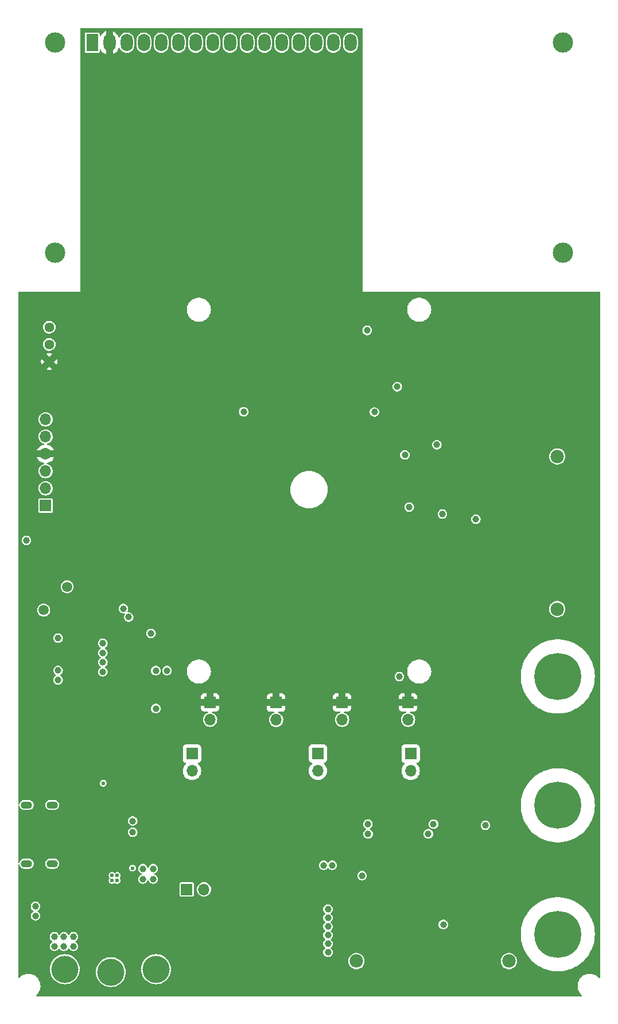
<source format=gbr>
%TF.GenerationSoftware,KiCad,Pcbnew,8.0.0*%
%TF.CreationDate,2025-03-31T17:33:55-04:00*%
%TF.ProjectId,oshe_dmm_project_v1,6f736865-5f64-46d6-9d5f-70726f6a6563,V1*%
%TF.SameCoordinates,Original*%
%TF.FileFunction,Copper,L3,Inr*%
%TF.FilePolarity,Positive*%
%FSLAX46Y46*%
G04 Gerber Fmt 4.6, Leading zero omitted, Abs format (unit mm)*
G04 Created by KiCad (PCBNEW 8.0.0) date 2025-03-31 17:33:55*
%MOMM*%
%LPD*%
G01*
G04 APERTURE LIST*
%TA.AperFunction,ComponentPad*%
%ADD10C,1.440000*%
%TD*%
%TA.AperFunction,ComponentPad*%
%ADD11C,3.000000*%
%TD*%
%TA.AperFunction,ComponentPad*%
%ADD12R,1.800000X2.600000*%
%TD*%
%TA.AperFunction,ComponentPad*%
%ADD13O,1.800000X2.600000*%
%TD*%
%TA.AperFunction,ComponentPad*%
%ADD14C,1.980000*%
%TD*%
%TA.AperFunction,ComponentPad*%
%ADD15C,4.000000*%
%TD*%
%TA.AperFunction,ComponentPad*%
%ADD16O,1.700000X1.100000*%
%TD*%
%TA.AperFunction,ComponentPad*%
%ADD17R,1.700000X1.700000*%
%TD*%
%TA.AperFunction,ComponentPad*%
%ADD18O,1.700000X1.700000*%
%TD*%
%TA.AperFunction,ComponentPad*%
%ADD19C,6.918200*%
%TD*%
%TA.AperFunction,ComponentPad*%
%ADD20C,1.500000*%
%TD*%
%TA.AperFunction,ViaPad*%
%ADD21C,1.000000*%
%TD*%
%TA.AperFunction,ViaPad*%
%ADD22C,0.600000*%
%TD*%
G04 APERTURE END LIST*
D10*
%TO.N,+5V*%
%TO.C,RV1*%
X126161400Y-133205800D03*
%TO.N,Net-(DS1-VO)*%
X126161400Y-130665800D03*
%TO.N,GND*%
X126161400Y-128125800D03*
%TD*%
D11*
%TO.N,*%
%TO.C,DS1*%
X126990900Y-86174500D03*
X126990900Y-117175200D03*
X201989480Y-117175200D03*
X201990000Y-86174500D03*
D12*
%TO.N,GND*%
X132490000Y-86174500D03*
D13*
%TO.N,+5V*%
X135030000Y-86174500D03*
%TO.N,Net-(DS1-VO)*%
X137570000Y-86174500D03*
%TO.N,MISO{slash}D12*%
X140110000Y-86174500D03*
%TO.N,GND*%
X142650000Y-86174500D03*
%TO.N,MOSI{slash}D11*%
X145190000Y-86174500D03*
%TO.N,unconnected-(DS1-D0-Pad7)*%
X147730000Y-86174500D03*
%TO.N,unconnected-(DS1-D1-Pad8)*%
X150270000Y-86174500D03*
%TO.N,unconnected-(DS1-D2-Pad9)*%
X152810000Y-86174500D03*
%TO.N,unconnected-(DS1-D3-Pad10)*%
X155350000Y-86174500D03*
%TO.N,D5*%
X157890000Y-86174500D03*
%TO.N,D4*%
X160430000Y-86174500D03*
%TO.N,D3*%
X162970000Y-86174500D03*
%TO.N,D2*%
X165510000Y-86174500D03*
%TO.N,Net-(DS1-LED(+))*%
X168050000Y-86174500D03*
%TO.N,GND*%
X170590000Y-86174500D03*
%TD*%
D14*
%TO.N,Current_Input*%
%TO.C,F2*%
X193977200Y-221572400D03*
%TO.N,Net-(U2-IN+)*%
X171477200Y-221572400D03*
%TD*%
D15*
%TO.N,GND*%
%TO.C,BAT-1*%
X128447400Y-222766200D03*
%TD*%
D16*
%TO.N,GND*%
%TO.C,J5*%
X126596000Y-198558000D03*
X122796000Y-198558000D03*
X126596000Y-207198000D03*
X122796000Y-207198000D03*
%TD*%
D15*
%TO.N,Net-(JP1-C)*%
%TO.C,BAT+1*%
X141909400Y-222766200D03*
%TD*%
D17*
%TO.N,DTR*%
%TO.C,J1*%
X125608950Y-154414800D03*
D18*
%TO.N,TXD*%
X125608950Y-151874800D03*
%TO.N,RXD*%
X125608950Y-149334800D03*
%TO.N,+5V*%
X125608950Y-146794800D03*
%TO.N,GND*%
X125608950Y-144254800D03*
X125608950Y-141714800D03*
%TD*%
D17*
%TO.N,9V_BAT_IN*%
%TO.C,J6*%
X146451000Y-211006000D03*
D18*
%TO.N,Net-(J6-Pin_2)*%
X148991000Y-211006000D03*
%TD*%
D17*
%TO.N,+5V*%
%TO.C,J10*%
X159634000Y-183467400D03*
D18*
%TO.N,Net-(J10-Pin_2)*%
X159634000Y-186007400D03*
%TD*%
D17*
%TO.N,+5V*%
%TO.C,J13*%
X179105600Y-183447000D03*
D18*
%TO.N,Net-(J13-Pin_2)*%
X179105600Y-185987000D03*
%TD*%
D14*
%TO.N,Voltage_Input*%
%TO.C,F1*%
X201116800Y-169678000D03*
%TO.N,2V_Rang*%
X201116800Y-147178000D03*
%TD*%
D19*
%TO.N,Input_Negative*%
%TO.C,J3*%
X201193000Y-198610000D03*
%TD*%
D20*
%TO.N,Net-(U1-XTAL2{slash}PB7)*%
%TO.C,Y1*%
X125343389Y-169837812D03*
%TO.N,Net-(U1-XTAL1{slash}PB6)*%
X128794070Y-166387131D03*
%TD*%
D17*
%TO.N,2V_Rang*%
%TO.C,J7*%
X147218000Y-190990800D03*
D18*
%TO.N,V_ADC_Input*%
X147218000Y-193530800D03*
%TD*%
D17*
%TO.N,200V_Rang*%
%TO.C,J11*%
X179476000Y-190990800D03*
D18*
%TO.N,V_ADC_Input*%
X179476000Y-193530800D03*
%TD*%
D17*
%TO.N,+5V*%
%TO.C,J12*%
X169365000Y-183447000D03*
D18*
%TO.N,Net-(J12-Pin_2)*%
X169365000Y-185987000D03*
%TD*%
D19*
%TO.N,Voltage_Input*%
%TO.C,J2*%
X201193000Y-179610000D03*
%TD*%
%TO.N,Current_Input*%
%TO.C,J4*%
X201193000Y-217610000D03*
%TD*%
D17*
%TO.N,20V_Rang*%
%TO.C,J9*%
X165810800Y-190985800D03*
D18*
%TO.N,V_ADC_Input*%
X165810800Y-193525800D03*
%TD*%
D17*
%TO.N,+5V*%
%TO.C,J8*%
X149885000Y-183442000D03*
D18*
%TO.N,Net-(J8-Pin_2)*%
X149885000Y-185982000D03*
%TD*%
D15*
%TO.N,TS*%
%TO.C,Thermistor1*%
X135259400Y-223198000D03*
%TD*%
D21*
%TO.N,GND*%
X126923400Y-217991000D03*
X128320400Y-217991000D03*
X166649000Y-207450000D03*
D22*
X136198400Y-209685200D03*
D21*
X134067000Y-178919600D03*
X167284000Y-216467000D03*
X184302000Y-216173400D03*
D22*
X136198400Y-208923200D03*
D21*
X129717400Y-217991000D03*
X124129400Y-214892200D03*
X167284000Y-213927000D03*
X172313200Y-208974000D03*
X126923400Y-219388000D03*
X129717400Y-219388000D03*
X167284000Y-220277000D03*
X190525000Y-201543000D03*
X167284000Y-215197000D03*
X122783200Y-159545600D03*
X167284000Y-217737000D03*
X138480400Y-202573200D03*
X138480400Y-200922200D03*
X124129400Y-213495200D03*
X134067000Y-176125600D03*
X134067000Y-177522600D03*
X167284000Y-219007000D03*
X128320400Y-219388000D03*
D22*
X135436400Y-208923200D03*
X135436400Y-209685200D03*
D21*
X167919000Y-207450000D03*
X134067000Y-174728600D03*
%TO.N,+5V*%
X158267000Y-218397400D03*
X154076000Y-223680600D03*
X172313200Y-205824400D03*
X177393200Y-197975800D03*
X168757757Y-140329115D03*
X131774800Y-145296200D03*
X156616000Y-223680600D03*
X159537000Y-218397400D03*
X160210970Y-140333216D03*
X155346000Y-223680600D03*
X159156000Y-223680600D03*
X131686000Y-178900400D03*
X155727000Y-218372000D03*
X131686000Y-176131800D03*
X154330000Y-218372000D03*
X175615200Y-197975800D03*
X157886000Y-223680600D03*
X181203200Y-216122600D03*
X156997000Y-218372000D03*
%TO.N,9V_BAT_IN*%
X139979000Y-209482000D03*
X141503000Y-209482000D03*
X139979000Y-207958000D03*
X141503000Y-207958000D03*
%TO.N,2V_Rang*%
X177510000Y-136898000D03*
D22*
%TO.N,Net-(D4-K)*%
X138445900Y-207868700D03*
X134111600Y-195359600D03*
D21*
%TO.N,SDA*%
X173176800Y-201379400D03*
X141884000Y-184336000D03*
X182854200Y-201379400D03*
X141884000Y-178748000D03*
%TO.N,D5*%
X127463000Y-173960600D03*
%TO.N,MISO{slash}D12*%
X127463000Y-180125100D03*
%TO.N,D2*%
X141179000Y-173267100D03*
%TO.N,D4*%
X137108800Y-169604000D03*
%TO.N,SCL*%
X182092200Y-202801800D03*
X143535000Y-178748000D03*
X173202200Y-202827200D03*
%TO.N,MOSI{slash}D11*%
X127463000Y-178728100D03*
%TO.N,D3*%
X137877000Y-170854100D03*
%TO.N,20V_Rang*%
X183350000Y-145458000D03*
%TO.N,200V_Rang*%
X184180000Y-155678000D03*
%TO.N,V_ADC_Input*%
X173063852Y-128594197D03*
X189107234Y-156435951D03*
%TO.N,Net-(J8-Pin_2)*%
X174140000Y-140628000D03*
%TO.N,Net-(J10-Pin_2)*%
X178630000Y-146948000D03*
%TO.N,Net-(J12-Pin_2)*%
X179280000Y-154638000D03*
%TO.N,Net-(J13-Pin_2)*%
X177825000Y-179637000D03*
X154847449Y-140587953D03*
%TD*%
%TA.AperFunction,Conductor*%
%TO.N,+5V*%
G36*
X172323191Y-84024907D02*
G01*
X172359155Y-84074407D01*
X172364000Y-84105000D01*
X172364000Y-122868000D01*
X207317000Y-122868000D01*
X207375191Y-122886907D01*
X207411155Y-122936407D01*
X207416000Y-122967000D01*
X207416000Y-224012032D01*
X207397093Y-224070223D01*
X207347593Y-224106187D01*
X207286407Y-224106187D01*
X207239599Y-224073758D01*
X207196452Y-224019653D01*
X207196446Y-224019647D01*
X207001491Y-223838755D01*
X207001488Y-223838753D01*
X207001485Y-223838750D01*
X206781738Y-223688929D01*
X206542116Y-223573533D01*
X206287975Y-223495140D01*
X206287972Y-223495139D01*
X206287971Y-223495139D01*
X206287966Y-223495138D01*
X206287965Y-223495138D01*
X206024983Y-223455500D01*
X206024980Y-223455500D01*
X205759020Y-223455500D01*
X205759016Y-223455500D01*
X205496034Y-223495138D01*
X205496024Y-223495140D01*
X205241883Y-223573533D01*
X205002269Y-223688925D01*
X205002265Y-223688927D01*
X205002262Y-223688929D01*
X204782515Y-223838750D01*
X204782508Y-223838755D01*
X204587553Y-224019647D01*
X204587542Y-224019659D01*
X204421734Y-224227576D01*
X204421724Y-224227590D01*
X204288754Y-224457901D01*
X204288745Y-224457920D01*
X204191581Y-224705487D01*
X204132400Y-224964778D01*
X204132398Y-224964787D01*
X204112524Y-225229997D01*
X204112524Y-225230002D01*
X204132398Y-225495212D01*
X204132400Y-225495221D01*
X204191581Y-225754512D01*
X204288745Y-226002079D01*
X204288754Y-226002098D01*
X204421724Y-226232409D01*
X204421734Y-226232423D01*
X204587542Y-226440340D01*
X204587553Y-226440352D01*
X204740674Y-226582428D01*
X204770471Y-226635868D01*
X204763165Y-226696615D01*
X204721549Y-226741467D01*
X204673337Y-226754000D01*
X124306663Y-226754000D01*
X124248472Y-226735093D01*
X124212508Y-226685593D01*
X124212508Y-226624407D01*
X124239326Y-226582428D01*
X124324389Y-226503500D01*
X124392448Y-226440351D01*
X124558272Y-226232415D01*
X124691252Y-226002086D01*
X124788419Y-225754510D01*
X124847601Y-225495217D01*
X124861797Y-225305776D01*
X124867476Y-225230002D01*
X124867476Y-225229997D01*
X124850904Y-225008859D01*
X124847601Y-224964783D01*
X124788419Y-224705490D01*
X124691252Y-224457914D01*
X124691247Y-224457905D01*
X124691245Y-224457901D01*
X124558275Y-224227590D01*
X124558274Y-224227589D01*
X124558272Y-224227585D01*
X124558265Y-224227576D01*
X124392457Y-224019659D01*
X124392446Y-224019647D01*
X124197491Y-223838755D01*
X124197488Y-223838753D01*
X124197485Y-223838750D01*
X123977738Y-223688929D01*
X123738116Y-223573533D01*
X123483975Y-223495140D01*
X123483972Y-223495139D01*
X123483971Y-223495139D01*
X123483966Y-223495138D01*
X123483965Y-223495138D01*
X123220983Y-223455500D01*
X123220980Y-223455500D01*
X122955020Y-223455500D01*
X122955016Y-223455500D01*
X122692034Y-223495138D01*
X122692024Y-223495140D01*
X122437883Y-223573533D01*
X122198269Y-223688925D01*
X122198265Y-223688927D01*
X122198262Y-223688929D01*
X121978515Y-223838750D01*
X121978508Y-223838755D01*
X121783553Y-224019647D01*
X121783547Y-224019653D01*
X121740401Y-224073758D01*
X121689338Y-224107464D01*
X121628214Y-224104719D01*
X121580377Y-224066571D01*
X121564000Y-224012032D01*
X121564000Y-222766200D01*
X126242178Y-222766200D01*
X126261043Y-223054036D01*
X126317320Y-223336959D01*
X126410040Y-223610100D01*
X126410045Y-223610111D01*
X126537622Y-223868811D01*
X126697877Y-224108650D01*
X126697887Y-224108663D01*
X126802184Y-224227590D01*
X126888073Y-224325527D01*
X126888081Y-224325534D01*
X126888082Y-224325535D01*
X127104936Y-224515712D01*
X127104943Y-224515717D01*
X127104946Y-224515720D01*
X127344789Y-224675978D01*
X127603498Y-224803559D01*
X127733059Y-224847539D01*
X127876640Y-224896279D01*
X127876642Y-224896279D01*
X127876647Y-224896281D01*
X128159561Y-224952556D01*
X128447400Y-224971422D01*
X128735239Y-224952556D01*
X129018153Y-224896281D01*
X129291302Y-224803559D01*
X129550011Y-224675978D01*
X129789854Y-224515720D01*
X130006727Y-224325527D01*
X130196920Y-224108654D01*
X130357178Y-223868811D01*
X130484759Y-223610102D01*
X130577481Y-223336953D01*
X130605120Y-223198000D01*
X133054178Y-223198000D01*
X133073043Y-223485836D01*
X133129320Y-223768759D01*
X133222040Y-224041900D01*
X133222045Y-224041911D01*
X133349622Y-224300611D01*
X133509877Y-224540450D01*
X133509887Y-224540463D01*
X133654610Y-224705487D01*
X133700073Y-224757327D01*
X133700081Y-224757334D01*
X133700082Y-224757335D01*
X133916936Y-224947512D01*
X133916943Y-224947517D01*
X133916946Y-224947520D01*
X134156789Y-225107778D01*
X134415498Y-225235359D01*
X134545059Y-225279339D01*
X134688640Y-225328079D01*
X134688642Y-225328079D01*
X134688647Y-225328081D01*
X134971561Y-225384356D01*
X135259400Y-225403222D01*
X135547239Y-225384356D01*
X135830153Y-225328081D01*
X136103302Y-225235359D01*
X136362011Y-225107778D01*
X136601854Y-224947520D01*
X136818727Y-224757327D01*
X137008920Y-224540454D01*
X137169178Y-224300611D01*
X137296759Y-224041902D01*
X137389481Y-223768753D01*
X137445756Y-223485839D01*
X137464622Y-223198000D01*
X137445756Y-222910161D01*
X137417120Y-222766200D01*
X139704178Y-222766200D01*
X139723043Y-223054036D01*
X139779320Y-223336959D01*
X139872040Y-223610100D01*
X139872045Y-223610111D01*
X139999622Y-223868811D01*
X140159877Y-224108650D01*
X140159887Y-224108663D01*
X140264184Y-224227590D01*
X140350073Y-224325527D01*
X140350081Y-224325534D01*
X140350082Y-224325535D01*
X140566936Y-224515712D01*
X140566943Y-224515717D01*
X140566946Y-224515720D01*
X140806789Y-224675978D01*
X141065498Y-224803559D01*
X141195059Y-224847539D01*
X141338640Y-224896279D01*
X141338642Y-224896279D01*
X141338647Y-224896281D01*
X141621561Y-224952556D01*
X141909400Y-224971422D01*
X142197239Y-224952556D01*
X142480153Y-224896281D01*
X142753302Y-224803559D01*
X143012011Y-224675978D01*
X143251854Y-224515720D01*
X143468727Y-224325527D01*
X143658920Y-224108654D01*
X143819178Y-223868811D01*
X143946759Y-223610102D01*
X144039481Y-223336953D01*
X144095756Y-223054039D01*
X144114622Y-222766200D01*
X144095756Y-222478361D01*
X144039481Y-222195447D01*
X144005515Y-222095388D01*
X143974313Y-222003469D01*
X143946759Y-221922298D01*
X143819178Y-221663589D01*
X143758247Y-221572400D01*
X170281600Y-221572400D01*
X170301957Y-221792091D01*
X170362336Y-222004301D01*
X170460680Y-222201802D01*
X170593641Y-222377871D01*
X170756690Y-222526509D01*
X170944275Y-222642657D01*
X171150009Y-222722359D01*
X171366884Y-222762900D01*
X171587516Y-222762900D01*
X171804391Y-222722359D01*
X172010125Y-222642657D01*
X172197710Y-222526509D01*
X172360759Y-222377871D01*
X172493720Y-222201802D01*
X172592064Y-222004301D01*
X172652443Y-221792091D01*
X172672800Y-221572400D01*
X192781600Y-221572400D01*
X192801957Y-221792091D01*
X192862336Y-222004301D01*
X192960680Y-222201802D01*
X193093641Y-222377871D01*
X193256690Y-222526509D01*
X193444275Y-222642657D01*
X193650009Y-222722359D01*
X193866884Y-222762900D01*
X194087516Y-222762900D01*
X194304391Y-222722359D01*
X194510125Y-222642657D01*
X194697710Y-222526509D01*
X194860759Y-222377871D01*
X194993720Y-222201802D01*
X195092064Y-222004301D01*
X195152443Y-221792091D01*
X195172800Y-221572400D01*
X195152443Y-221352709D01*
X195092064Y-221140499D01*
X194993720Y-220942998D01*
X194860759Y-220766929D01*
X194697710Y-220618291D01*
X194676131Y-220604930D01*
X194510130Y-220502146D01*
X194510125Y-220502143D01*
X194304388Y-220422440D01*
X194087516Y-220381900D01*
X193866884Y-220381900D01*
X193650011Y-220422440D01*
X193444274Y-220502143D01*
X193444269Y-220502146D01*
X193256692Y-220618289D01*
X193256689Y-220618291D01*
X193093642Y-220766928D01*
X192960681Y-220942996D01*
X192960676Y-220943005D01*
X192898476Y-221067920D01*
X192862336Y-221140499D01*
X192801957Y-221352709D01*
X192781600Y-221572400D01*
X172672800Y-221572400D01*
X172652443Y-221352709D01*
X172592064Y-221140499D01*
X172493720Y-220942998D01*
X172360759Y-220766929D01*
X172197710Y-220618291D01*
X172176131Y-220604930D01*
X172010130Y-220502146D01*
X172010125Y-220502143D01*
X171804388Y-220422440D01*
X171587516Y-220381900D01*
X171366884Y-220381900D01*
X171150011Y-220422440D01*
X170944274Y-220502143D01*
X170944269Y-220502146D01*
X170756692Y-220618289D01*
X170756689Y-220618291D01*
X170593642Y-220766928D01*
X170460681Y-220942996D01*
X170460676Y-220943005D01*
X170398476Y-221067920D01*
X170362336Y-221140499D01*
X170301957Y-221352709D01*
X170281600Y-221572400D01*
X143758247Y-221572400D01*
X143658920Y-221423746D01*
X143658917Y-221423743D01*
X143658912Y-221423736D01*
X143468735Y-221206882D01*
X143468734Y-221206881D01*
X143468727Y-221206873D01*
X143468717Y-221206864D01*
X143251863Y-221016687D01*
X143251850Y-221016677D01*
X143012011Y-220856422D01*
X142753311Y-220728845D01*
X142753300Y-220728840D01*
X142480159Y-220636120D01*
X142197236Y-220579843D01*
X141909400Y-220560978D01*
X141621563Y-220579843D01*
X141338640Y-220636120D01*
X141065499Y-220728840D01*
X141065488Y-220728845D01*
X140806788Y-220856422D01*
X140566949Y-221016677D01*
X140566936Y-221016687D01*
X140350082Y-221206864D01*
X140350064Y-221206882D01*
X140159887Y-221423736D01*
X140159877Y-221423749D01*
X139999622Y-221663588D01*
X139872045Y-221922288D01*
X139872040Y-221922299D01*
X139779320Y-222195440D01*
X139723043Y-222478363D01*
X139704178Y-222766199D01*
X139704178Y-222766200D01*
X137417120Y-222766200D01*
X137389481Y-222627247D01*
X137296759Y-222354098D01*
X137169178Y-222095389D01*
X137008920Y-221855546D01*
X137008917Y-221855543D01*
X137008912Y-221855536D01*
X136818735Y-221638682D01*
X136818734Y-221638681D01*
X136818727Y-221638673D01*
X136818717Y-221638664D01*
X136601863Y-221448487D01*
X136601850Y-221448477D01*
X136362011Y-221288222D01*
X136103311Y-221160645D01*
X136103300Y-221160640D01*
X135830159Y-221067920D01*
X135547236Y-221011643D01*
X135259400Y-220992778D01*
X134971563Y-221011643D01*
X134688640Y-221067920D01*
X134415499Y-221160640D01*
X134415488Y-221160645D01*
X134156788Y-221288222D01*
X133916949Y-221448477D01*
X133916936Y-221448487D01*
X133700082Y-221638664D01*
X133700064Y-221638682D01*
X133509887Y-221855536D01*
X133509877Y-221855549D01*
X133349622Y-222095388D01*
X133222045Y-222354088D01*
X133222040Y-222354099D01*
X133129320Y-222627240D01*
X133073043Y-222910163D01*
X133054178Y-223197999D01*
X133054178Y-223198000D01*
X130605120Y-223198000D01*
X130633756Y-223054039D01*
X130652622Y-222766200D01*
X130633756Y-222478361D01*
X130577481Y-222195447D01*
X130543515Y-222095388D01*
X130512313Y-222003469D01*
X130484759Y-221922298D01*
X130357178Y-221663589D01*
X130196920Y-221423746D01*
X130196917Y-221423743D01*
X130196912Y-221423736D01*
X130006735Y-221206882D01*
X130006734Y-221206881D01*
X130006727Y-221206873D01*
X130006717Y-221206864D01*
X129789863Y-221016687D01*
X129789850Y-221016677D01*
X129550011Y-220856422D01*
X129291311Y-220728845D01*
X129291300Y-220728840D01*
X129018159Y-220636120D01*
X128735236Y-220579843D01*
X128447400Y-220560978D01*
X128159563Y-220579843D01*
X127876640Y-220636120D01*
X127603499Y-220728840D01*
X127603488Y-220728845D01*
X127344788Y-220856422D01*
X127104949Y-221016677D01*
X127104936Y-221016687D01*
X126888082Y-221206864D01*
X126888064Y-221206882D01*
X126697887Y-221423736D01*
X126697877Y-221423749D01*
X126537622Y-221663588D01*
X126410045Y-221922288D01*
X126410040Y-221922299D01*
X126317320Y-222195440D01*
X126261043Y-222478363D01*
X126242178Y-222766199D01*
X126242178Y-222766200D01*
X121564000Y-222766200D01*
X121564000Y-220277000D01*
X166578355Y-220277000D01*
X166598860Y-220445872D01*
X166659182Y-220604930D01*
X166755817Y-220744929D01*
X166883148Y-220857734D01*
X167033775Y-220936790D01*
X167198944Y-220977500D01*
X167198947Y-220977500D01*
X167369053Y-220977500D01*
X167369056Y-220977500D01*
X167534225Y-220936790D01*
X167684852Y-220857734D01*
X167812183Y-220744929D01*
X167908818Y-220604930D01*
X167969140Y-220445872D01*
X167989645Y-220277000D01*
X167969140Y-220108128D01*
X167908818Y-219949070D01*
X167812183Y-219809071D01*
X167707242Y-219716102D01*
X167676224Y-219663363D01*
X167682129Y-219602463D01*
X167707243Y-219567897D01*
X167719690Y-219556870D01*
X167812183Y-219474929D01*
X167908818Y-219334930D01*
X167969140Y-219175872D01*
X167989645Y-219007000D01*
X167969140Y-218838128D01*
X167908818Y-218679070D01*
X167812183Y-218539071D01*
X167707242Y-218446102D01*
X167676224Y-218393363D01*
X167682129Y-218332463D01*
X167707243Y-218297897D01*
X167714360Y-218291592D01*
X167812183Y-218204929D01*
X167908818Y-218064930D01*
X167969140Y-217905872D01*
X167989645Y-217737000D01*
X167974224Y-217610000D01*
X195728476Y-217610000D01*
X195748161Y-218073421D01*
X195807078Y-218533512D01*
X195904799Y-218986938D01*
X195904803Y-218986953D01*
X196040623Y-219430449D01*
X196040625Y-219430453D01*
X196213570Y-219860844D01*
X196422395Y-220275025D01*
X196513163Y-220422441D01*
X196665589Y-220669996D01*
X196941405Y-221042923D01*
X197247854Y-221391117D01*
X197582727Y-221712067D01*
X197943613Y-222003462D01*
X198327910Y-222263201D01*
X198732851Y-222489415D01*
X199155517Y-222680472D01*
X199592863Y-222834996D01*
X200041738Y-222951874D01*
X200498908Y-223030264D01*
X200624954Y-223040992D01*
X200961071Y-223069600D01*
X200961079Y-223069600D01*
X201424929Y-223069600D01*
X201689018Y-223047122D01*
X201887092Y-223030264D01*
X202344262Y-222951874D01*
X202793137Y-222834996D01*
X203230483Y-222680472D01*
X203653149Y-222489415D01*
X204058090Y-222263201D01*
X204442387Y-222003462D01*
X204803273Y-221712067D01*
X205138146Y-221391117D01*
X205444595Y-221042923D01*
X205720411Y-220669996D01*
X205963607Y-220275021D01*
X206172430Y-219860844D01*
X206345376Y-219430450D01*
X206481200Y-218986940D01*
X206578922Y-218533509D01*
X206637838Y-218073424D01*
X206657524Y-217610000D01*
X206637838Y-217146576D01*
X206578922Y-216686491D01*
X206481200Y-216233060D01*
X206345376Y-215789550D01*
X206172430Y-215359156D01*
X205963607Y-214944979D01*
X205720411Y-214550004D01*
X205444595Y-214177077D01*
X205138146Y-213828883D01*
X204803273Y-213507933D01*
X204442387Y-213216538D01*
X204442380Y-213216533D01*
X204442376Y-213216530D01*
X204308323Y-213125927D01*
X204058090Y-212956799D01*
X203653149Y-212730585D01*
X203230483Y-212539528D01*
X203230477Y-212539526D01*
X203230473Y-212539524D01*
X202793138Y-212385004D01*
X202689202Y-212357941D01*
X202344262Y-212268126D01*
X202344252Y-212268124D01*
X202344251Y-212268124D01*
X201887088Y-212189735D01*
X201424929Y-212150400D01*
X201424921Y-212150400D01*
X200961079Y-212150400D01*
X200961071Y-212150400D01*
X200498913Y-212189735D01*
X200498910Y-212189735D01*
X200041748Y-212268124D01*
X200041744Y-212268124D01*
X200041738Y-212268126D01*
X199800731Y-212330879D01*
X199592861Y-212385004D01*
X199155526Y-212539524D01*
X198732848Y-212730586D01*
X198327918Y-212956794D01*
X198327915Y-212956796D01*
X198327910Y-212956799D01*
X198237946Y-213017603D01*
X197943623Y-213216530D01*
X197943613Y-213216537D01*
X197943613Y-213216538D01*
X197643242Y-213459071D01*
X197582721Y-213507938D01*
X197247849Y-213828888D01*
X197129703Y-213963129D01*
X196989126Y-214122856D01*
X196941401Y-214177082D01*
X196665590Y-214550002D01*
X196665584Y-214550012D01*
X196422395Y-214944974D01*
X196213570Y-215359155D01*
X196040625Y-215789546D01*
X196040623Y-215789550D01*
X195904803Y-216233046D01*
X195904799Y-216233061D01*
X195807078Y-216686487D01*
X195748161Y-217146578D01*
X195728476Y-217610000D01*
X167974224Y-217610000D01*
X167969140Y-217568128D01*
X167908818Y-217409070D01*
X167812183Y-217269071D01*
X167707242Y-217176102D01*
X167676224Y-217123363D01*
X167682129Y-217062463D01*
X167707243Y-217027897D01*
X167812183Y-216934929D01*
X167908818Y-216794930D01*
X167969140Y-216635872D01*
X167989645Y-216467000D01*
X167969140Y-216298128D01*
X167921837Y-216173400D01*
X183596355Y-216173400D01*
X183616860Y-216342272D01*
X183677182Y-216501330D01*
X183773817Y-216641329D01*
X183901148Y-216754134D01*
X184051775Y-216833190D01*
X184216944Y-216873900D01*
X184216947Y-216873900D01*
X184387053Y-216873900D01*
X184387056Y-216873900D01*
X184552225Y-216833190D01*
X184702852Y-216754134D01*
X184830183Y-216641329D01*
X184926818Y-216501330D01*
X184987140Y-216342272D01*
X185007645Y-216173400D01*
X184987140Y-216004528D01*
X184926818Y-215845470D01*
X184830183Y-215705471D01*
X184784421Y-215664930D01*
X184702853Y-215592667D01*
X184702852Y-215592666D01*
X184552225Y-215513610D01*
X184552224Y-215513609D01*
X184552223Y-215513609D01*
X184387058Y-215472900D01*
X184387056Y-215472900D01*
X184216944Y-215472900D01*
X184216941Y-215472900D01*
X184051776Y-215513609D01*
X183901146Y-215592667D01*
X183773818Y-215705469D01*
X183773817Y-215705471D01*
X183677182Y-215845470D01*
X183616860Y-216004528D01*
X183596355Y-216173400D01*
X167921837Y-216173400D01*
X167908818Y-216139070D01*
X167812183Y-215999071D01*
X167707242Y-215906102D01*
X167676224Y-215853363D01*
X167682129Y-215792463D01*
X167707243Y-215757897D01*
X167766420Y-215705471D01*
X167812183Y-215664929D01*
X167908818Y-215524930D01*
X167969140Y-215365872D01*
X167989645Y-215197000D01*
X167969140Y-215028128D01*
X167908818Y-214869070D01*
X167812183Y-214729071D01*
X167805700Y-214723328D01*
X167707243Y-214636103D01*
X167676224Y-214583363D01*
X167682129Y-214522463D01*
X167707243Y-214487897D01*
X167779061Y-214424272D01*
X167812183Y-214394929D01*
X167908818Y-214254930D01*
X167969140Y-214095872D01*
X167989645Y-213927000D01*
X167969140Y-213758128D01*
X167908818Y-213599070D01*
X167812183Y-213459071D01*
X167684852Y-213346266D01*
X167534225Y-213267210D01*
X167534224Y-213267209D01*
X167534223Y-213267209D01*
X167369058Y-213226500D01*
X167369056Y-213226500D01*
X167198944Y-213226500D01*
X167198941Y-213226500D01*
X167033776Y-213267209D01*
X166883146Y-213346267D01*
X166755818Y-213459069D01*
X166755817Y-213459071D01*
X166659182Y-213599070D01*
X166598860Y-213758128D01*
X166578355Y-213927000D01*
X166598860Y-214095872D01*
X166659182Y-214254930D01*
X166755817Y-214394929D01*
X166755820Y-214394931D01*
X166755823Y-214394935D01*
X166860756Y-214487898D01*
X166891775Y-214540638D01*
X166885869Y-214601537D01*
X166860756Y-214636102D01*
X166755823Y-214729064D01*
X166755816Y-214729072D01*
X166659182Y-214869070D01*
X166598860Y-215028129D01*
X166578355Y-215196998D01*
X166578355Y-215197001D01*
X166585190Y-215253290D01*
X166598860Y-215365872D01*
X166659182Y-215524930D01*
X166755817Y-215664929D01*
X166755820Y-215664931D01*
X166755823Y-215664935D01*
X166860756Y-215757898D01*
X166891775Y-215810638D01*
X166885869Y-215871537D01*
X166860756Y-215906102D01*
X166755823Y-215999064D01*
X166755816Y-215999072D01*
X166659182Y-216139070D01*
X166598860Y-216298128D01*
X166578355Y-216467000D01*
X166598860Y-216635872D01*
X166659182Y-216794930D01*
X166755817Y-216934929D01*
X166755820Y-216934931D01*
X166755823Y-216934935D01*
X166860756Y-217027898D01*
X166891775Y-217080638D01*
X166885869Y-217141537D01*
X166860756Y-217176102D01*
X166755823Y-217269064D01*
X166755816Y-217269072D01*
X166712926Y-217331209D01*
X166659182Y-217409070D01*
X166598860Y-217568128D01*
X166578355Y-217737000D01*
X166598860Y-217905872D01*
X166659182Y-218064930D01*
X166755817Y-218204929D01*
X166755820Y-218204931D01*
X166755823Y-218204935D01*
X166860756Y-218297898D01*
X166891775Y-218350638D01*
X166885869Y-218411537D01*
X166860756Y-218446102D01*
X166755823Y-218539064D01*
X166755816Y-218539072D01*
X166733271Y-218571734D01*
X166659182Y-218679070D01*
X166598860Y-218838128D01*
X166578355Y-219007000D01*
X166598860Y-219175872D01*
X166659182Y-219334930D01*
X166755817Y-219474929D01*
X166755820Y-219474931D01*
X166755823Y-219474935D01*
X166860756Y-219567898D01*
X166891775Y-219620638D01*
X166885869Y-219681537D01*
X166860756Y-219716102D01*
X166755823Y-219809064D01*
X166755819Y-219809069D01*
X166755817Y-219809071D01*
X166659182Y-219949070D01*
X166598860Y-220108128D01*
X166578355Y-220277000D01*
X121564000Y-220277000D01*
X121564000Y-219388000D01*
X126217755Y-219388000D01*
X126238260Y-219556872D01*
X126298582Y-219715930D01*
X126395217Y-219855929D01*
X126522548Y-219968734D01*
X126673175Y-220047790D01*
X126838344Y-220088500D01*
X126838347Y-220088500D01*
X127008453Y-220088500D01*
X127008456Y-220088500D01*
X127173625Y-220047790D01*
X127324252Y-219968734D01*
X127451583Y-219855929D01*
X127540426Y-219727217D01*
X127589041Y-219690070D01*
X127650209Y-219688592D01*
X127700563Y-219723349D01*
X127703360Y-219727199D01*
X127792217Y-219855929D01*
X127919548Y-219968734D01*
X128070175Y-220047790D01*
X128235344Y-220088500D01*
X128235347Y-220088500D01*
X128405453Y-220088500D01*
X128405456Y-220088500D01*
X128570625Y-220047790D01*
X128721252Y-219968734D01*
X128848583Y-219855929D01*
X128937426Y-219727217D01*
X128986041Y-219690070D01*
X129047209Y-219688592D01*
X129097563Y-219723349D01*
X129100360Y-219727199D01*
X129189217Y-219855929D01*
X129316548Y-219968734D01*
X129467175Y-220047790D01*
X129632344Y-220088500D01*
X129632347Y-220088500D01*
X129802453Y-220088500D01*
X129802456Y-220088500D01*
X129967625Y-220047790D01*
X130118252Y-219968734D01*
X130245583Y-219855929D01*
X130342218Y-219715930D01*
X130402540Y-219556872D01*
X130423045Y-219388000D01*
X130402540Y-219219128D01*
X130342218Y-219060070D01*
X130245583Y-218920071D01*
X130245581Y-218920069D01*
X130118252Y-218807265D01*
X130060890Y-218777160D01*
X130018151Y-218733376D01*
X130009310Y-218672833D01*
X130037744Y-218618656D01*
X130060890Y-218601840D01*
X130118252Y-218571734D01*
X130161399Y-218533509D01*
X130245583Y-218458929D01*
X130342218Y-218318930D01*
X130402540Y-218159872D01*
X130423045Y-217991000D01*
X130402540Y-217822128D01*
X130342218Y-217663070D01*
X130245583Y-217523071D01*
X130118252Y-217410266D01*
X129967625Y-217331210D01*
X129967624Y-217331209D01*
X129967623Y-217331209D01*
X129802458Y-217290500D01*
X129802456Y-217290500D01*
X129632344Y-217290500D01*
X129632341Y-217290500D01*
X129467176Y-217331209D01*
X129316546Y-217410267D01*
X129189218Y-217523069D01*
X129189216Y-217523072D01*
X129100375Y-217651780D01*
X129051758Y-217688929D01*
X128990591Y-217690407D01*
X128940236Y-217655650D01*
X128937425Y-217651780D01*
X128908586Y-217610000D01*
X128848583Y-217523071D01*
X128721252Y-217410266D01*
X128570625Y-217331210D01*
X128570624Y-217331209D01*
X128570623Y-217331209D01*
X128405458Y-217290500D01*
X128405456Y-217290500D01*
X128235344Y-217290500D01*
X128235341Y-217290500D01*
X128070176Y-217331209D01*
X127919546Y-217410267D01*
X127792218Y-217523069D01*
X127792216Y-217523072D01*
X127703375Y-217651780D01*
X127654758Y-217688929D01*
X127593591Y-217690407D01*
X127543236Y-217655650D01*
X127540425Y-217651780D01*
X127511586Y-217610000D01*
X127451583Y-217523071D01*
X127324252Y-217410266D01*
X127173625Y-217331210D01*
X127173624Y-217331209D01*
X127173623Y-217331209D01*
X127008458Y-217290500D01*
X127008456Y-217290500D01*
X126838344Y-217290500D01*
X126838341Y-217290500D01*
X126673176Y-217331209D01*
X126522546Y-217410267D01*
X126395218Y-217523069D01*
X126395217Y-217523071D01*
X126298582Y-217663070D01*
X126270545Y-217737000D01*
X126238260Y-217822129D01*
X126228092Y-217905872D01*
X126217755Y-217991000D01*
X126238260Y-218159872D01*
X126298582Y-218318930D01*
X126395217Y-218458929D01*
X126522548Y-218571734D01*
X126579910Y-218601840D01*
X126622648Y-218645624D01*
X126631489Y-218706168D01*
X126603054Y-218760345D01*
X126579910Y-218777160D01*
X126522546Y-218807267D01*
X126395218Y-218920069D01*
X126395217Y-218920071D01*
X126298582Y-219060070D01*
X126238260Y-219219128D01*
X126217755Y-219388000D01*
X121564000Y-219388000D01*
X121564000Y-214892200D01*
X123423755Y-214892200D01*
X123444260Y-215061072D01*
X123504582Y-215220130D01*
X123601216Y-215360127D01*
X123601218Y-215360130D01*
X123643660Y-215397730D01*
X123728548Y-215472934D01*
X123879175Y-215551990D01*
X124044344Y-215592700D01*
X124044347Y-215592700D01*
X124214453Y-215592700D01*
X124214456Y-215592700D01*
X124379625Y-215551990D01*
X124530252Y-215472934D01*
X124657583Y-215360129D01*
X124754218Y-215220130D01*
X124814540Y-215061072D01*
X124835045Y-214892200D01*
X124832236Y-214869070D01*
X124831394Y-214862138D01*
X124814540Y-214723328D01*
X124754218Y-214564270D01*
X124657583Y-214424271D01*
X124657581Y-214424269D01*
X124530252Y-214311465D01*
X124472890Y-214281360D01*
X124430151Y-214237576D01*
X124421310Y-214177033D01*
X124449744Y-214122856D01*
X124472890Y-214106040D01*
X124492264Y-214095872D01*
X124530252Y-214075934D01*
X124657583Y-213963129D01*
X124754218Y-213823130D01*
X124814540Y-213664072D01*
X124835045Y-213495200D01*
X124814540Y-213326328D01*
X124754218Y-213167270D01*
X124657583Y-213027271D01*
X124530252Y-212914466D01*
X124379625Y-212835410D01*
X124379624Y-212835409D01*
X124379623Y-212835409D01*
X124214458Y-212794700D01*
X124214456Y-212794700D01*
X124044344Y-212794700D01*
X124044341Y-212794700D01*
X123879176Y-212835409D01*
X123728546Y-212914467D01*
X123601218Y-213027269D01*
X123601217Y-213027271D01*
X123504582Y-213167270D01*
X123444260Y-213326328D01*
X123423755Y-213495200D01*
X123444260Y-213664072D01*
X123504582Y-213823130D01*
X123601217Y-213963129D01*
X123728548Y-214075934D01*
X123785910Y-214106040D01*
X123828648Y-214149824D01*
X123837489Y-214210368D01*
X123809054Y-214264545D01*
X123785910Y-214281360D01*
X123728546Y-214311467D01*
X123601218Y-214424269D01*
X123601216Y-214424272D01*
X123504582Y-214564270D01*
X123444260Y-214723329D01*
X123426564Y-214869070D01*
X123423755Y-214892200D01*
X121564000Y-214892200D01*
X121564000Y-211875746D01*
X145400500Y-211875746D01*
X145400501Y-211875758D01*
X145412132Y-211934227D01*
X145412134Y-211934233D01*
X145456445Y-212000548D01*
X145456448Y-212000552D01*
X145522769Y-212044867D01*
X145567231Y-212053711D01*
X145581241Y-212056498D01*
X145581246Y-212056498D01*
X145581252Y-212056500D01*
X145581253Y-212056500D01*
X147320747Y-212056500D01*
X147320748Y-212056500D01*
X147379231Y-212044867D01*
X147445552Y-212000552D01*
X147489867Y-211934231D01*
X147501500Y-211875748D01*
X147501500Y-211006003D01*
X147935417Y-211006003D01*
X147955698Y-211211929D01*
X147955699Y-211211934D01*
X148015768Y-211409954D01*
X148113316Y-211592452D01*
X148244585Y-211752404D01*
X148244590Y-211752410D01*
X148244595Y-211752414D01*
X148404547Y-211883683D01*
X148404548Y-211883683D01*
X148404550Y-211883685D01*
X148587046Y-211981232D01*
X148724997Y-212023078D01*
X148785065Y-212041300D01*
X148785070Y-212041301D01*
X148990997Y-212061583D01*
X148991000Y-212061583D01*
X148991003Y-212061583D01*
X149196929Y-212041301D01*
X149196934Y-212041300D01*
X149394954Y-211981232D01*
X149577450Y-211883685D01*
X149737410Y-211752410D01*
X149868685Y-211592450D01*
X149966232Y-211409954D01*
X150026300Y-211211934D01*
X150026301Y-211211929D01*
X150046583Y-211006003D01*
X150046583Y-211005996D01*
X150026301Y-210800070D01*
X150026300Y-210800065D01*
X150008078Y-210739997D01*
X149966232Y-210602046D01*
X149868685Y-210419550D01*
X149737410Y-210259590D01*
X149737404Y-210259585D01*
X149577452Y-210128316D01*
X149394954Y-210030768D01*
X149196934Y-209970699D01*
X149196929Y-209970698D01*
X148991003Y-209950417D01*
X148990997Y-209950417D01*
X148785070Y-209970698D01*
X148785065Y-209970699D01*
X148587045Y-210030768D01*
X148404547Y-210128316D01*
X148244595Y-210259585D01*
X148244585Y-210259595D01*
X148113316Y-210419547D01*
X148015768Y-210602045D01*
X147955699Y-210800065D01*
X147955698Y-210800070D01*
X147935417Y-211005996D01*
X147935417Y-211006003D01*
X147501500Y-211006003D01*
X147501500Y-210136252D01*
X147499921Y-210128316D01*
X147498711Y-210122231D01*
X147489867Y-210077769D01*
X147445552Y-210011448D01*
X147445548Y-210011445D01*
X147379233Y-209967134D01*
X147379231Y-209967133D01*
X147379228Y-209967132D01*
X147379227Y-209967132D01*
X147320758Y-209955501D01*
X147320748Y-209955500D01*
X145581252Y-209955500D01*
X145581251Y-209955500D01*
X145581241Y-209955501D01*
X145522772Y-209967132D01*
X145522766Y-209967134D01*
X145456451Y-210011445D01*
X145456445Y-210011451D01*
X145412134Y-210077766D01*
X145412132Y-210077772D01*
X145400501Y-210136241D01*
X145400500Y-210136253D01*
X145400500Y-211875746D01*
X121564000Y-211875746D01*
X121564000Y-209685202D01*
X134930753Y-209685202D01*
X134951234Y-209827656D01*
X135009620Y-209955501D01*
X135011023Y-209958573D01*
X135101277Y-210062732D01*
X135105273Y-210067344D01*
X135212498Y-210136253D01*
X135226347Y-210145153D01*
X135332803Y-210176411D01*
X135364435Y-210185699D01*
X135364436Y-210185699D01*
X135364439Y-210185700D01*
X135364441Y-210185700D01*
X135508359Y-210185700D01*
X135508361Y-210185700D01*
X135646453Y-210145153D01*
X135763878Y-210069688D01*
X135823052Y-210054134D01*
X135870920Y-210069687D01*
X135988347Y-210145153D01*
X136094803Y-210176411D01*
X136126435Y-210185699D01*
X136126436Y-210185699D01*
X136126439Y-210185700D01*
X136126441Y-210185700D01*
X136270359Y-210185700D01*
X136270361Y-210185700D01*
X136408453Y-210145153D01*
X136529528Y-210067343D01*
X136623777Y-209958573D01*
X136683565Y-209827657D01*
X136704047Y-209685200D01*
X136702508Y-209674499D01*
X136683565Y-209542743D01*
X136655824Y-209482000D01*
X139273355Y-209482000D01*
X139293860Y-209650872D01*
X139354182Y-209809930D01*
X139450816Y-209949927D01*
X139450818Y-209949930D01*
X139474260Y-209970698D01*
X139578148Y-210062734D01*
X139728775Y-210141790D01*
X139893944Y-210182500D01*
X139893947Y-210182500D01*
X140064053Y-210182500D01*
X140064056Y-210182500D01*
X140229225Y-210141790D01*
X140379852Y-210062734D01*
X140507183Y-209949929D01*
X140603818Y-209809930D01*
X140648434Y-209692285D01*
X140686746Y-209644582D01*
X140745782Y-209628508D01*
X140802992Y-209650204D01*
X140833565Y-209692285D01*
X140878182Y-209809930D01*
X140974816Y-209949927D01*
X140974818Y-209949930D01*
X140998260Y-209970698D01*
X141102148Y-210062734D01*
X141252775Y-210141790D01*
X141417944Y-210182500D01*
X141417947Y-210182500D01*
X141588053Y-210182500D01*
X141588056Y-210182500D01*
X141753225Y-210141790D01*
X141903852Y-210062734D01*
X142031183Y-209949929D01*
X142127818Y-209809930D01*
X142188140Y-209650872D01*
X142208645Y-209482000D01*
X142188140Y-209313128D01*
X142127818Y-209154070D01*
X142031183Y-209014071D01*
X141985952Y-208974000D01*
X171607555Y-208974000D01*
X171628060Y-209142872D01*
X171688382Y-209301930D01*
X171785017Y-209441929D01*
X171912348Y-209554734D01*
X172062975Y-209633790D01*
X172228144Y-209674500D01*
X172228147Y-209674500D01*
X172398253Y-209674500D01*
X172398256Y-209674500D01*
X172563425Y-209633790D01*
X172714052Y-209554734D01*
X172841383Y-209441929D01*
X172938018Y-209301930D01*
X172998340Y-209142872D01*
X173018845Y-208974000D01*
X172998340Y-208805128D01*
X172938018Y-208646070D01*
X172841383Y-208506071D01*
X172714052Y-208393266D01*
X172563425Y-208314210D01*
X172563424Y-208314209D01*
X172563423Y-208314209D01*
X172398258Y-208273500D01*
X172398256Y-208273500D01*
X172228144Y-208273500D01*
X172228141Y-208273500D01*
X172062976Y-208314209D01*
X171912346Y-208393267D01*
X171785018Y-208506069D01*
X171785016Y-208506072D01*
X171762471Y-208538734D01*
X171688382Y-208646070D01*
X171628060Y-208805128D01*
X171607555Y-208974000D01*
X141985952Y-208974000D01*
X141903852Y-208901266D01*
X141824381Y-208859556D01*
X141753222Y-208822208D01*
X141728530Y-208816123D01*
X141676554Y-208783840D01*
X141653481Y-208727172D01*
X141668123Y-208667764D01*
X141714888Y-208628309D01*
X141728530Y-208623877D01*
X141753222Y-208617791D01*
X141753222Y-208617790D01*
X141753225Y-208617790D01*
X141903852Y-208538734D01*
X142031183Y-208425929D01*
X142127818Y-208285930D01*
X142188140Y-208126872D01*
X142208645Y-207958000D01*
X142207491Y-207948500D01*
X142203989Y-207919657D01*
X142188140Y-207789128D01*
X142127818Y-207630070D01*
X142031183Y-207490071D01*
X142027216Y-207486557D01*
X141985952Y-207450000D01*
X165943355Y-207450000D01*
X165963860Y-207618872D01*
X166024182Y-207777930D01*
X166086838Y-207868702D01*
X166120816Y-207917927D01*
X166120818Y-207917930D01*
X166122769Y-207919658D01*
X166248148Y-208030734D01*
X166398775Y-208109790D01*
X166563944Y-208150500D01*
X166563947Y-208150500D01*
X166734053Y-208150500D01*
X166734056Y-208150500D01*
X166899225Y-208109790D01*
X167049852Y-208030734D01*
X167177183Y-207917929D01*
X167202525Y-207881214D01*
X167251141Y-207844065D01*
X167312308Y-207842587D01*
X167362663Y-207877344D01*
X167365475Y-207881215D01*
X167390813Y-207917924D01*
X167390818Y-207917930D01*
X167392769Y-207919658D01*
X167518148Y-208030734D01*
X167668775Y-208109790D01*
X167833944Y-208150500D01*
X167833947Y-208150500D01*
X168004053Y-208150500D01*
X168004056Y-208150500D01*
X168169225Y-208109790D01*
X168319852Y-208030734D01*
X168447183Y-207917929D01*
X168543818Y-207777930D01*
X168604140Y-207618872D01*
X168624645Y-207450000D01*
X168604140Y-207281128D01*
X168543818Y-207122070D01*
X168447183Y-206982071D01*
X168443812Y-206979085D01*
X168319853Y-206869267D01*
X168319852Y-206869266D01*
X168169225Y-206790210D01*
X168169224Y-206790209D01*
X168169223Y-206790209D01*
X168004058Y-206749500D01*
X168004056Y-206749500D01*
X167833944Y-206749500D01*
X167833941Y-206749500D01*
X167668776Y-206790209D01*
X167518146Y-206869267D01*
X167390818Y-206982069D01*
X167390816Y-206982072D01*
X167365475Y-207018785D01*
X167316858Y-207055934D01*
X167255690Y-207057412D01*
X167205336Y-207022654D01*
X167202525Y-207018785D01*
X167177183Y-206982071D01*
X167173812Y-206979085D01*
X167049853Y-206869267D01*
X167049852Y-206869266D01*
X166899225Y-206790210D01*
X166899224Y-206790209D01*
X166899223Y-206790209D01*
X166734058Y-206749500D01*
X166734056Y-206749500D01*
X166563944Y-206749500D01*
X166563941Y-206749500D01*
X166398776Y-206790209D01*
X166248146Y-206869267D01*
X166120818Y-206982069D01*
X166120816Y-206982072D01*
X166058172Y-207072827D01*
X166024182Y-207122070D01*
X165967905Y-207270464D01*
X165963860Y-207281129D01*
X165947373Y-207416913D01*
X165943355Y-207450000D01*
X141985952Y-207450000D01*
X141903853Y-207377267D01*
X141903852Y-207377266D01*
X141753225Y-207298210D01*
X141753224Y-207298209D01*
X141753223Y-207298209D01*
X141588058Y-207257500D01*
X141588056Y-207257500D01*
X141417944Y-207257500D01*
X141417941Y-207257500D01*
X141252776Y-207298209D01*
X141102146Y-207377267D01*
X140974818Y-207490069D01*
X140974816Y-207490072D01*
X140885913Y-207618870D01*
X140878182Y-207630070D01*
X140833565Y-207747714D01*
X140795254Y-207795417D01*
X140736217Y-207811491D01*
X140679008Y-207789795D01*
X140648434Y-207747714D01*
X140603818Y-207630070D01*
X140507183Y-207490071D01*
X140503216Y-207486557D01*
X140379853Y-207377267D01*
X140379852Y-207377266D01*
X140229225Y-207298210D01*
X140229224Y-207298209D01*
X140229223Y-207298209D01*
X140064058Y-207257500D01*
X140064056Y-207257500D01*
X139893944Y-207257500D01*
X139893941Y-207257500D01*
X139728776Y-207298209D01*
X139578146Y-207377267D01*
X139450818Y-207490069D01*
X139450816Y-207490072D01*
X139378163Y-207595328D01*
X139354182Y-207630070D01*
X139298108Y-207777929D01*
X139293860Y-207789129D01*
X139274509Y-207948500D01*
X139273355Y-207958000D01*
X139293860Y-208126872D01*
X139354182Y-208285930D01*
X139450817Y-208425929D01*
X139578148Y-208538734D01*
X139728775Y-208617790D01*
X139739827Y-208620514D01*
X139753470Y-208623877D01*
X139805445Y-208656161D01*
X139828518Y-208712829D01*
X139813875Y-208772236D01*
X139767111Y-208811691D01*
X139753470Y-208816123D01*
X139728776Y-208822209D01*
X139578146Y-208901267D01*
X139450818Y-209014069D01*
X139450816Y-209014072D01*
X139361913Y-209142870D01*
X139354182Y-209154070D01*
X139298108Y-209301929D01*
X139293860Y-209313129D01*
X139278221Y-209441929D01*
X139273355Y-209482000D01*
X136655824Y-209482000D01*
X136655823Y-209481998D01*
X136623777Y-209411827D01*
X136586692Y-209369029D01*
X136562876Y-209312672D01*
X136576734Y-209253077D01*
X136586693Y-209239370D01*
X136623777Y-209196573D01*
X136683565Y-209065657D01*
X136696743Y-208974000D01*
X136704047Y-208923202D01*
X136704047Y-208923197D01*
X136683565Y-208780743D01*
X136679680Y-208772236D01*
X136623777Y-208649827D01*
X136529528Y-208541057D01*
X136529527Y-208541056D01*
X136529526Y-208541055D01*
X136408457Y-208463249D01*
X136408454Y-208463247D01*
X136408453Y-208463247D01*
X136408450Y-208463246D01*
X136270364Y-208422700D01*
X136270361Y-208422700D01*
X136126439Y-208422700D01*
X136126435Y-208422700D01*
X135988349Y-208463246D01*
X135988342Y-208463249D01*
X135870923Y-208538710D01*
X135811748Y-208554265D01*
X135763877Y-208538710D01*
X135646457Y-208463249D01*
X135646454Y-208463247D01*
X135646453Y-208463247D01*
X135646450Y-208463246D01*
X135508364Y-208422700D01*
X135508361Y-208422700D01*
X135364439Y-208422700D01*
X135364435Y-208422700D01*
X135226349Y-208463246D01*
X135226342Y-208463249D01*
X135105273Y-208541055D01*
X135011022Y-208649828D01*
X134951234Y-208780743D01*
X134930753Y-208923197D01*
X134930753Y-208923202D01*
X134951234Y-209065656D01*
X135011023Y-209196573D01*
X135048105Y-209239370D01*
X135071922Y-209295730D01*
X135058063Y-209355325D01*
X135048105Y-209369030D01*
X135011023Y-209411826D01*
X134951234Y-209542743D01*
X134930753Y-209685197D01*
X134930753Y-209685202D01*
X121564000Y-209685202D01*
X121564000Y-207364619D01*
X121582907Y-207306428D01*
X121632407Y-207270464D01*
X121693593Y-207270464D01*
X121743093Y-207306428D01*
X121760098Y-207345304D01*
X121774342Y-207416914D01*
X121803189Y-207486557D01*
X121830916Y-207553495D01*
X121913049Y-207676416D01*
X122017584Y-207780951D01*
X122140505Y-207863084D01*
X122277087Y-207919658D01*
X122422082Y-207948500D01*
X122422083Y-207948500D01*
X123169917Y-207948500D01*
X123169918Y-207948500D01*
X123314913Y-207919658D01*
X123451495Y-207863084D01*
X123574416Y-207780951D01*
X123678951Y-207676416D01*
X123761084Y-207553495D01*
X123817658Y-207416913D01*
X123846500Y-207271918D01*
X125545500Y-207271918D01*
X125574342Y-207416914D01*
X125603189Y-207486557D01*
X125630916Y-207553495D01*
X125713049Y-207676416D01*
X125817584Y-207780951D01*
X125940505Y-207863084D01*
X126077087Y-207919658D01*
X126222082Y-207948500D01*
X126222083Y-207948500D01*
X126969917Y-207948500D01*
X126969918Y-207948500D01*
X127114913Y-207919658D01*
X127237932Y-207868702D01*
X137940253Y-207868702D01*
X137960734Y-208011156D01*
X138010708Y-208120582D01*
X138020523Y-208142073D01*
X138114772Y-208250843D01*
X138114773Y-208250844D01*
X138213373Y-208314210D01*
X138235847Y-208328653D01*
X138342303Y-208359911D01*
X138373935Y-208369199D01*
X138373936Y-208369199D01*
X138373939Y-208369200D01*
X138373941Y-208369200D01*
X138517859Y-208369200D01*
X138517861Y-208369200D01*
X138655953Y-208328653D01*
X138777028Y-208250843D01*
X138871277Y-208142073D01*
X138931065Y-208011157D01*
X138940074Y-207948499D01*
X138951547Y-207868702D01*
X138951547Y-207868697D01*
X138931065Y-207726243D01*
X138871277Y-207595327D01*
X138777028Y-207486557D01*
X138777027Y-207486556D01*
X138777026Y-207486555D01*
X138655957Y-207408749D01*
X138655954Y-207408747D01*
X138655953Y-207408747D01*
X138655950Y-207408746D01*
X138517864Y-207368200D01*
X138517861Y-207368200D01*
X138373939Y-207368200D01*
X138373935Y-207368200D01*
X138235849Y-207408746D01*
X138235842Y-207408749D01*
X138114773Y-207486555D01*
X138020522Y-207595328D01*
X137960734Y-207726243D01*
X137940253Y-207868697D01*
X137940253Y-207868702D01*
X127237932Y-207868702D01*
X127251495Y-207863084D01*
X127374416Y-207780951D01*
X127478951Y-207676416D01*
X127561084Y-207553495D01*
X127617658Y-207416913D01*
X127646500Y-207271918D01*
X127646500Y-207124082D01*
X127617658Y-206979087D01*
X127561084Y-206842505D01*
X127478951Y-206719584D01*
X127374416Y-206615049D01*
X127251495Y-206532916D01*
X127251493Y-206532915D01*
X127114914Y-206476342D01*
X126969918Y-206447500D01*
X126222082Y-206447500D01*
X126222081Y-206447500D01*
X126077085Y-206476342D01*
X125940506Y-206532915D01*
X125817585Y-206615048D01*
X125713048Y-206719585D01*
X125630915Y-206842506D01*
X125574342Y-206979085D01*
X125545500Y-207124081D01*
X125545500Y-207271918D01*
X123846500Y-207271918D01*
X123846500Y-207124082D01*
X123817658Y-206979087D01*
X123761084Y-206842505D01*
X123678951Y-206719584D01*
X123574416Y-206615049D01*
X123451495Y-206532916D01*
X123451493Y-206532915D01*
X123314914Y-206476342D01*
X123169918Y-206447500D01*
X122422082Y-206447500D01*
X122422081Y-206447500D01*
X122277085Y-206476342D01*
X122140506Y-206532915D01*
X122017585Y-206615048D01*
X121913048Y-206719585D01*
X121830915Y-206842506D01*
X121774342Y-206979085D01*
X121760098Y-207050695D01*
X121730201Y-207104078D01*
X121674635Y-207129694D01*
X121614626Y-207117757D01*
X121573093Y-207072827D01*
X121564000Y-207031380D01*
X121564000Y-202573200D01*
X137774755Y-202573200D01*
X137795260Y-202742072D01*
X137855582Y-202901130D01*
X137952217Y-203041129D01*
X138079548Y-203153934D01*
X138230175Y-203232990D01*
X138395344Y-203273700D01*
X138395347Y-203273700D01*
X138565453Y-203273700D01*
X138565456Y-203273700D01*
X138730625Y-203232990D01*
X138881252Y-203153934D01*
X139008583Y-203041129D01*
X139105218Y-202901130D01*
X139165540Y-202742072D01*
X139186045Y-202573200D01*
X139165540Y-202404328D01*
X139105218Y-202245270D01*
X139008583Y-202105271D01*
X138980019Y-202079966D01*
X138881253Y-201992467D01*
X138881252Y-201992466D01*
X138730625Y-201913410D01*
X138730624Y-201913409D01*
X138730623Y-201913409D01*
X138565458Y-201872700D01*
X138565456Y-201872700D01*
X138395344Y-201872700D01*
X138395341Y-201872700D01*
X138230176Y-201913409D01*
X138079546Y-201992467D01*
X137952218Y-202105269D01*
X137952216Y-202105272D01*
X137897671Y-202184294D01*
X137855582Y-202245270D01*
X137795260Y-202404328D01*
X137774755Y-202573200D01*
X121564000Y-202573200D01*
X121564000Y-200922200D01*
X137774755Y-200922200D01*
X137795260Y-201091072D01*
X137855582Y-201250130D01*
X137952217Y-201390129D01*
X138079548Y-201502934D01*
X138230175Y-201581990D01*
X138395344Y-201622700D01*
X138395347Y-201622700D01*
X138565453Y-201622700D01*
X138565456Y-201622700D01*
X138730625Y-201581990D01*
X138881252Y-201502934D01*
X139008583Y-201390129D01*
X139015988Y-201379401D01*
X172471155Y-201379401D01*
X172472458Y-201390129D01*
X172491660Y-201548272D01*
X172551982Y-201707330D01*
X172648617Y-201847329D01*
X172775948Y-201960134D01*
X172894406Y-202022306D01*
X172937143Y-202066089D01*
X172945984Y-202126633D01*
X172917550Y-202180809D01*
X172894405Y-202197625D01*
X172801346Y-202246466D01*
X172674018Y-202359269D01*
X172674017Y-202359271D01*
X172577382Y-202499270D01*
X172526693Y-202632929D01*
X172517060Y-202658329D01*
X172506892Y-202742072D01*
X172496555Y-202827200D01*
X172517060Y-202996072D01*
X172577382Y-203155130D01*
X172674017Y-203295129D01*
X172801348Y-203407934D01*
X172951975Y-203486990D01*
X173117144Y-203527700D01*
X173117147Y-203527700D01*
X173287253Y-203527700D01*
X173287256Y-203527700D01*
X173452425Y-203486990D01*
X173603052Y-203407934D01*
X173730383Y-203295129D01*
X173827018Y-203155130D01*
X173887340Y-202996072D01*
X173907845Y-202827200D01*
X173904761Y-202801800D01*
X181386555Y-202801800D01*
X181407060Y-202970672D01*
X181467382Y-203129730D01*
X181559514Y-203263205D01*
X181564016Y-203269727D01*
X181564018Y-203269730D01*
X181592688Y-203295129D01*
X181691348Y-203382534D01*
X181841975Y-203461590D01*
X182007144Y-203502300D01*
X182007147Y-203502300D01*
X182177253Y-203502300D01*
X182177256Y-203502300D01*
X182342425Y-203461590D01*
X182493052Y-203382534D01*
X182620383Y-203269729D01*
X182717018Y-203129730D01*
X182777340Y-202970672D01*
X182797845Y-202801800D01*
X182777340Y-202632928D01*
X182717018Y-202473870D01*
X182620383Y-202333871D01*
X182493052Y-202221066D01*
X182342425Y-202142010D01*
X182342424Y-202142009D01*
X182342423Y-202142009D01*
X182177258Y-202101300D01*
X182177256Y-202101300D01*
X182007144Y-202101300D01*
X182007141Y-202101300D01*
X181841976Y-202142009D01*
X181691346Y-202221067D01*
X181564018Y-202333869D01*
X181564016Y-202333872D01*
X181515384Y-202404328D01*
X181467382Y-202473870D01*
X181407060Y-202632928D01*
X181386555Y-202801800D01*
X173904761Y-202801800D01*
X173887340Y-202658328D01*
X173827018Y-202499270D01*
X173730383Y-202359271D01*
X173701713Y-202333872D01*
X173603053Y-202246467D01*
X173603052Y-202246466D01*
X173484593Y-202184293D01*
X173441856Y-202140510D01*
X173433015Y-202079966D01*
X173461450Y-202025789D01*
X173484591Y-202008976D01*
X173577652Y-201960134D01*
X173704983Y-201847329D01*
X173801618Y-201707330D01*
X173861940Y-201548272D01*
X173881142Y-201390129D01*
X173882445Y-201379401D01*
X182148555Y-201379401D01*
X182149858Y-201390129D01*
X182169060Y-201548272D01*
X182229382Y-201707330D01*
X182326017Y-201847329D01*
X182453348Y-201960134D01*
X182603975Y-202039190D01*
X182769144Y-202079900D01*
X182769147Y-202079900D01*
X182939253Y-202079900D01*
X182939256Y-202079900D01*
X183104425Y-202039190D01*
X183255052Y-201960134D01*
X183382383Y-201847329D01*
X183479018Y-201707330D01*
X183539340Y-201548272D01*
X183539980Y-201543000D01*
X189819355Y-201543000D01*
X189839860Y-201711872D01*
X189900182Y-201870930D01*
X189961756Y-201960134D01*
X189996816Y-202010927D01*
X189996818Y-202010930D01*
X190028717Y-202039190D01*
X190124148Y-202123734D01*
X190274775Y-202202790D01*
X190439944Y-202243500D01*
X190439947Y-202243500D01*
X190610053Y-202243500D01*
X190610056Y-202243500D01*
X190775225Y-202202790D01*
X190925852Y-202123734D01*
X191053183Y-202010929D01*
X191149818Y-201870930D01*
X191210140Y-201711872D01*
X191230645Y-201543000D01*
X191210140Y-201374128D01*
X191149818Y-201215070D01*
X191053183Y-201075071D01*
X190925852Y-200962266D01*
X190775225Y-200883210D01*
X190775224Y-200883209D01*
X190775223Y-200883209D01*
X190610058Y-200842500D01*
X190610056Y-200842500D01*
X190439944Y-200842500D01*
X190439941Y-200842500D01*
X190274776Y-200883209D01*
X190124146Y-200962267D01*
X189996818Y-201075069D01*
X189996816Y-201075072D01*
X189985772Y-201091072D01*
X189900182Y-201215070D01*
X189839860Y-201374128D01*
X189819355Y-201543000D01*
X183539980Y-201543000D01*
X183558542Y-201390129D01*
X183559845Y-201379401D01*
X183559845Y-201379398D01*
X183547171Y-201275025D01*
X183539340Y-201210528D01*
X183479018Y-201051470D01*
X183382383Y-200911471D01*
X183255052Y-200798666D01*
X183104425Y-200719610D01*
X183104424Y-200719609D01*
X183104423Y-200719609D01*
X182939258Y-200678900D01*
X182939256Y-200678900D01*
X182769144Y-200678900D01*
X182769141Y-200678900D01*
X182603976Y-200719609D01*
X182453346Y-200798667D01*
X182326018Y-200911469D01*
X182326016Y-200911472D01*
X182290955Y-200962267D01*
X182229382Y-201051470D01*
X182169060Y-201210528D01*
X182164252Y-201250129D01*
X182148555Y-201379398D01*
X182148555Y-201379401D01*
X173882445Y-201379401D01*
X173882445Y-201379398D01*
X173869771Y-201275025D01*
X173861940Y-201210528D01*
X173801618Y-201051470D01*
X173704983Y-200911471D01*
X173577652Y-200798666D01*
X173427025Y-200719610D01*
X173427024Y-200719609D01*
X173427023Y-200719609D01*
X173261858Y-200678900D01*
X173261856Y-200678900D01*
X173091744Y-200678900D01*
X173091741Y-200678900D01*
X172926576Y-200719609D01*
X172775946Y-200798667D01*
X172648618Y-200911469D01*
X172648616Y-200911472D01*
X172613555Y-200962267D01*
X172551982Y-201051470D01*
X172491660Y-201210528D01*
X172486852Y-201250129D01*
X172471155Y-201379398D01*
X172471155Y-201379401D01*
X139015988Y-201379401D01*
X139105218Y-201250130D01*
X139165540Y-201091072D01*
X139186045Y-200922200D01*
X139184742Y-200911472D01*
X139178595Y-200860844D01*
X139165540Y-200753328D01*
X139105218Y-200594270D01*
X139008583Y-200454271D01*
X138981693Y-200430449D01*
X138881253Y-200341467D01*
X138881252Y-200341466D01*
X138730625Y-200262410D01*
X138730624Y-200262409D01*
X138730623Y-200262409D01*
X138565458Y-200221700D01*
X138565456Y-200221700D01*
X138395344Y-200221700D01*
X138395341Y-200221700D01*
X138230176Y-200262409D01*
X138079546Y-200341467D01*
X137952218Y-200454269D01*
X137952217Y-200454271D01*
X137855582Y-200594270D01*
X137808048Y-200719610D01*
X137795260Y-200753329D01*
X137776058Y-200911472D01*
X137774755Y-200922200D01*
X121564000Y-200922200D01*
X121564000Y-198724619D01*
X121582907Y-198666428D01*
X121632407Y-198630464D01*
X121693593Y-198630464D01*
X121743093Y-198666428D01*
X121760097Y-198705302D01*
X121774342Y-198776913D01*
X121830916Y-198913495D01*
X121913049Y-199036416D01*
X122017584Y-199140951D01*
X122140505Y-199223084D01*
X122277087Y-199279658D01*
X122422082Y-199308500D01*
X122422083Y-199308500D01*
X123169917Y-199308500D01*
X123169918Y-199308500D01*
X123314913Y-199279658D01*
X123451495Y-199223084D01*
X123574416Y-199140951D01*
X123678951Y-199036416D01*
X123761084Y-198913495D01*
X123817658Y-198776913D01*
X123846500Y-198631918D01*
X125545500Y-198631918D01*
X125574342Y-198776913D01*
X125630916Y-198913495D01*
X125713049Y-199036416D01*
X125817584Y-199140951D01*
X125940505Y-199223084D01*
X126077087Y-199279658D01*
X126222082Y-199308500D01*
X126222083Y-199308500D01*
X126969917Y-199308500D01*
X126969918Y-199308500D01*
X127114913Y-199279658D01*
X127251495Y-199223084D01*
X127374416Y-199140951D01*
X127478951Y-199036416D01*
X127561084Y-198913495D01*
X127617658Y-198776913D01*
X127646500Y-198631918D01*
X127646500Y-198610000D01*
X195728476Y-198610000D01*
X195748161Y-199073421D01*
X195807078Y-199533512D01*
X195904799Y-199986938D01*
X195904803Y-199986953D01*
X196040623Y-200430449D01*
X196040625Y-200430453D01*
X196213570Y-200860844D01*
X196422395Y-201275025D01*
X196493268Y-201390129D01*
X196665589Y-201669996D01*
X196941405Y-202042923D01*
X197247854Y-202391117D01*
X197582727Y-202712067D01*
X197943613Y-203003462D01*
X198327910Y-203263201D01*
X198732851Y-203489415D01*
X199155517Y-203680472D01*
X199592863Y-203834996D01*
X200041738Y-203951874D01*
X200498908Y-204030264D01*
X200624954Y-204040992D01*
X200961071Y-204069600D01*
X200961079Y-204069600D01*
X201424929Y-204069600D01*
X201689018Y-204047122D01*
X201887092Y-204030264D01*
X202344262Y-203951874D01*
X202793137Y-203834996D01*
X203230483Y-203680472D01*
X203653149Y-203489415D01*
X204058090Y-203263201D01*
X204442387Y-203003462D01*
X204803273Y-202712067D01*
X205138146Y-202391117D01*
X205444595Y-202042923D01*
X205720411Y-201669996D01*
X205963607Y-201275021D01*
X206172430Y-200860844D01*
X206345376Y-200430450D01*
X206481200Y-199986940D01*
X206578922Y-199533509D01*
X206637838Y-199073424D01*
X206657524Y-198610000D01*
X206637838Y-198146576D01*
X206578922Y-197686491D01*
X206481200Y-197233060D01*
X206345376Y-196789550D01*
X206172430Y-196359156D01*
X205963607Y-195944979D01*
X205720411Y-195550004D01*
X205444595Y-195177077D01*
X205138146Y-194828883D01*
X204803273Y-194507933D01*
X204442387Y-194216538D01*
X204442380Y-194216533D01*
X204442376Y-194216530D01*
X204308323Y-194125927D01*
X204058090Y-193956799D01*
X203653149Y-193730585D01*
X203230483Y-193539528D01*
X203230477Y-193539526D01*
X203230473Y-193539524D01*
X202793138Y-193385004D01*
X202689202Y-193357941D01*
X202344262Y-193268126D01*
X202344252Y-193268124D01*
X202344251Y-193268124D01*
X201887088Y-193189735D01*
X201424929Y-193150400D01*
X201424921Y-193150400D01*
X200961079Y-193150400D01*
X200961071Y-193150400D01*
X200498913Y-193189735D01*
X200498910Y-193189735D01*
X200041748Y-193268124D01*
X200041744Y-193268124D01*
X200041738Y-193268126D01*
X199800731Y-193330879D01*
X199592861Y-193385004D01*
X199155526Y-193539524D01*
X198732848Y-193730586D01*
X198327918Y-193956794D01*
X198327915Y-193956796D01*
X198327910Y-193956799D01*
X198279582Y-193989463D01*
X197943623Y-194216530D01*
X197582721Y-194507938D01*
X197247849Y-194828888D01*
X196941401Y-195177082D01*
X196665590Y-195550002D01*
X196665584Y-195550012D01*
X196422395Y-195944974D01*
X196213570Y-196359155D01*
X196040625Y-196789546D01*
X196040623Y-196789550D01*
X195904803Y-197233046D01*
X195904799Y-197233061D01*
X195807078Y-197686487D01*
X195748161Y-198146578D01*
X195728476Y-198610000D01*
X127646500Y-198610000D01*
X127646500Y-198484082D01*
X127617658Y-198339087D01*
X127561084Y-198202505D01*
X127478951Y-198079584D01*
X127374416Y-197975049D01*
X127251495Y-197892916D01*
X127251493Y-197892915D01*
X127114914Y-197836342D01*
X126969918Y-197807500D01*
X126222082Y-197807500D01*
X126222081Y-197807500D01*
X126077085Y-197836342D01*
X125940506Y-197892915D01*
X125817585Y-197975048D01*
X125713048Y-198079585D01*
X125630915Y-198202506D01*
X125574342Y-198339085D01*
X125549479Y-198464078D01*
X125545500Y-198484082D01*
X125545500Y-198631918D01*
X123846500Y-198631918D01*
X123846500Y-198484082D01*
X123817658Y-198339087D01*
X123761084Y-198202505D01*
X123678951Y-198079584D01*
X123574416Y-197975049D01*
X123451495Y-197892916D01*
X123451493Y-197892915D01*
X123314914Y-197836342D01*
X123169918Y-197807500D01*
X122422082Y-197807500D01*
X122422081Y-197807500D01*
X122277085Y-197836342D01*
X122140506Y-197892915D01*
X122017585Y-197975048D01*
X121913048Y-198079585D01*
X121830915Y-198202506D01*
X121774342Y-198339085D01*
X121760098Y-198410695D01*
X121730201Y-198464078D01*
X121674635Y-198489694D01*
X121614626Y-198477757D01*
X121573093Y-198432827D01*
X121564000Y-198391380D01*
X121564000Y-195359602D01*
X133605953Y-195359602D01*
X133626434Y-195502056D01*
X133686222Y-195632971D01*
X133686223Y-195632973D01*
X133780472Y-195741743D01*
X133780473Y-195741744D01*
X133901542Y-195819550D01*
X133901547Y-195819553D01*
X134008003Y-195850811D01*
X134039635Y-195860099D01*
X134039636Y-195860099D01*
X134039639Y-195860100D01*
X134039641Y-195860100D01*
X134183559Y-195860100D01*
X134183561Y-195860100D01*
X134321653Y-195819553D01*
X134442728Y-195741743D01*
X134536977Y-195632973D01*
X134596765Y-195502057D01*
X134617247Y-195359600D01*
X134596765Y-195217143D01*
X134536977Y-195086227D01*
X134442728Y-194977457D01*
X134442727Y-194977456D01*
X134442726Y-194977455D01*
X134321657Y-194899649D01*
X134321654Y-194899647D01*
X134321653Y-194899647D01*
X134321650Y-194899646D01*
X134183564Y-194859100D01*
X134183561Y-194859100D01*
X134039639Y-194859100D01*
X134039635Y-194859100D01*
X133901549Y-194899646D01*
X133901542Y-194899649D01*
X133780473Y-194977455D01*
X133686222Y-195086228D01*
X133626434Y-195217143D01*
X133605953Y-195359597D01*
X133605953Y-195359602D01*
X121564000Y-195359602D01*
X121564000Y-193530804D01*
X145862341Y-193530804D01*
X145882935Y-193766200D01*
X145882936Y-193766207D01*
X145882937Y-193766208D01*
X145942757Y-193989463D01*
X145944097Y-193994462D01*
X146041632Y-194203628D01*
X146043965Y-194208630D01*
X146104307Y-194294807D01*
X146176003Y-194397201D01*
X146179505Y-194402201D01*
X146346599Y-194569295D01*
X146540170Y-194704835D01*
X146754337Y-194804703D01*
X146982592Y-194865863D01*
X146982596Y-194865863D01*
X146982599Y-194865864D01*
X147217996Y-194886459D01*
X147218000Y-194886459D01*
X147218004Y-194886459D01*
X147453400Y-194865864D01*
X147453401Y-194865863D01*
X147453408Y-194865863D01*
X147681663Y-194804703D01*
X147895830Y-194704835D01*
X148089401Y-194569295D01*
X148256495Y-194402201D01*
X148392035Y-194208630D01*
X148491903Y-193994463D01*
X148553063Y-193766208D01*
X148553064Y-193766200D01*
X148573659Y-193530804D01*
X148573659Y-193530795D01*
X148573222Y-193525804D01*
X164455141Y-193525804D01*
X164475735Y-193761200D01*
X164475736Y-193761207D01*
X164475737Y-193761208D01*
X164536897Y-193989463D01*
X164636765Y-194203630D01*
X164772305Y-194397201D01*
X164939399Y-194564295D01*
X164939402Y-194564297D01*
X164939403Y-194564298D01*
X164946544Y-194569298D01*
X165132970Y-194699835D01*
X165347137Y-194799703D01*
X165575392Y-194860863D01*
X165575396Y-194860863D01*
X165575399Y-194860864D01*
X165810796Y-194881459D01*
X165810800Y-194881459D01*
X165810804Y-194881459D01*
X166046200Y-194860864D01*
X166046201Y-194860863D01*
X166046208Y-194860863D01*
X166274463Y-194799703D01*
X166488630Y-194699835D01*
X166682201Y-194564295D01*
X166849295Y-194397201D01*
X166984835Y-194203630D01*
X167084703Y-193989463D01*
X167145863Y-193761208D01*
X167148542Y-193730586D01*
X167166022Y-193530804D01*
X178120341Y-193530804D01*
X178140935Y-193766200D01*
X178140936Y-193766207D01*
X178140937Y-193766208D01*
X178200757Y-193989463D01*
X178202097Y-193994462D01*
X178299632Y-194203628D01*
X178301965Y-194208630D01*
X178362307Y-194294807D01*
X178434003Y-194397201D01*
X178437505Y-194402201D01*
X178604599Y-194569295D01*
X178798170Y-194704835D01*
X179012337Y-194804703D01*
X179240592Y-194865863D01*
X179240596Y-194865863D01*
X179240599Y-194865864D01*
X179475996Y-194886459D01*
X179476000Y-194886459D01*
X179476004Y-194886459D01*
X179711400Y-194865864D01*
X179711401Y-194865863D01*
X179711408Y-194865863D01*
X179939663Y-194804703D01*
X180153830Y-194704835D01*
X180347401Y-194569295D01*
X180514495Y-194402201D01*
X180650035Y-194208630D01*
X180749903Y-193994463D01*
X180811063Y-193766208D01*
X180811064Y-193766200D01*
X180831659Y-193530804D01*
X180831659Y-193530795D01*
X180811064Y-193295399D01*
X180811063Y-193295396D01*
X180811063Y-193295392D01*
X180749903Y-193067137D01*
X180749901Y-193067132D01*
X180650040Y-192852981D01*
X180650036Y-192852973D01*
X180514498Y-192659403D01*
X180514497Y-192659402D01*
X180514495Y-192659399D01*
X180359938Y-192504842D01*
X180332163Y-192450328D01*
X180341734Y-192389896D01*
X180384999Y-192346631D01*
X180419364Y-192336408D01*
X180433483Y-192334891D01*
X180500907Y-192309743D01*
X180568329Y-192284597D01*
X180568329Y-192284596D01*
X180568331Y-192284596D01*
X180683546Y-192198346D01*
X180769796Y-192083131D01*
X180820091Y-191948283D01*
X180826500Y-191888673D01*
X180826499Y-190092928D01*
X180820091Y-190033317D01*
X180818224Y-190028311D01*
X180769797Y-189898470D01*
X180683549Y-189783258D01*
X180683548Y-189783257D01*
X180683546Y-189783254D01*
X180683541Y-189783250D01*
X180568329Y-189697002D01*
X180433488Y-189646710D01*
X180433483Y-189646709D01*
X180433481Y-189646708D01*
X180433477Y-189646708D01*
X180402249Y-189643350D01*
X180373873Y-189640300D01*
X180373870Y-189640300D01*
X178578133Y-189640300D01*
X178578129Y-189640300D01*
X178578128Y-189640301D01*
X178570949Y-189641072D01*
X178518519Y-189646708D01*
X178518514Y-189646709D01*
X178383670Y-189697002D01*
X178268458Y-189783250D01*
X178268450Y-189783258D01*
X178182202Y-189898470D01*
X178131910Y-190033311D01*
X178131909Y-190033317D01*
X178126038Y-190087929D01*
X178125500Y-190092929D01*
X178125500Y-191888666D01*
X178125501Y-191888670D01*
X178131908Y-191948280D01*
X178131909Y-191948285D01*
X178182202Y-192083129D01*
X178264707Y-192193341D01*
X178268454Y-192198346D01*
X178268457Y-192198348D01*
X178268458Y-192198349D01*
X178383670Y-192284597D01*
X178518511Y-192334889D01*
X178518512Y-192334889D01*
X178518517Y-192334891D01*
X178532637Y-192336409D01*
X178588473Y-192361429D01*
X178618939Y-192414489D01*
X178612399Y-192475324D01*
X178592058Y-192504845D01*
X178437505Y-192659398D01*
X178437502Y-192659402D01*
X178301963Y-192852973D01*
X178301959Y-192852981D01*
X178202098Y-193067132D01*
X178140935Y-193295399D01*
X178120341Y-193530795D01*
X178120341Y-193530804D01*
X167166022Y-193530804D01*
X167166459Y-193525804D01*
X167166459Y-193525795D01*
X167145864Y-193290399D01*
X167145863Y-193290396D01*
X167145863Y-193290392D01*
X167084703Y-193062137D01*
X167084701Y-193062132D01*
X166984840Y-192847981D01*
X166984836Y-192847973D01*
X166849298Y-192654403D01*
X166849297Y-192654402D01*
X166849295Y-192654399D01*
X166694738Y-192499842D01*
X166666963Y-192445328D01*
X166676534Y-192384896D01*
X166719799Y-192341631D01*
X166754164Y-192331408D01*
X166768283Y-192329891D01*
X166889723Y-192284597D01*
X166903129Y-192279597D01*
X166903129Y-192279596D01*
X166903131Y-192279596D01*
X167018346Y-192193346D01*
X167104596Y-192078131D01*
X167154891Y-191943283D01*
X167161300Y-191883673D01*
X167161299Y-190087928D01*
X167154891Y-190028317D01*
X167154889Y-190028311D01*
X167104597Y-189893470D01*
X167018349Y-189778258D01*
X167018348Y-189778257D01*
X167018346Y-189778254D01*
X167018341Y-189778250D01*
X166903129Y-189692002D01*
X166768288Y-189641710D01*
X166768283Y-189641709D01*
X166768281Y-189641708D01*
X166768277Y-189641708D01*
X166737049Y-189638350D01*
X166708673Y-189635300D01*
X166708670Y-189635300D01*
X164912933Y-189635300D01*
X164912929Y-189635300D01*
X164912928Y-189635301D01*
X164905749Y-189636072D01*
X164853319Y-189641708D01*
X164853314Y-189641709D01*
X164718470Y-189692002D01*
X164603258Y-189778250D01*
X164603250Y-189778258D01*
X164517002Y-189893470D01*
X164466710Y-190028311D01*
X164466708Y-190028322D01*
X164460300Y-190087929D01*
X164460300Y-191883666D01*
X164460300Y-191883669D01*
X164460301Y-191883672D01*
X164460839Y-191888673D01*
X164466708Y-191943280D01*
X164466709Y-191943285D01*
X164517002Y-192078129D01*
X164520747Y-192083131D01*
X164603254Y-192193346D01*
X164603257Y-192193348D01*
X164603258Y-192193349D01*
X164718470Y-192279597D01*
X164853311Y-192329889D01*
X164853312Y-192329889D01*
X164853317Y-192329891D01*
X164867437Y-192331409D01*
X164923273Y-192356429D01*
X164953739Y-192409489D01*
X164947199Y-192470324D01*
X164926858Y-192499845D01*
X164772305Y-192654398D01*
X164772302Y-192654402D01*
X164636763Y-192847973D01*
X164636759Y-192847981D01*
X164536898Y-193062132D01*
X164475735Y-193290399D01*
X164455141Y-193525795D01*
X164455141Y-193525804D01*
X148573222Y-193525804D01*
X148553064Y-193295399D01*
X148553063Y-193295396D01*
X148553063Y-193295392D01*
X148491903Y-193067137D01*
X148491901Y-193067132D01*
X148392040Y-192852981D01*
X148392036Y-192852973D01*
X148256498Y-192659403D01*
X148256497Y-192659402D01*
X148256495Y-192659399D01*
X148101938Y-192504842D01*
X148074163Y-192450328D01*
X148083734Y-192389896D01*
X148126999Y-192346631D01*
X148161364Y-192336408D01*
X148175483Y-192334891D01*
X148242907Y-192309743D01*
X148310329Y-192284597D01*
X148310329Y-192284596D01*
X148310331Y-192284596D01*
X148425546Y-192198346D01*
X148511796Y-192083131D01*
X148562091Y-191948283D01*
X148568500Y-191888673D01*
X148568499Y-190092928D01*
X148562091Y-190033317D01*
X148560224Y-190028311D01*
X148511797Y-189898470D01*
X148425549Y-189783258D01*
X148425548Y-189783257D01*
X148425546Y-189783254D01*
X148425541Y-189783250D01*
X148310329Y-189697002D01*
X148175488Y-189646710D01*
X148175483Y-189646709D01*
X148175481Y-189646708D01*
X148175477Y-189646708D01*
X148144249Y-189643350D01*
X148115873Y-189640300D01*
X148115870Y-189640300D01*
X146320133Y-189640300D01*
X146320129Y-189640300D01*
X146320128Y-189640301D01*
X146312949Y-189641072D01*
X146260519Y-189646708D01*
X146260514Y-189646709D01*
X146125670Y-189697002D01*
X146010458Y-189783250D01*
X146010450Y-189783258D01*
X145924202Y-189898470D01*
X145873910Y-190033311D01*
X145873909Y-190033317D01*
X145868038Y-190087929D01*
X145867500Y-190092929D01*
X145867500Y-191888666D01*
X145867501Y-191888670D01*
X145873908Y-191948280D01*
X145873909Y-191948285D01*
X145924202Y-192083129D01*
X146006707Y-192193341D01*
X146010454Y-192198346D01*
X146010457Y-192198348D01*
X146010458Y-192198349D01*
X146125670Y-192284597D01*
X146260511Y-192334889D01*
X146260512Y-192334889D01*
X146260517Y-192334891D01*
X146274637Y-192336409D01*
X146330473Y-192361429D01*
X146360939Y-192414489D01*
X146354399Y-192475324D01*
X146334058Y-192504845D01*
X146179505Y-192659398D01*
X146179502Y-192659402D01*
X146043963Y-192852973D01*
X146043959Y-192852981D01*
X145944098Y-193067132D01*
X145882935Y-193295399D01*
X145862341Y-193530795D01*
X145862341Y-193530804D01*
X121564000Y-193530804D01*
X121564000Y-184336000D01*
X141178355Y-184336000D01*
X141198860Y-184504872D01*
X141259182Y-184663930D01*
X141351355Y-184797464D01*
X141355816Y-184803927D01*
X141355818Y-184803930D01*
X141363794Y-184810996D01*
X141483148Y-184916734D01*
X141633775Y-184995790D01*
X141798944Y-185036500D01*
X141798947Y-185036500D01*
X141969053Y-185036500D01*
X141969056Y-185036500D01*
X142134225Y-184995790D01*
X142284852Y-184916734D01*
X142412183Y-184803929D01*
X142508818Y-184663930D01*
X142569140Y-184504872D01*
X142589181Y-184339824D01*
X148534999Y-184339824D01*
X148541401Y-184399370D01*
X148541403Y-184399381D01*
X148591646Y-184534088D01*
X148591647Y-184534090D01*
X148677807Y-184649184D01*
X148677815Y-184649192D01*
X148792909Y-184735352D01*
X148792911Y-184735353D01*
X148927618Y-184785596D01*
X148927629Y-184785598D01*
X148987176Y-184792000D01*
X149521639Y-184792000D01*
X149579830Y-184810907D01*
X149615794Y-184860407D01*
X149615794Y-184921593D01*
X149579830Y-184971093D01*
X149550377Y-184985737D01*
X149481045Y-185006768D01*
X149298547Y-185104316D01*
X149138595Y-185235585D01*
X149138585Y-185235595D01*
X149007316Y-185395547D01*
X148909768Y-185578045D01*
X148849699Y-185776065D01*
X148849698Y-185776070D01*
X148829417Y-185981996D01*
X148829417Y-185982003D01*
X148849698Y-186187929D01*
X148849699Y-186187934D01*
X148909768Y-186385954D01*
X149007316Y-186568452D01*
X149138585Y-186728404D01*
X149138590Y-186728410D01*
X149167838Y-186752413D01*
X149298547Y-186859683D01*
X149298548Y-186859683D01*
X149298550Y-186859685D01*
X149481046Y-186957232D01*
X149564780Y-186982632D01*
X149679065Y-187017300D01*
X149679070Y-187017301D01*
X149884997Y-187037583D01*
X149885000Y-187037583D01*
X149885003Y-187037583D01*
X150090929Y-187017301D01*
X150090934Y-187017300D01*
X150288954Y-186957232D01*
X150471450Y-186859685D01*
X150631410Y-186728410D01*
X150762685Y-186568450D01*
X150860232Y-186385954D01*
X150920300Y-186187934D01*
X150920301Y-186187929D01*
X150940583Y-185982003D01*
X150940583Y-185981996D01*
X150920301Y-185776070D01*
X150920300Y-185776065D01*
X150902078Y-185715997D01*
X150860232Y-185578046D01*
X150762685Y-185395550D01*
X150631410Y-185235590D01*
X150631404Y-185235585D01*
X150471452Y-185104316D01*
X150288954Y-185006768D01*
X150219623Y-184985737D01*
X150169426Y-184950752D01*
X150149380Y-184892944D01*
X150167141Y-184834393D01*
X150215925Y-184797464D01*
X150248361Y-184792000D01*
X150782824Y-184792000D01*
X150842370Y-184785598D01*
X150842381Y-184785596D01*
X150977088Y-184735353D01*
X150977090Y-184735352D01*
X151092184Y-184649192D01*
X151092192Y-184649184D01*
X151178352Y-184534090D01*
X151178353Y-184534088D01*
X151228596Y-184399381D01*
X151228598Y-184399370D01*
X151232269Y-184365224D01*
X158283999Y-184365224D01*
X158290401Y-184424770D01*
X158290403Y-184424781D01*
X158340646Y-184559488D01*
X158340647Y-184559490D01*
X158426807Y-184674584D01*
X158426815Y-184674592D01*
X158541909Y-184760752D01*
X158541911Y-184760753D01*
X158676618Y-184810996D01*
X158676629Y-184810998D01*
X158736176Y-184817400D01*
X159270639Y-184817400D01*
X159328830Y-184836307D01*
X159364794Y-184885807D01*
X159364794Y-184946993D01*
X159328830Y-184996493D01*
X159299377Y-185011137D01*
X159230045Y-185032168D01*
X159047547Y-185129716D01*
X158887595Y-185260985D01*
X158887585Y-185260995D01*
X158756316Y-185420947D01*
X158658768Y-185603445D01*
X158598699Y-185801465D01*
X158598698Y-185801470D01*
X158578417Y-186007396D01*
X158578417Y-186007403D01*
X158598698Y-186213329D01*
X158598699Y-186213334D01*
X158658768Y-186411354D01*
X158756316Y-186593852D01*
X158887585Y-186753804D01*
X158887590Y-186753810D01*
X158887595Y-186753814D01*
X159047547Y-186885083D01*
X159047548Y-186885083D01*
X159047550Y-186885085D01*
X159230046Y-186982632D01*
X159360819Y-187022301D01*
X159428065Y-187042700D01*
X159428070Y-187042701D01*
X159633997Y-187062983D01*
X159634000Y-187062983D01*
X159634003Y-187062983D01*
X159839929Y-187042701D01*
X159839934Y-187042700D01*
X159840320Y-187042583D01*
X160037954Y-186982632D01*
X160220450Y-186885085D01*
X160380410Y-186753810D01*
X160511685Y-186593850D01*
X160609232Y-186411354D01*
X160669300Y-186213334D01*
X160669301Y-186213329D01*
X160689583Y-186007403D01*
X160689583Y-186007396D01*
X160669301Y-185801470D01*
X160669300Y-185801465D01*
X160651078Y-185741397D01*
X160609232Y-185603446D01*
X160511685Y-185420950D01*
X160494943Y-185400550D01*
X160380414Y-185260995D01*
X160380410Y-185260990D01*
X160380404Y-185260985D01*
X160220452Y-185129716D01*
X160037954Y-185032168D01*
X159968623Y-185011137D01*
X159918426Y-184976152D01*
X159898380Y-184918344D01*
X159916141Y-184859793D01*
X159964925Y-184822864D01*
X159997361Y-184817400D01*
X160531824Y-184817400D01*
X160591370Y-184810998D01*
X160591381Y-184810996D01*
X160726088Y-184760753D01*
X160726090Y-184760752D01*
X160841184Y-184674592D01*
X160841192Y-184674584D01*
X160927352Y-184559490D01*
X160927353Y-184559488D01*
X160977596Y-184424781D01*
X160977598Y-184424770D01*
X160984000Y-184365224D01*
X160984000Y-184344824D01*
X168014999Y-184344824D01*
X168021401Y-184404370D01*
X168021403Y-184404381D01*
X168071646Y-184539088D01*
X168071647Y-184539090D01*
X168157807Y-184654184D01*
X168157815Y-184654192D01*
X168272909Y-184740352D01*
X168272911Y-184740353D01*
X168407618Y-184790596D01*
X168407629Y-184790598D01*
X168467176Y-184797000D01*
X169001639Y-184797000D01*
X169059830Y-184815907D01*
X169095794Y-184865407D01*
X169095794Y-184926593D01*
X169059830Y-184976093D01*
X169030377Y-184990737D01*
X168961045Y-185011768D01*
X168778547Y-185109316D01*
X168618595Y-185240585D01*
X168618585Y-185240595D01*
X168487316Y-185400547D01*
X168389768Y-185583045D01*
X168329699Y-185781065D01*
X168329698Y-185781070D01*
X168309417Y-185986996D01*
X168309417Y-185987003D01*
X168329698Y-186192929D01*
X168329699Y-186192934D01*
X168389768Y-186390954D01*
X168487316Y-186573452D01*
X168504058Y-186593852D01*
X168618590Y-186733410D01*
X168647838Y-186757413D01*
X168778547Y-186864683D01*
X168778548Y-186864683D01*
X168778550Y-186864685D01*
X168961046Y-186962232D01*
X169098997Y-187004078D01*
X169159065Y-187022300D01*
X169159070Y-187022301D01*
X169364997Y-187042583D01*
X169365000Y-187042583D01*
X169365003Y-187042583D01*
X169570929Y-187022301D01*
X169570934Y-187022300D01*
X169768954Y-186962232D01*
X169951450Y-186864685D01*
X170111410Y-186733410D01*
X170242685Y-186573450D01*
X170340232Y-186390954D01*
X170400300Y-186192934D01*
X170400301Y-186192929D01*
X170420583Y-185987003D01*
X170420583Y-185986996D01*
X170400301Y-185781070D01*
X170400300Y-185781065D01*
X170346420Y-185603446D01*
X170340232Y-185583046D01*
X170242685Y-185400550D01*
X170238579Y-185395547D01*
X170111414Y-185240595D01*
X170111410Y-185240590D01*
X170105324Y-185235595D01*
X169951452Y-185109316D01*
X169768954Y-185011768D01*
X169699623Y-184990737D01*
X169649426Y-184955752D01*
X169629380Y-184897944D01*
X169647141Y-184839393D01*
X169695925Y-184802464D01*
X169728361Y-184797000D01*
X170262824Y-184797000D01*
X170322370Y-184790598D01*
X170322381Y-184790596D01*
X170457088Y-184740353D01*
X170457090Y-184740352D01*
X170572184Y-184654192D01*
X170572192Y-184654184D01*
X170658352Y-184539090D01*
X170658353Y-184539088D01*
X170708596Y-184404381D01*
X170708598Y-184404370D01*
X170715000Y-184344824D01*
X177755599Y-184344824D01*
X177762001Y-184404370D01*
X177762003Y-184404381D01*
X177812246Y-184539088D01*
X177812247Y-184539090D01*
X177898407Y-184654184D01*
X177898415Y-184654192D01*
X178013509Y-184740352D01*
X178013511Y-184740353D01*
X178148218Y-184790596D01*
X178148229Y-184790598D01*
X178207776Y-184797000D01*
X178742239Y-184797000D01*
X178800430Y-184815907D01*
X178836394Y-184865407D01*
X178836394Y-184926593D01*
X178800430Y-184976093D01*
X178770977Y-184990737D01*
X178701645Y-185011768D01*
X178519147Y-185109316D01*
X178359195Y-185240585D01*
X178359185Y-185240595D01*
X178227916Y-185400547D01*
X178130368Y-185583045D01*
X178070299Y-185781065D01*
X178070298Y-185781070D01*
X178050017Y-185986996D01*
X178050017Y-185987003D01*
X178070298Y-186192929D01*
X178070299Y-186192934D01*
X178130368Y-186390954D01*
X178227916Y-186573452D01*
X178244658Y-186593852D01*
X178359190Y-186733410D01*
X178388438Y-186757413D01*
X178519147Y-186864683D01*
X178519148Y-186864683D01*
X178519150Y-186864685D01*
X178701646Y-186962232D01*
X178839597Y-187004078D01*
X178899665Y-187022300D01*
X178899670Y-187022301D01*
X179105597Y-187042583D01*
X179105600Y-187042583D01*
X179105603Y-187042583D01*
X179311529Y-187022301D01*
X179311534Y-187022300D01*
X179509554Y-186962232D01*
X179692050Y-186864685D01*
X179852010Y-186733410D01*
X179983285Y-186573450D01*
X180080832Y-186390954D01*
X180140900Y-186192934D01*
X180140901Y-186192929D01*
X180161183Y-185987003D01*
X180161183Y-185986996D01*
X180140901Y-185781070D01*
X180140900Y-185781065D01*
X180087020Y-185603446D01*
X180080832Y-185583046D01*
X179983285Y-185400550D01*
X179979179Y-185395547D01*
X179852014Y-185240595D01*
X179852010Y-185240590D01*
X179845924Y-185235595D01*
X179692052Y-185109316D01*
X179509554Y-185011768D01*
X179440223Y-184990737D01*
X179390026Y-184955752D01*
X179369980Y-184897944D01*
X179387741Y-184839393D01*
X179436525Y-184802464D01*
X179468961Y-184797000D01*
X180003424Y-184797000D01*
X180062970Y-184790598D01*
X180062981Y-184790596D01*
X180197688Y-184740353D01*
X180197690Y-184740352D01*
X180312784Y-184654192D01*
X180312792Y-184654184D01*
X180398952Y-184539090D01*
X180398953Y-184539088D01*
X180449196Y-184404381D01*
X180449198Y-184404370D01*
X180455600Y-184344824D01*
X180455600Y-183947001D01*
X180455599Y-183947000D01*
X179171426Y-183947000D01*
X179298593Y-183912925D01*
X179412607Y-183847099D01*
X179505699Y-183754007D01*
X179571525Y-183639993D01*
X179605600Y-183512826D01*
X179605600Y-183381174D01*
X179571525Y-183254007D01*
X179505699Y-183139993D01*
X179412607Y-183046901D01*
X179298593Y-182981075D01*
X179171426Y-182947000D01*
X179039774Y-182947000D01*
X178912607Y-182981075D01*
X178798593Y-183046901D01*
X178705501Y-183139993D01*
X178639675Y-183254007D01*
X178605600Y-183381174D01*
X178605600Y-183512826D01*
X178639675Y-183639993D01*
X178705501Y-183754007D01*
X178798593Y-183847099D01*
X178912607Y-183912925D01*
X179039774Y-183947000D01*
X177755601Y-183947000D01*
X177755600Y-183947001D01*
X177755600Y-184344824D01*
X177755599Y-184344824D01*
X170715000Y-184344824D01*
X170715000Y-183947001D01*
X170714999Y-183947000D01*
X169430826Y-183947000D01*
X169557993Y-183912925D01*
X169672007Y-183847099D01*
X169765099Y-183754007D01*
X169830925Y-183639993D01*
X169865000Y-183512826D01*
X169865000Y-183381174D01*
X169830925Y-183254007D01*
X169765099Y-183139993D01*
X169672007Y-183046901D01*
X169557993Y-182981075D01*
X169430826Y-182947000D01*
X169299174Y-182947000D01*
X169172007Y-182981075D01*
X169057993Y-183046901D01*
X168964901Y-183139993D01*
X168899075Y-183254007D01*
X168865000Y-183381174D01*
X168865000Y-183512826D01*
X168899075Y-183639993D01*
X168964901Y-183754007D01*
X169057993Y-183847099D01*
X169172007Y-183912925D01*
X169299174Y-183947000D01*
X168015001Y-183947000D01*
X168015000Y-183947001D01*
X168015000Y-184344824D01*
X168014999Y-184344824D01*
X160984000Y-184344824D01*
X160984000Y-183967401D01*
X160983999Y-183967400D01*
X159699826Y-183967400D01*
X159826993Y-183933325D01*
X159941007Y-183867499D01*
X160034099Y-183774407D01*
X160099925Y-183660393D01*
X160134000Y-183533226D01*
X160134000Y-183401574D01*
X160099925Y-183274407D01*
X160034099Y-183160393D01*
X159941007Y-183067301D01*
X159826993Y-183001475D01*
X159699826Y-182967400D01*
X159568174Y-182967400D01*
X159441007Y-183001475D01*
X159326993Y-183067301D01*
X159233901Y-183160393D01*
X159168075Y-183274407D01*
X159134000Y-183401574D01*
X159134000Y-183533226D01*
X159168075Y-183660393D01*
X159233901Y-183774407D01*
X159326993Y-183867499D01*
X159441007Y-183933325D01*
X159568174Y-183967400D01*
X158284001Y-183967400D01*
X158284000Y-183967401D01*
X158284000Y-184365224D01*
X158283999Y-184365224D01*
X151232269Y-184365224D01*
X151235000Y-184339824D01*
X151235000Y-183942001D01*
X151234999Y-183942000D01*
X149950826Y-183942000D01*
X150077993Y-183907925D01*
X150192007Y-183842099D01*
X150285099Y-183749007D01*
X150350925Y-183634993D01*
X150385000Y-183507826D01*
X150385000Y-183376174D01*
X150350925Y-183249007D01*
X150285099Y-183134993D01*
X150192007Y-183041901D01*
X150077993Y-182976075D01*
X150045614Y-182967399D01*
X158284000Y-182967399D01*
X158284001Y-182967400D01*
X159133999Y-182967400D01*
X159134000Y-182967399D01*
X160134000Y-182967399D01*
X160134001Y-182967400D01*
X160983999Y-182967400D01*
X160984000Y-182967399D01*
X160984000Y-182946999D01*
X168015000Y-182946999D01*
X168015001Y-182947000D01*
X168864999Y-182947000D01*
X168865000Y-182946999D01*
X169865000Y-182946999D01*
X169865001Y-182947000D01*
X170714999Y-182947000D01*
X170715000Y-182946999D01*
X177755600Y-182946999D01*
X177755601Y-182947000D01*
X178605599Y-182947000D01*
X178605600Y-182946999D01*
X179605600Y-182946999D01*
X179605601Y-182947000D01*
X180455599Y-182947000D01*
X180455600Y-182946999D01*
X180455600Y-182549175D01*
X180449198Y-182489629D01*
X180449196Y-182489618D01*
X180398953Y-182354911D01*
X180398952Y-182354909D01*
X180312792Y-182239815D01*
X180312784Y-182239807D01*
X180197690Y-182153647D01*
X180197688Y-182153646D01*
X180062981Y-182103403D01*
X180062970Y-182103401D01*
X180003424Y-182097000D01*
X179605601Y-182097000D01*
X179605600Y-182097001D01*
X179605600Y-182946999D01*
X178605600Y-182946999D01*
X178605600Y-182097001D01*
X178605599Y-182097000D01*
X178207776Y-182097000D01*
X178148229Y-182103401D01*
X178148218Y-182103403D01*
X178013511Y-182153646D01*
X178013509Y-182153647D01*
X177898415Y-182239807D01*
X177898407Y-182239815D01*
X177812247Y-182354909D01*
X177812246Y-182354911D01*
X177762003Y-182489618D01*
X177762001Y-182489629D01*
X177755600Y-182549175D01*
X177755600Y-182946999D01*
X170715000Y-182946999D01*
X170715000Y-182549175D01*
X170708598Y-182489629D01*
X170708596Y-182489618D01*
X170658353Y-182354911D01*
X170658352Y-182354909D01*
X170572192Y-182239815D01*
X170572184Y-182239807D01*
X170457090Y-182153647D01*
X170457088Y-182153646D01*
X170322381Y-182103403D01*
X170322370Y-182103401D01*
X170262824Y-182097000D01*
X169865001Y-182097000D01*
X169865000Y-182097001D01*
X169865000Y-182946999D01*
X168865000Y-182946999D01*
X168865000Y-182097001D01*
X168864999Y-182097000D01*
X168467176Y-182097000D01*
X168407629Y-182103401D01*
X168407618Y-182103403D01*
X168272911Y-182153646D01*
X168272909Y-182153647D01*
X168157815Y-182239807D01*
X168157807Y-182239815D01*
X168071647Y-182354909D01*
X168071646Y-182354911D01*
X168021403Y-182489618D01*
X168021401Y-182489629D01*
X168015000Y-182549175D01*
X168015000Y-182946999D01*
X160984000Y-182946999D01*
X160984000Y-182569575D01*
X160977598Y-182510029D01*
X160977596Y-182510018D01*
X160927353Y-182375311D01*
X160927352Y-182375309D01*
X160841192Y-182260215D01*
X160841184Y-182260207D01*
X160726090Y-182174047D01*
X160726088Y-182174046D01*
X160591381Y-182123803D01*
X160591370Y-182123801D01*
X160531824Y-182117400D01*
X160134001Y-182117400D01*
X160134000Y-182117401D01*
X160134000Y-182967399D01*
X159134000Y-182967399D01*
X159134000Y-182117401D01*
X159133999Y-182117400D01*
X158736176Y-182117400D01*
X158676629Y-182123801D01*
X158676618Y-182123803D01*
X158541911Y-182174046D01*
X158541909Y-182174047D01*
X158426815Y-182260207D01*
X158426807Y-182260215D01*
X158340647Y-182375309D01*
X158340646Y-182375311D01*
X158290403Y-182510018D01*
X158290401Y-182510029D01*
X158284000Y-182569575D01*
X158284000Y-182967399D01*
X150045614Y-182967399D01*
X149950826Y-182942000D01*
X149819174Y-182942000D01*
X149692007Y-182976075D01*
X149577993Y-183041901D01*
X149484901Y-183134993D01*
X149419075Y-183249007D01*
X149385000Y-183376174D01*
X149385000Y-183507826D01*
X149419075Y-183634993D01*
X149484901Y-183749007D01*
X149577993Y-183842099D01*
X149692007Y-183907925D01*
X149819174Y-183942000D01*
X148535001Y-183942000D01*
X148535000Y-183942001D01*
X148535000Y-184339824D01*
X148534999Y-184339824D01*
X142589181Y-184339824D01*
X142589645Y-184336000D01*
X142569140Y-184167128D01*
X142508818Y-184008070D01*
X142412183Y-183868071D01*
X142411537Y-183867499D01*
X142284853Y-183755267D01*
X142284852Y-183755266D01*
X142134225Y-183676210D01*
X142134224Y-183676209D01*
X142134223Y-183676209D01*
X141969058Y-183635500D01*
X141969056Y-183635500D01*
X141798944Y-183635500D01*
X141798941Y-183635500D01*
X141633776Y-183676209D01*
X141483146Y-183755267D01*
X141355818Y-183868069D01*
X141355816Y-183868072D01*
X141324856Y-183912925D01*
X141259182Y-184008070D01*
X141198860Y-184167128D01*
X141178355Y-184336000D01*
X121564000Y-184336000D01*
X121564000Y-182941999D01*
X148535000Y-182941999D01*
X148535001Y-182942000D01*
X149384999Y-182942000D01*
X149385000Y-182941999D01*
X150385000Y-182941999D01*
X150385001Y-182942000D01*
X151234999Y-182942000D01*
X151235000Y-182941999D01*
X151235000Y-182544175D01*
X151228598Y-182484629D01*
X151228596Y-182484618D01*
X151178353Y-182349911D01*
X151178352Y-182349909D01*
X151092192Y-182234815D01*
X151092184Y-182234807D01*
X150977090Y-182148647D01*
X150977088Y-182148646D01*
X150842381Y-182098403D01*
X150842370Y-182098401D01*
X150782824Y-182092000D01*
X150385001Y-182092000D01*
X150385000Y-182092001D01*
X150385000Y-182941999D01*
X149385000Y-182941999D01*
X149385000Y-182092001D01*
X149384999Y-182092000D01*
X148987176Y-182092000D01*
X148927629Y-182098401D01*
X148927618Y-182098403D01*
X148792911Y-182148646D01*
X148792909Y-182148647D01*
X148677815Y-182234807D01*
X148677807Y-182234815D01*
X148591647Y-182349909D01*
X148591646Y-182349911D01*
X148541403Y-182484618D01*
X148541401Y-182484629D01*
X148535000Y-182544175D01*
X148535000Y-182941999D01*
X121564000Y-182941999D01*
X121564000Y-180125100D01*
X126757355Y-180125100D01*
X126777860Y-180293972D01*
X126838182Y-180453030D01*
X126934817Y-180593029D01*
X127062148Y-180705834D01*
X127212775Y-180784890D01*
X127377944Y-180825600D01*
X127377947Y-180825600D01*
X127548053Y-180825600D01*
X127548056Y-180825600D01*
X127713225Y-180784890D01*
X127863852Y-180705834D01*
X127991183Y-180593029D01*
X128087818Y-180453030D01*
X128148140Y-180293972D01*
X128168645Y-180125100D01*
X128148140Y-179956228D01*
X128087818Y-179797170D01*
X127991183Y-179657171D01*
X127979813Y-179647098D01*
X127863852Y-179544365D01*
X127806490Y-179514260D01*
X127763751Y-179470476D01*
X127754910Y-179409933D01*
X127783344Y-179355756D01*
X127806490Y-179338940D01*
X127863852Y-179308834D01*
X127968720Y-179215929D01*
X127991183Y-179196029D01*
X128087818Y-179056030D01*
X128139558Y-178919600D01*
X133361355Y-178919600D01*
X133381860Y-179088472D01*
X133442182Y-179247530D01*
X133538817Y-179387529D01*
X133666148Y-179500334D01*
X133816775Y-179579390D01*
X133981944Y-179620100D01*
X133981947Y-179620100D01*
X134152053Y-179620100D01*
X134152056Y-179620100D01*
X134317225Y-179579390D01*
X134467852Y-179500334D01*
X134595183Y-179387529D01*
X134691818Y-179247530D01*
X134752140Y-179088472D01*
X134772645Y-178919600D01*
X134752140Y-178750728D01*
X134751105Y-178748000D01*
X141178355Y-178748000D01*
X141198860Y-178916872D01*
X141259182Y-179075930D01*
X141355817Y-179215929D01*
X141483148Y-179328734D01*
X141633775Y-179407790D01*
X141798944Y-179448500D01*
X141798947Y-179448500D01*
X141969053Y-179448500D01*
X141969056Y-179448500D01*
X142134225Y-179407790D01*
X142284852Y-179328734D01*
X142412183Y-179215929D01*
X142508818Y-179075930D01*
X142569140Y-178916872D01*
X142589645Y-178748000D01*
X142829355Y-178748000D01*
X142849860Y-178916872D01*
X142910182Y-179075930D01*
X143006817Y-179215929D01*
X143134148Y-179328734D01*
X143284775Y-179407790D01*
X143449944Y-179448500D01*
X143449947Y-179448500D01*
X143620053Y-179448500D01*
X143620056Y-179448500D01*
X143785225Y-179407790D01*
X143935852Y-179328734D01*
X144063183Y-179215929D01*
X144159818Y-179075930D01*
X144220140Y-178916872D01*
X144225224Y-178875002D01*
X146454524Y-178875002D01*
X146474398Y-179140212D01*
X146474400Y-179140221D01*
X146533581Y-179399512D01*
X146630745Y-179647079D01*
X146630754Y-179647098D01*
X146763724Y-179877409D01*
X146763734Y-179877423D01*
X146929542Y-180085340D01*
X146929553Y-180085352D01*
X147124508Y-180266244D01*
X147124510Y-180266245D01*
X147124515Y-180266250D01*
X147344262Y-180416071D01*
X147583884Y-180531467D01*
X147838029Y-180609861D01*
X148101020Y-180649500D01*
X148101025Y-180649500D01*
X148366975Y-180649500D01*
X148366980Y-180649500D01*
X148629971Y-180609861D01*
X148884116Y-180531467D01*
X149123738Y-180416071D01*
X149343485Y-180266250D01*
X149538448Y-180085351D01*
X149547960Y-180073424D01*
X149634481Y-179964930D01*
X149704272Y-179877415D01*
X149837252Y-179647086D01*
X149841210Y-179637000D01*
X177119355Y-179637000D01*
X177139860Y-179805872D01*
X177200182Y-179964930D01*
X177296817Y-180104929D01*
X177424148Y-180217734D01*
X177574775Y-180296790D01*
X177739944Y-180337500D01*
X177739947Y-180337500D01*
X177910053Y-180337500D01*
X177910056Y-180337500D01*
X178075225Y-180296790D01*
X178225852Y-180217734D01*
X178353183Y-180104929D01*
X178449818Y-179964930D01*
X178510140Y-179805872D01*
X178530645Y-179637000D01*
X178510140Y-179468128D01*
X178449818Y-179309070D01*
X178353183Y-179169071D01*
X178320613Y-179140217D01*
X178225853Y-179056267D01*
X178225852Y-179056266D01*
X178075225Y-178977210D01*
X178075224Y-178977209D01*
X178075223Y-178977209D01*
X177910058Y-178936500D01*
X177910056Y-178936500D01*
X177739944Y-178936500D01*
X177739941Y-178936500D01*
X177574776Y-178977209D01*
X177424146Y-179056267D01*
X177296818Y-179169069D01*
X177296817Y-179169071D01*
X177200182Y-179309070D01*
X177139860Y-179468128D01*
X177119355Y-179637000D01*
X149841210Y-179637000D01*
X149934419Y-179399510D01*
X149993601Y-179140217D01*
X150010338Y-178916870D01*
X150013476Y-178875002D01*
X178966524Y-178875002D01*
X178986398Y-179140212D01*
X178986400Y-179140221D01*
X179045581Y-179399512D01*
X179142745Y-179647079D01*
X179142754Y-179647098D01*
X179275724Y-179877409D01*
X179275734Y-179877423D01*
X179441542Y-180085340D01*
X179441553Y-180085352D01*
X179636508Y-180266244D01*
X179636510Y-180266245D01*
X179636515Y-180266250D01*
X179856262Y-180416071D01*
X180095884Y-180531467D01*
X180350029Y-180609861D01*
X180613020Y-180649500D01*
X180613025Y-180649500D01*
X180878975Y-180649500D01*
X180878980Y-180649500D01*
X181141971Y-180609861D01*
X181396116Y-180531467D01*
X181635738Y-180416071D01*
X181855485Y-180266250D01*
X182050448Y-180085351D01*
X182059960Y-180073424D01*
X182146481Y-179964930D01*
X182216272Y-179877415D01*
X182349252Y-179647086D01*
X182363807Y-179610000D01*
X195728476Y-179610000D01*
X195748161Y-180073421D01*
X195807078Y-180533512D01*
X195904799Y-180986938D01*
X195904803Y-180986953D01*
X196040623Y-181430449D01*
X196040625Y-181430453D01*
X196213570Y-181860844D01*
X196422395Y-182275025D01*
X196471582Y-182354909D01*
X196665589Y-182669996D01*
X196941405Y-183042923D01*
X197247854Y-183391117D01*
X197582727Y-183712067D01*
X197943613Y-184003462D01*
X197943621Y-184003467D01*
X197943623Y-184003469D01*
X198000816Y-184042124D01*
X198327910Y-184263201D01*
X198732851Y-184489415D01*
X199155517Y-184680472D01*
X199592863Y-184834996D01*
X200041738Y-184951874D01*
X200498908Y-185030264D01*
X200624954Y-185040992D01*
X200961071Y-185069600D01*
X200961079Y-185069600D01*
X201424929Y-185069600D01*
X201689018Y-185047122D01*
X201887092Y-185030264D01*
X202344262Y-184951874D01*
X202793137Y-184834996D01*
X203230483Y-184680472D01*
X203653149Y-184489415D01*
X204058090Y-184263201D01*
X204442387Y-184003462D01*
X204803273Y-183712067D01*
X205138146Y-183391117D01*
X205444595Y-183042923D01*
X205720411Y-182669996D01*
X205963607Y-182275021D01*
X206172430Y-181860844D01*
X206345376Y-181430450D01*
X206481200Y-180986940D01*
X206578922Y-180533509D01*
X206637838Y-180073424D01*
X206657524Y-179610000D01*
X206637838Y-179146576D01*
X206578922Y-178686491D01*
X206481200Y-178233060D01*
X206477537Y-178221100D01*
X206345376Y-177789550D01*
X206345374Y-177789546D01*
X206172430Y-177359156D01*
X205963607Y-176944979D01*
X205720411Y-176550004D01*
X205444595Y-176177077D01*
X205138146Y-175828883D01*
X204803273Y-175507933D01*
X204442387Y-175216538D01*
X204442380Y-175216533D01*
X204442376Y-175216530D01*
X204308323Y-175125927D01*
X204058090Y-174956799D01*
X203653149Y-174730585D01*
X203230483Y-174539528D01*
X203230477Y-174539526D01*
X203230473Y-174539524D01*
X202793138Y-174385004D01*
X202689202Y-174357941D01*
X202344262Y-174268126D01*
X202344252Y-174268124D01*
X202344251Y-174268124D01*
X201887088Y-174189735D01*
X201424929Y-174150400D01*
X201424921Y-174150400D01*
X200961079Y-174150400D01*
X200961071Y-174150400D01*
X200498913Y-174189735D01*
X200498910Y-174189735D01*
X200041748Y-174268124D01*
X200041744Y-174268124D01*
X200041738Y-174268126D01*
X199800731Y-174330879D01*
X199592861Y-174385004D01*
X199155526Y-174539524D01*
X198732848Y-174730586D01*
X198327918Y-174956794D01*
X198327915Y-174956796D01*
X198327910Y-174956799D01*
X198237946Y-175017603D01*
X197943623Y-175216530D01*
X197943613Y-175216537D01*
X197943613Y-175216538D01*
X197628498Y-175470976D01*
X197582721Y-175507938D01*
X197247849Y-175828888D01*
X197135336Y-175956728D01*
X196986711Y-176125600D01*
X196941401Y-176177082D01*
X196665590Y-176550002D01*
X196665584Y-176550012D01*
X196422395Y-176944974D01*
X196213570Y-177359155D01*
X196040625Y-177789546D01*
X196040623Y-177789550D01*
X195904803Y-178233046D01*
X195904799Y-178233061D01*
X195807078Y-178686487D01*
X195748161Y-179146578D01*
X195728476Y-179610000D01*
X182363807Y-179610000D01*
X182446419Y-179399510D01*
X182505601Y-179140217D01*
X182522338Y-178916870D01*
X182525476Y-178875002D01*
X182525476Y-178874997D01*
X182514468Y-178728101D01*
X182505601Y-178609783D01*
X182446419Y-178350490D01*
X182441856Y-178338865D01*
X182410970Y-178260169D01*
X182349252Y-178102914D01*
X182349247Y-178102905D01*
X182349245Y-178102901D01*
X182216275Y-177872590D01*
X182216274Y-177872589D01*
X182216272Y-177872585D01*
X182150054Y-177789550D01*
X182050457Y-177664659D01*
X182050446Y-177664647D01*
X181855491Y-177483755D01*
X181855488Y-177483753D01*
X181855485Y-177483750D01*
X181635738Y-177333929D01*
X181396116Y-177218533D01*
X181318755Y-177194670D01*
X181141975Y-177140140D01*
X181141972Y-177140139D01*
X181141971Y-177140139D01*
X181141966Y-177140138D01*
X181141965Y-177140138D01*
X180878983Y-177100500D01*
X180878980Y-177100500D01*
X180613020Y-177100500D01*
X180613016Y-177100500D01*
X180350034Y-177140138D01*
X180350024Y-177140140D01*
X180095883Y-177218533D01*
X179856269Y-177333925D01*
X179856265Y-177333927D01*
X179856262Y-177333929D01*
X179636515Y-177483750D01*
X179636508Y-177483755D01*
X179441553Y-177664647D01*
X179441542Y-177664659D01*
X179275734Y-177872576D01*
X179275724Y-177872590D01*
X179142754Y-178102901D01*
X179142745Y-178102920D01*
X179045581Y-178350487D01*
X178986400Y-178609778D01*
X178986398Y-178609787D01*
X178966524Y-178874997D01*
X178966524Y-178875002D01*
X150013476Y-178875002D01*
X150013476Y-178874997D01*
X150002468Y-178728101D01*
X149993601Y-178609783D01*
X149934419Y-178350490D01*
X149929856Y-178338865D01*
X149898970Y-178260169D01*
X149837252Y-178102914D01*
X149837247Y-178102905D01*
X149837245Y-178102901D01*
X149704275Y-177872590D01*
X149704274Y-177872589D01*
X149704272Y-177872585D01*
X149638054Y-177789550D01*
X149538457Y-177664659D01*
X149538446Y-177664647D01*
X149343491Y-177483755D01*
X149343488Y-177483753D01*
X149343485Y-177483750D01*
X149123738Y-177333929D01*
X148884116Y-177218533D01*
X148806755Y-177194670D01*
X148629975Y-177140140D01*
X148629972Y-177140139D01*
X148629971Y-177140139D01*
X148629966Y-177140138D01*
X148629965Y-177140138D01*
X148366983Y-177100500D01*
X148366980Y-177100500D01*
X148101020Y-177100500D01*
X148101016Y-177100500D01*
X147838034Y-177140138D01*
X147838024Y-177140140D01*
X147583883Y-177218533D01*
X147344269Y-177333925D01*
X147344265Y-177333927D01*
X147344262Y-177333929D01*
X147124515Y-177483750D01*
X147124508Y-177483755D01*
X146929553Y-177664647D01*
X146929542Y-177664659D01*
X146763734Y-177872576D01*
X146763724Y-177872590D01*
X146630754Y-178102901D01*
X146630745Y-178102920D01*
X146533581Y-178350487D01*
X146474400Y-178609778D01*
X146474398Y-178609787D01*
X146454524Y-178874997D01*
X146454524Y-178875002D01*
X144225224Y-178875002D01*
X144240645Y-178748000D01*
X144238228Y-178728098D01*
X144229214Y-178653859D01*
X144220140Y-178579128D01*
X144159818Y-178420070D01*
X144063183Y-178280071D01*
X144040720Y-178260171D01*
X143977805Y-178204433D01*
X143935852Y-178167266D01*
X143785225Y-178088210D01*
X143785224Y-178088209D01*
X143785223Y-178088209D01*
X143620058Y-178047500D01*
X143620056Y-178047500D01*
X143449944Y-178047500D01*
X143449941Y-178047500D01*
X143284776Y-178088209D01*
X143134146Y-178167267D01*
X143006818Y-178280069D01*
X143006817Y-178280071D01*
X142910182Y-178420070D01*
X142898198Y-178451671D01*
X142849860Y-178579129D01*
X142831772Y-178728098D01*
X142829355Y-178748000D01*
X142589645Y-178748000D01*
X142587228Y-178728098D01*
X142578214Y-178653859D01*
X142569140Y-178579128D01*
X142508818Y-178420070D01*
X142412183Y-178280071D01*
X142389720Y-178260171D01*
X142326805Y-178204433D01*
X142284852Y-178167266D01*
X142134225Y-178088210D01*
X142134224Y-178088209D01*
X142134223Y-178088209D01*
X141969058Y-178047500D01*
X141969056Y-178047500D01*
X141798944Y-178047500D01*
X141798941Y-178047500D01*
X141633776Y-178088209D01*
X141483146Y-178167267D01*
X141355818Y-178280069D01*
X141355817Y-178280071D01*
X141259182Y-178420070D01*
X141247198Y-178451671D01*
X141198860Y-178579129D01*
X141180772Y-178728098D01*
X141178355Y-178748000D01*
X134751105Y-178748000D01*
X134691818Y-178591670D01*
X134595183Y-178451671D01*
X134559513Y-178420070D01*
X134467852Y-178338865D01*
X134410490Y-178308760D01*
X134367751Y-178264976D01*
X134358910Y-178204433D01*
X134387344Y-178150256D01*
X134410490Y-178133440D01*
X134467852Y-178103334D01*
X134468341Y-178102901D01*
X134595183Y-177990529D01*
X134691818Y-177850530D01*
X134752140Y-177691472D01*
X134772645Y-177522600D01*
X134752140Y-177353728D01*
X134691818Y-177194670D01*
X134595183Y-177054671D01*
X134595181Y-177054669D01*
X134467852Y-176941865D01*
X134410490Y-176911760D01*
X134367751Y-176867976D01*
X134358910Y-176807433D01*
X134387344Y-176753256D01*
X134410490Y-176736440D01*
X134467852Y-176706334D01*
X134467854Y-176706332D01*
X134595183Y-176593529D01*
X134691818Y-176453530D01*
X134752140Y-176294472D01*
X134772645Y-176125600D01*
X134752140Y-175956728D01*
X134691818Y-175797670D01*
X134595183Y-175657671D01*
X134595181Y-175657669D01*
X134467852Y-175544865D01*
X134410490Y-175514760D01*
X134367751Y-175470976D01*
X134358910Y-175410433D01*
X134387344Y-175356256D01*
X134410490Y-175339440D01*
X134467852Y-175309334D01*
X134572606Y-175216530D01*
X134595183Y-175196529D01*
X134691818Y-175056530D01*
X134752140Y-174897472D01*
X134772645Y-174728600D01*
X134752140Y-174559728D01*
X134691818Y-174400670D01*
X134595183Y-174260671D01*
X134467852Y-174147866D01*
X134317225Y-174068810D01*
X134317224Y-174068809D01*
X134317223Y-174068809D01*
X134152058Y-174028100D01*
X134152056Y-174028100D01*
X133981944Y-174028100D01*
X133981941Y-174028100D01*
X133816776Y-174068809D01*
X133666146Y-174147867D01*
X133538818Y-174260669D01*
X133538816Y-174260672D01*
X133442182Y-174400670D01*
X133381860Y-174559728D01*
X133361355Y-174728600D01*
X133381860Y-174897472D01*
X133442182Y-175056530D01*
X133538816Y-175196527D01*
X133538818Y-175196530D01*
X133561403Y-175216538D01*
X133666148Y-175309334D01*
X133723510Y-175339440D01*
X133766248Y-175383224D01*
X133775089Y-175443768D01*
X133746654Y-175497945D01*
X133723510Y-175514760D01*
X133666146Y-175544867D01*
X133538818Y-175657669D01*
X133538816Y-175657672D01*
X133442182Y-175797670D01*
X133381860Y-175956729D01*
X133361355Y-176125598D01*
X133361355Y-176125601D01*
X133367606Y-176177082D01*
X133381860Y-176294472D01*
X133442182Y-176453530D01*
X133538817Y-176593529D01*
X133666148Y-176706334D01*
X133723510Y-176736440D01*
X133766248Y-176780224D01*
X133775089Y-176840768D01*
X133746654Y-176894945D01*
X133723510Y-176911760D01*
X133666146Y-176941867D01*
X133538818Y-177054669D01*
X133538816Y-177054672D01*
X133442182Y-177194670D01*
X133381860Y-177353728D01*
X133361355Y-177522600D01*
X133381860Y-177691472D01*
X133442182Y-177850530D01*
X133538817Y-177990529D01*
X133666148Y-178103334D01*
X133723510Y-178133440D01*
X133766248Y-178177224D01*
X133775089Y-178237768D01*
X133746654Y-178291945D01*
X133723510Y-178308760D01*
X133666146Y-178338867D01*
X133538818Y-178451669D01*
X133538816Y-178451672D01*
X133450839Y-178579128D01*
X133442182Y-178591670D01*
X133382895Y-178748001D01*
X133381860Y-178750729D01*
X133364103Y-178896972D01*
X133361355Y-178919600D01*
X128139558Y-178919600D01*
X128148140Y-178896972D01*
X128168645Y-178728100D01*
X128148140Y-178559228D01*
X128087818Y-178400170D01*
X127991183Y-178260171D01*
X127863852Y-178147366D01*
X127713225Y-178068310D01*
X127713224Y-178068309D01*
X127713223Y-178068309D01*
X127548058Y-178027600D01*
X127548056Y-178027600D01*
X127377944Y-178027600D01*
X127377941Y-178027600D01*
X127212776Y-178068309D01*
X127062146Y-178147367D01*
X126934818Y-178260169D01*
X126934817Y-178260171D01*
X126838182Y-178400170D01*
X126818651Y-178451671D01*
X126777860Y-178559229D01*
X126757355Y-178728098D01*
X126757355Y-178728101D01*
X126760103Y-178750729D01*
X126777860Y-178896972D01*
X126838182Y-179056030D01*
X126916210Y-179169072D01*
X126934816Y-179196027D01*
X126934818Y-179196030D01*
X126957281Y-179215930D01*
X127062148Y-179308834D01*
X127119510Y-179338940D01*
X127162248Y-179382724D01*
X127171089Y-179443268D01*
X127142654Y-179497445D01*
X127119510Y-179514260D01*
X127062146Y-179544367D01*
X126934818Y-179657169D01*
X126934816Y-179657172D01*
X126838182Y-179797170D01*
X126777860Y-179956228D01*
X126757355Y-180125100D01*
X121564000Y-180125100D01*
X121564000Y-173960600D01*
X126757355Y-173960600D01*
X126777860Y-174129472D01*
X126838182Y-174288530D01*
X126934817Y-174428529D01*
X127062148Y-174541334D01*
X127212775Y-174620390D01*
X127377944Y-174661100D01*
X127377947Y-174661100D01*
X127548053Y-174661100D01*
X127548056Y-174661100D01*
X127713225Y-174620390D01*
X127863852Y-174541334D01*
X127991183Y-174428529D01*
X128087818Y-174288530D01*
X128148140Y-174129472D01*
X128168645Y-173960600D01*
X128148140Y-173791728D01*
X128087818Y-173632670D01*
X127991183Y-173492671D01*
X127863852Y-173379866D01*
X127713225Y-173300810D01*
X127713224Y-173300809D01*
X127713223Y-173300809D01*
X127576458Y-173267100D01*
X140473355Y-173267100D01*
X140493860Y-173435972D01*
X140554182Y-173595030D01*
X140650817Y-173735029D01*
X140778148Y-173847834D01*
X140928775Y-173926890D01*
X141093944Y-173967600D01*
X141093947Y-173967600D01*
X141264053Y-173967600D01*
X141264056Y-173967600D01*
X141429225Y-173926890D01*
X141579852Y-173847834D01*
X141707183Y-173735029D01*
X141803818Y-173595030D01*
X141864140Y-173435972D01*
X141884645Y-173267100D01*
X141864140Y-173098228D01*
X141803818Y-172939170D01*
X141707183Y-172799171D01*
X141579852Y-172686366D01*
X141429225Y-172607310D01*
X141429224Y-172607309D01*
X141429223Y-172607309D01*
X141264058Y-172566600D01*
X141264056Y-172566600D01*
X141093944Y-172566600D01*
X141093941Y-172566600D01*
X140928776Y-172607309D01*
X140778146Y-172686367D01*
X140650818Y-172799169D01*
X140650817Y-172799171D01*
X140554182Y-172939170D01*
X140493860Y-173098228D01*
X140473355Y-173267100D01*
X127576458Y-173267100D01*
X127548058Y-173260100D01*
X127548056Y-173260100D01*
X127377944Y-173260100D01*
X127377941Y-173260100D01*
X127212776Y-173300809D01*
X127062146Y-173379867D01*
X126934818Y-173492669D01*
X126934817Y-173492671D01*
X126838182Y-173632670D01*
X126777860Y-173791728D01*
X126757355Y-173960600D01*
X121564000Y-173960600D01*
X121564000Y-169837816D01*
X124388290Y-169837816D01*
X124406640Y-170024137D01*
X124406641Y-170024140D01*
X124406642Y-170024143D01*
X124455356Y-170184732D01*
X124460994Y-170203316D01*
X124460995Y-170203318D01*
X124549248Y-170368429D01*
X124549251Y-170368434D01*
X124549253Y-170368437D01*
X124598784Y-170428790D01*
X124668027Y-170513164D01*
X124668036Y-170513173D01*
X124735534Y-170568567D01*
X124812764Y-170631948D01*
X124812769Y-170631950D01*
X124812771Y-170631952D01*
X124912446Y-170685229D01*
X124977888Y-170720208D01*
X125157058Y-170774559D01*
X125157060Y-170774559D01*
X125157063Y-170774560D01*
X125343385Y-170792911D01*
X125343389Y-170792911D01*
X125343393Y-170792911D01*
X125529714Y-170774560D01*
X125529715Y-170774559D01*
X125529720Y-170774559D01*
X125708890Y-170720208D01*
X125874014Y-170631948D01*
X126018746Y-170513169D01*
X126137525Y-170368437D01*
X126225785Y-170203313D01*
X126280136Y-170024143D01*
X126289219Y-169931930D01*
X126298488Y-169837816D01*
X126298488Y-169837807D01*
X126280137Y-169651486D01*
X126280136Y-169651483D01*
X126280136Y-169651481D01*
X126265733Y-169604000D01*
X136403155Y-169604000D01*
X136423660Y-169772872D01*
X136483982Y-169931930D01*
X136580617Y-170071929D01*
X136707948Y-170184734D01*
X136858575Y-170263790D01*
X137023744Y-170304500D01*
X137023747Y-170304500D01*
X137193852Y-170304500D01*
X137193856Y-170304500D01*
X137195060Y-170304203D01*
X137195833Y-170304259D01*
X137199798Y-170303778D01*
X137199892Y-170304554D01*
X137256082Y-170308634D01*
X137302848Y-170348087D01*
X137317492Y-170407494D01*
X137300227Y-170456564D01*
X137252184Y-170526165D01*
X137252182Y-170526170D01*
X137191860Y-170685228D01*
X137171355Y-170854100D01*
X137191860Y-171022972D01*
X137252182Y-171182030D01*
X137348817Y-171322029D01*
X137476148Y-171434834D01*
X137626775Y-171513890D01*
X137791944Y-171554600D01*
X137791947Y-171554600D01*
X137962053Y-171554600D01*
X137962056Y-171554600D01*
X138127225Y-171513890D01*
X138277852Y-171434834D01*
X138405183Y-171322029D01*
X138501818Y-171182030D01*
X138562140Y-171022972D01*
X138582645Y-170854100D01*
X138562140Y-170685228D01*
X138501818Y-170526170D01*
X138405183Y-170386171D01*
X138385165Y-170368437D01*
X138277853Y-170273367D01*
X138277852Y-170273366D01*
X138127225Y-170194310D01*
X138127224Y-170194309D01*
X138127223Y-170194309D01*
X137962058Y-170153600D01*
X137962056Y-170153600D01*
X137791944Y-170153600D01*
X137791940Y-170153600D01*
X137790726Y-170153900D01*
X137789944Y-170153843D01*
X137786002Y-170154322D01*
X137785908Y-170153549D01*
X137729702Y-170149459D01*
X137682942Y-170109998D01*
X137668308Y-170050588D01*
X137685569Y-170001539D01*
X137733618Y-169931930D01*
X137793940Y-169772872D01*
X137805460Y-169678000D01*
X199921200Y-169678000D01*
X199941557Y-169897691D01*
X200001936Y-170109901D01*
X200100280Y-170307402D01*
X200233241Y-170483471D01*
X200396290Y-170632109D01*
X200583875Y-170748257D01*
X200789609Y-170827959D01*
X201006484Y-170868500D01*
X201227116Y-170868500D01*
X201443991Y-170827959D01*
X201649725Y-170748257D01*
X201837310Y-170632109D01*
X202000359Y-170483471D01*
X202133320Y-170307402D01*
X202231664Y-170109901D01*
X202292043Y-169897691D01*
X202312400Y-169678000D01*
X202292043Y-169458309D01*
X202231664Y-169246099D01*
X202133320Y-169048598D01*
X202000359Y-168872529D01*
X201837310Y-168723891D01*
X201649725Y-168607743D01*
X201443991Y-168528041D01*
X201443990Y-168528040D01*
X201443988Y-168528040D01*
X201227116Y-168487500D01*
X201006484Y-168487500D01*
X200789611Y-168528040D01*
X200583874Y-168607743D01*
X200583869Y-168607746D01*
X200396292Y-168723889D01*
X200396289Y-168723891D01*
X200233242Y-168872528D01*
X200233241Y-168872529D01*
X200211692Y-168901065D01*
X200100281Y-169048596D01*
X200100276Y-169048605D01*
X200001937Y-169246096D01*
X200001936Y-169246099D01*
X199941557Y-169458309D01*
X199921200Y-169678000D01*
X137805460Y-169678000D01*
X137814445Y-169604000D01*
X137793940Y-169435128D01*
X137733618Y-169276070D01*
X137636983Y-169136071D01*
X137509652Y-169023266D01*
X137359025Y-168944210D01*
X137359024Y-168944209D01*
X137359023Y-168944209D01*
X137193858Y-168903500D01*
X137193856Y-168903500D01*
X137023744Y-168903500D01*
X137023741Y-168903500D01*
X136858576Y-168944209D01*
X136707946Y-169023267D01*
X136580618Y-169136069D01*
X136580616Y-169136072D01*
X136504672Y-169246096D01*
X136483982Y-169276070D01*
X136423660Y-169435128D01*
X136403155Y-169604000D01*
X126265733Y-169604000D01*
X126225785Y-169472311D01*
X126205911Y-169435129D01*
X126137529Y-169307194D01*
X126137527Y-169307192D01*
X126137525Y-169307187D01*
X126074144Y-169229957D01*
X126018750Y-169162459D01*
X126018741Y-169162450D01*
X125934367Y-169093207D01*
X125874014Y-169043676D01*
X125874011Y-169043674D01*
X125874006Y-169043671D01*
X125708895Y-168955418D01*
X125708893Y-168955417D01*
X125529717Y-168901064D01*
X125529714Y-168901063D01*
X125343393Y-168882713D01*
X125343385Y-168882713D01*
X125157063Y-168901063D01*
X125157060Y-168901064D01*
X124977884Y-168955417D01*
X124977882Y-168955418D01*
X124812771Y-169043671D01*
X124812765Y-169043675D01*
X124668036Y-169162450D01*
X124668027Y-169162459D01*
X124549252Y-169307188D01*
X124549248Y-169307194D01*
X124460995Y-169472305D01*
X124460994Y-169472307D01*
X124406641Y-169651483D01*
X124406640Y-169651486D01*
X124388290Y-169837807D01*
X124388290Y-169837816D01*
X121564000Y-169837816D01*
X121564000Y-166387135D01*
X127838971Y-166387135D01*
X127857321Y-166573456D01*
X127857322Y-166573459D01*
X127911675Y-166752635D01*
X127911676Y-166752637D01*
X127999929Y-166917748D01*
X127999932Y-166917753D01*
X127999934Y-166917756D01*
X128049465Y-166978109D01*
X128118708Y-167062483D01*
X128118717Y-167062492D01*
X128186215Y-167117886D01*
X128263445Y-167181267D01*
X128428569Y-167269527D01*
X128607739Y-167323878D01*
X128607741Y-167323878D01*
X128607744Y-167323879D01*
X128794066Y-167342230D01*
X128794070Y-167342230D01*
X128794074Y-167342230D01*
X128980395Y-167323879D01*
X128980396Y-167323878D01*
X128980401Y-167323878D01*
X129159571Y-167269527D01*
X129324695Y-167181267D01*
X129469427Y-167062488D01*
X129588206Y-166917756D01*
X129676466Y-166752632D01*
X129730817Y-166573462D01*
X129749169Y-166387131D01*
X129749169Y-166387126D01*
X129730818Y-166200805D01*
X129730817Y-166200802D01*
X129730817Y-166200800D01*
X129676466Y-166021630D01*
X129588206Y-165856506D01*
X129524825Y-165779276D01*
X129469431Y-165711778D01*
X129469422Y-165711769D01*
X129385048Y-165642526D01*
X129324695Y-165592995D01*
X129324692Y-165592993D01*
X129324687Y-165592990D01*
X129159576Y-165504737D01*
X129159574Y-165504736D01*
X128980398Y-165450383D01*
X128980395Y-165450382D01*
X128794074Y-165432032D01*
X128794066Y-165432032D01*
X128607744Y-165450382D01*
X128607741Y-165450383D01*
X128428565Y-165504736D01*
X128428563Y-165504737D01*
X128263452Y-165592990D01*
X128263446Y-165592994D01*
X128118717Y-165711769D01*
X128118708Y-165711778D01*
X127999933Y-165856507D01*
X127999929Y-165856513D01*
X127911676Y-166021624D01*
X127911675Y-166021626D01*
X127857322Y-166200802D01*
X127857321Y-166200805D01*
X127838971Y-166387126D01*
X127838971Y-166387135D01*
X121564000Y-166387135D01*
X121564000Y-159545600D01*
X122077555Y-159545600D01*
X122098060Y-159714472D01*
X122158382Y-159873530D01*
X122255017Y-160013529D01*
X122382348Y-160126334D01*
X122532975Y-160205390D01*
X122698144Y-160246100D01*
X122698147Y-160246100D01*
X122868253Y-160246100D01*
X122868256Y-160246100D01*
X123033425Y-160205390D01*
X123184052Y-160126334D01*
X123311383Y-160013529D01*
X123408018Y-159873530D01*
X123468340Y-159714472D01*
X123488845Y-159545600D01*
X123468340Y-159376728D01*
X123408018Y-159217670D01*
X123311383Y-159077671D01*
X123184052Y-158964866D01*
X123033425Y-158885810D01*
X123033424Y-158885809D01*
X123033423Y-158885809D01*
X122868258Y-158845100D01*
X122868256Y-158845100D01*
X122698144Y-158845100D01*
X122698141Y-158845100D01*
X122532976Y-158885809D01*
X122382346Y-158964867D01*
X122255018Y-159077669D01*
X122255017Y-159077671D01*
X122158382Y-159217670D01*
X122098060Y-159376728D01*
X122077555Y-159545600D01*
X121564000Y-159545600D01*
X121564000Y-156435951D01*
X188401589Y-156435951D01*
X188422094Y-156604823D01*
X188482416Y-156763881D01*
X188579051Y-156903880D01*
X188706382Y-157016685D01*
X188857009Y-157095741D01*
X189022178Y-157136451D01*
X189022181Y-157136451D01*
X189192287Y-157136451D01*
X189192290Y-157136451D01*
X189357459Y-157095741D01*
X189508086Y-157016685D01*
X189635417Y-156903880D01*
X189732052Y-156763881D01*
X189792374Y-156604823D01*
X189812879Y-156435951D01*
X189792374Y-156267079D01*
X189732052Y-156108021D01*
X189635417Y-155968022D01*
X189508086Y-155855217D01*
X189357459Y-155776161D01*
X189357458Y-155776160D01*
X189357457Y-155776160D01*
X189192292Y-155735451D01*
X189192290Y-155735451D01*
X189022178Y-155735451D01*
X189022175Y-155735451D01*
X188857010Y-155776160D01*
X188706380Y-155855218D01*
X188579052Y-155968020D01*
X188579050Y-155968023D01*
X188552885Y-156005930D01*
X188482416Y-156108021D01*
X188422094Y-156267079D01*
X188401589Y-156435951D01*
X121564000Y-156435951D01*
X121564000Y-155678000D01*
X183474355Y-155678000D01*
X183494860Y-155846872D01*
X183555182Y-156005930D01*
X183651817Y-156145929D01*
X183779148Y-156258734D01*
X183929775Y-156337790D01*
X184094944Y-156378500D01*
X184094947Y-156378500D01*
X184265053Y-156378500D01*
X184265056Y-156378500D01*
X184430225Y-156337790D01*
X184580852Y-156258734D01*
X184708183Y-156145929D01*
X184804818Y-156005930D01*
X184865140Y-155846872D01*
X184885645Y-155678000D01*
X184865140Y-155509128D01*
X184804818Y-155350070D01*
X184708183Y-155210071D01*
X184580852Y-155097266D01*
X184430225Y-155018210D01*
X184430224Y-155018209D01*
X184430223Y-155018209D01*
X184265058Y-154977500D01*
X184265056Y-154977500D01*
X184094944Y-154977500D01*
X184094941Y-154977500D01*
X183929776Y-155018209D01*
X183779146Y-155097267D01*
X183651818Y-155210069D01*
X183651816Y-155210072D01*
X183563169Y-155338499D01*
X183555182Y-155350070D01*
X183494860Y-155509128D01*
X183474355Y-155678000D01*
X121564000Y-155678000D01*
X121564000Y-155284546D01*
X124558450Y-155284546D01*
X124558451Y-155284558D01*
X124570082Y-155343027D01*
X124570083Y-155343031D01*
X124614398Y-155409352D01*
X124680719Y-155453667D01*
X124725181Y-155462511D01*
X124739191Y-155465298D01*
X124739196Y-155465298D01*
X124739202Y-155465300D01*
X124739203Y-155465300D01*
X126478697Y-155465300D01*
X126478698Y-155465300D01*
X126537181Y-155453667D01*
X126603502Y-155409352D01*
X126647817Y-155343031D01*
X126659450Y-155284548D01*
X126659450Y-153545052D01*
X126647817Y-153486569D01*
X126603502Y-153420248D01*
X126603498Y-153420245D01*
X126537183Y-153375934D01*
X126537181Y-153375933D01*
X126537178Y-153375932D01*
X126537177Y-153375932D01*
X126478708Y-153364301D01*
X126478698Y-153364300D01*
X124739202Y-153364300D01*
X124739201Y-153364300D01*
X124739191Y-153364301D01*
X124680722Y-153375932D01*
X124680716Y-153375934D01*
X124614401Y-153420245D01*
X124614395Y-153420251D01*
X124570084Y-153486566D01*
X124570082Y-153486572D01*
X124558451Y-153545041D01*
X124558450Y-153545053D01*
X124558450Y-155284546D01*
X121564000Y-155284546D01*
X121564000Y-151874803D01*
X124553367Y-151874803D01*
X124573648Y-152080729D01*
X124573649Y-152080734D01*
X124633718Y-152278754D01*
X124731266Y-152461252D01*
X124862535Y-152621204D01*
X124862540Y-152621210D01*
X124862545Y-152621214D01*
X125022497Y-152752483D01*
X125022498Y-152752483D01*
X125022500Y-152752485D01*
X125204996Y-152850032D01*
X125342947Y-152891878D01*
X125403015Y-152910100D01*
X125403020Y-152910101D01*
X125608947Y-152930383D01*
X125608950Y-152930383D01*
X125608953Y-152930383D01*
X125814879Y-152910101D01*
X125814884Y-152910100D01*
X126012904Y-152850032D01*
X126195400Y-152752485D01*
X126355360Y-152621210D01*
X126486635Y-152461250D01*
X126584182Y-152278754D01*
X126644250Y-152080734D01*
X126644251Y-152080729D01*
X126644519Y-152078006D01*
X161734473Y-152078006D01*
X161754563Y-152410143D01*
X161814543Y-152737437D01*
X161814543Y-152737439D01*
X161877304Y-152938846D01*
X161913537Y-153055123D01*
X162050102Y-153358557D01*
X162050106Y-153358565D01*
X162050110Y-153358571D01*
X162222237Y-153643304D01*
X162222241Y-153643310D01*
X162222246Y-153643318D01*
X162427458Y-153905252D01*
X162662748Y-154140542D01*
X162924682Y-154345754D01*
X162924693Y-154345760D01*
X162924695Y-154345762D01*
X163128769Y-154469129D01*
X163209443Y-154517898D01*
X163512877Y-154654463D01*
X163830559Y-154753456D01*
X164048758Y-154793442D01*
X164157857Y-154813436D01*
X164157855Y-154813436D01*
X164489994Y-154833527D01*
X164490000Y-154833527D01*
X164490006Y-154833527D01*
X164822143Y-154813436D01*
X164887601Y-154801440D01*
X165149441Y-154753456D01*
X165467123Y-154654463D01*
X165503702Y-154638000D01*
X178574355Y-154638000D01*
X178594860Y-154806872D01*
X178655182Y-154965930D01*
X178751817Y-155105929D01*
X178879148Y-155218734D01*
X179029775Y-155297790D01*
X179194944Y-155338500D01*
X179194947Y-155338500D01*
X179365053Y-155338500D01*
X179365056Y-155338500D01*
X179530225Y-155297790D01*
X179680852Y-155218734D01*
X179808183Y-155105929D01*
X179904818Y-154965930D01*
X179965140Y-154806872D01*
X179985645Y-154638000D01*
X179965140Y-154469128D01*
X179904818Y-154310070D01*
X179808183Y-154170071D01*
X179792601Y-154156267D01*
X179680853Y-154057267D01*
X179680852Y-154057266D01*
X179530225Y-153978210D01*
X179530224Y-153978209D01*
X179530223Y-153978209D01*
X179365058Y-153937500D01*
X179365056Y-153937500D01*
X179194944Y-153937500D01*
X179194941Y-153937500D01*
X179029776Y-153978209D01*
X178879146Y-154057267D01*
X178751818Y-154170069D01*
X178751817Y-154170071D01*
X178655182Y-154310070D01*
X178594860Y-154469128D01*
X178574355Y-154638000D01*
X165503702Y-154638000D01*
X165770557Y-154517898D01*
X166055318Y-154345754D01*
X166317252Y-154140542D01*
X166552542Y-153905252D01*
X166757754Y-153643318D01*
X166929898Y-153358557D01*
X167066463Y-153055123D01*
X167165456Y-152737441D01*
X167225436Y-152410142D01*
X167245527Y-152078000D01*
X167233235Y-151874796D01*
X167225436Y-151745856D01*
X167201444Y-151614938D01*
X167165456Y-151418559D01*
X167066463Y-151100877D01*
X166929898Y-150797443D01*
X166757754Y-150512682D01*
X166552542Y-150250748D01*
X166317252Y-150015458D01*
X166055318Y-149810246D01*
X166055310Y-149810241D01*
X166055304Y-149810237D01*
X165770571Y-149638110D01*
X165770565Y-149638106D01*
X165770557Y-149638102D01*
X165554204Y-149540729D01*
X165467124Y-149501537D01*
X165149438Y-149402543D01*
X164822142Y-149342563D01*
X164822144Y-149342563D01*
X164490006Y-149322473D01*
X164489994Y-149322473D01*
X164157856Y-149342563D01*
X163830562Y-149402543D01*
X163830560Y-149402543D01*
X163512875Y-149501537D01*
X163209449Y-149638099D01*
X163209428Y-149638110D01*
X162924695Y-149810237D01*
X162924676Y-149810250D01*
X162662754Y-150015453D01*
X162662751Y-150015455D01*
X162427455Y-150250751D01*
X162427453Y-150250754D01*
X162222250Y-150512676D01*
X162222237Y-150512695D01*
X162050110Y-150797428D01*
X162050099Y-150797449D01*
X161913537Y-151100875D01*
X161814543Y-151418560D01*
X161814543Y-151418562D01*
X161754563Y-151745856D01*
X161734473Y-152077993D01*
X161734473Y-152078006D01*
X126644519Y-152078006D01*
X126664533Y-151874803D01*
X126664533Y-151874796D01*
X126644251Y-151668870D01*
X126644250Y-151668865D01*
X126626028Y-151608797D01*
X126584182Y-151470846D01*
X126486635Y-151288350D01*
X126428206Y-151217154D01*
X126355364Y-151128395D01*
X126355360Y-151128390D01*
X126321833Y-151100875D01*
X126195402Y-150997116D01*
X126012904Y-150899568D01*
X125814884Y-150839499D01*
X125814879Y-150839498D01*
X125608953Y-150819217D01*
X125608947Y-150819217D01*
X125403020Y-150839498D01*
X125403015Y-150839499D01*
X125204995Y-150899568D01*
X125022497Y-150997116D01*
X124862545Y-151128385D01*
X124862535Y-151128395D01*
X124731266Y-151288347D01*
X124633718Y-151470845D01*
X124573649Y-151668865D01*
X124573648Y-151668870D01*
X124553367Y-151874796D01*
X124553367Y-151874803D01*
X121564000Y-151874803D01*
X121564000Y-147294801D01*
X124352543Y-147294801D01*
X124435345Y-147472370D01*
X124435350Y-147472380D01*
X124570836Y-147665873D01*
X124737876Y-147832913D01*
X124931372Y-147968400D01*
X125145459Y-148068230D01*
X125352163Y-148123616D01*
X125403477Y-148156940D01*
X125425404Y-148214061D01*
X125409569Y-148273162D01*
X125362019Y-148311667D01*
X125355279Y-148313980D01*
X125259587Y-148343008D01*
X125204996Y-148359568D01*
X125204994Y-148359568D01*
X125204994Y-148359569D01*
X125022497Y-148457116D01*
X124862545Y-148588385D01*
X124862535Y-148588395D01*
X124731266Y-148748347D01*
X124633718Y-148930845D01*
X124573649Y-149128865D01*
X124573648Y-149128870D01*
X124553367Y-149334796D01*
X124553367Y-149334803D01*
X124573648Y-149540729D01*
X124573649Y-149540734D01*
X124633718Y-149738754D01*
X124731266Y-149921252D01*
X124808579Y-150015458D01*
X124862540Y-150081210D01*
X124862545Y-150081214D01*
X125022497Y-150212483D01*
X125022498Y-150212483D01*
X125022500Y-150212485D01*
X125204996Y-150310032D01*
X125342947Y-150351878D01*
X125403015Y-150370100D01*
X125403020Y-150370101D01*
X125608947Y-150390383D01*
X125608950Y-150390383D01*
X125608953Y-150390383D01*
X125814879Y-150370101D01*
X125814884Y-150370100D01*
X126012904Y-150310032D01*
X126195400Y-150212485D01*
X126355360Y-150081210D01*
X126486635Y-149921250D01*
X126584182Y-149738754D01*
X126644250Y-149540734D01*
X126644251Y-149540729D01*
X126664533Y-149334803D01*
X126664533Y-149334796D01*
X126644251Y-149128870D01*
X126644250Y-149128865D01*
X126626028Y-149068797D01*
X126584182Y-148930846D01*
X126486635Y-148748350D01*
X126355360Y-148588390D01*
X126355354Y-148588385D01*
X126195402Y-148457116D01*
X126012904Y-148359568D01*
X125862621Y-148313980D01*
X125812424Y-148278995D01*
X125792378Y-148221187D01*
X125810139Y-148162636D01*
X125858924Y-148125707D01*
X125865736Y-148123616D01*
X126072440Y-148068230D01*
X126286527Y-147968400D01*
X126480023Y-147832913D01*
X126647063Y-147665873D01*
X126782549Y-147472380D01*
X126782554Y-147472370D01*
X126865356Y-147294801D01*
X126865356Y-147294800D01*
X125674776Y-147294800D01*
X125801943Y-147260725D01*
X125915957Y-147194899D01*
X126009049Y-147101807D01*
X126074875Y-146987793D01*
X126085538Y-146948000D01*
X177924355Y-146948000D01*
X177944860Y-147116872D01*
X178005182Y-147275930D01*
X178101817Y-147415929D01*
X178229148Y-147528734D01*
X178379775Y-147607790D01*
X178544944Y-147648500D01*
X178544947Y-147648500D01*
X178715053Y-147648500D01*
X178715056Y-147648500D01*
X178880225Y-147607790D01*
X179030852Y-147528734D01*
X179158183Y-147415929D01*
X179254818Y-147275930D01*
X179291957Y-147178000D01*
X199921200Y-147178000D01*
X199941557Y-147397691D01*
X200001936Y-147609901D01*
X200100280Y-147807402D01*
X200233241Y-147983471D01*
X200396290Y-148132109D01*
X200583875Y-148248257D01*
X200789609Y-148327959D01*
X201006484Y-148368500D01*
X201227116Y-148368500D01*
X201443991Y-148327959D01*
X201649725Y-148248257D01*
X201837310Y-148132109D01*
X202000359Y-147983471D01*
X202133320Y-147807402D01*
X202231664Y-147609901D01*
X202292043Y-147397691D01*
X202312400Y-147178000D01*
X202292043Y-146958309D01*
X202231664Y-146746099D01*
X202133320Y-146548598D01*
X202000359Y-146372529D01*
X201837310Y-146223891D01*
X201665951Y-146117790D01*
X201649730Y-146107746D01*
X201649725Y-146107743D01*
X201443991Y-146028041D01*
X201443990Y-146028040D01*
X201443988Y-146028040D01*
X201227116Y-145987500D01*
X201006484Y-145987500D01*
X200789611Y-146028040D01*
X200583874Y-146107743D01*
X200583869Y-146107746D01*
X200396292Y-146223889D01*
X200396289Y-146223891D01*
X200233242Y-146372528D01*
X200100281Y-146548596D01*
X200100276Y-146548605D01*
X200073785Y-146601807D01*
X200001936Y-146746099D01*
X199941557Y-146958309D01*
X199921200Y-147178000D01*
X179291957Y-147178000D01*
X179315140Y-147116872D01*
X179335645Y-146948000D01*
X179315140Y-146779128D01*
X179254818Y-146620070D01*
X179158183Y-146480071D01*
X179030852Y-146367266D01*
X178880225Y-146288210D01*
X178880224Y-146288209D01*
X178880223Y-146288209D01*
X178715058Y-146247500D01*
X178715056Y-146247500D01*
X178544944Y-146247500D01*
X178544941Y-146247500D01*
X178379776Y-146288209D01*
X178229146Y-146367267D01*
X178101818Y-146480069D01*
X178101817Y-146480071D01*
X178005182Y-146620070D01*
X177944860Y-146779128D01*
X177924355Y-146948000D01*
X126085538Y-146948000D01*
X126108950Y-146860626D01*
X126108950Y-146728974D01*
X126074875Y-146601807D01*
X126009049Y-146487793D01*
X125915957Y-146394701D01*
X125801943Y-146328875D01*
X125674776Y-146294800D01*
X126865355Y-146294800D01*
X126865355Y-146294799D01*
X126782550Y-146117223D01*
X126647063Y-145923726D01*
X126480023Y-145756686D01*
X126286527Y-145621199D01*
X126072439Y-145521369D01*
X125865736Y-145465983D01*
X125853443Y-145458000D01*
X182644355Y-145458000D01*
X182664860Y-145626872D01*
X182725182Y-145785930D01*
X182821817Y-145925929D01*
X182949148Y-146038734D01*
X183099775Y-146117790D01*
X183264944Y-146158500D01*
X183264947Y-146158500D01*
X183435053Y-146158500D01*
X183435056Y-146158500D01*
X183600225Y-146117790D01*
X183750852Y-146038734D01*
X183878183Y-145925929D01*
X183974818Y-145785930D01*
X184035140Y-145626872D01*
X184055645Y-145458000D01*
X184035140Y-145289128D01*
X183974818Y-145130070D01*
X183878183Y-144990071D01*
X183750852Y-144877266D01*
X183600225Y-144798210D01*
X183600224Y-144798209D01*
X183600223Y-144798209D01*
X183435058Y-144757500D01*
X183435056Y-144757500D01*
X183264944Y-144757500D01*
X183264941Y-144757500D01*
X183099776Y-144798209D01*
X182949146Y-144877267D01*
X182821818Y-144990069D01*
X182821817Y-144990071D01*
X182725182Y-145130070D01*
X182669984Y-145275619D01*
X182664860Y-145289129D01*
X182648124Y-145426963D01*
X182644355Y-145458000D01*
X125853443Y-145458000D01*
X125814422Y-145432659D01*
X125792495Y-145375537D01*
X125808331Y-145316437D01*
X125855881Y-145277932D01*
X125862613Y-145275621D01*
X126012904Y-145230032D01*
X126195400Y-145132485D01*
X126355360Y-145001210D01*
X126486635Y-144841250D01*
X126584182Y-144658754D01*
X126644250Y-144460734D01*
X126644251Y-144460729D01*
X126664533Y-144254803D01*
X126664533Y-144254796D01*
X126644251Y-144048870D01*
X126644250Y-144048865D01*
X126626028Y-143988797D01*
X126584182Y-143850846D01*
X126486635Y-143668350D01*
X126355360Y-143508390D01*
X126355354Y-143508385D01*
X126195402Y-143377116D01*
X126012904Y-143279568D01*
X125814884Y-143219499D01*
X125814879Y-143219498D01*
X125608953Y-143199217D01*
X125608947Y-143199217D01*
X125403020Y-143219498D01*
X125403015Y-143219499D01*
X125204995Y-143279568D01*
X125022497Y-143377116D01*
X124862545Y-143508385D01*
X124862535Y-143508395D01*
X124731266Y-143668347D01*
X124633718Y-143850845D01*
X124573649Y-144048865D01*
X124573648Y-144048870D01*
X124553367Y-144254796D01*
X124553367Y-144254803D01*
X124573648Y-144460729D01*
X124573649Y-144460734D01*
X124633718Y-144658754D01*
X124731266Y-144841252D01*
X124853399Y-144990072D01*
X124862540Y-145001210D01*
X124862545Y-145001214D01*
X125022497Y-145132483D01*
X125022498Y-145132483D01*
X125022500Y-145132485D01*
X125204996Y-145230032D01*
X125355278Y-145275619D01*
X125405475Y-145310604D01*
X125425521Y-145368412D01*
X125407760Y-145426963D01*
X125358976Y-145463892D01*
X125352163Y-145465983D01*
X125145455Y-145521370D01*
X124931382Y-145621194D01*
X124931374Y-145621198D01*
X124737876Y-145756686D01*
X124570836Y-145923726D01*
X124435349Y-146117223D01*
X124352544Y-146294799D01*
X124352545Y-146294800D01*
X125543124Y-146294800D01*
X125415957Y-146328875D01*
X125301943Y-146394701D01*
X125208851Y-146487793D01*
X125143025Y-146601807D01*
X125108950Y-146728974D01*
X125108950Y-146860626D01*
X125143025Y-146987793D01*
X125208851Y-147101807D01*
X125301943Y-147194899D01*
X125415957Y-147260725D01*
X125543124Y-147294800D01*
X124352544Y-147294800D01*
X124352543Y-147294801D01*
X121564000Y-147294801D01*
X121564000Y-141714803D01*
X124553367Y-141714803D01*
X124573648Y-141920729D01*
X124573649Y-141920734D01*
X124633718Y-142118754D01*
X124731266Y-142301252D01*
X124862535Y-142461204D01*
X124862540Y-142461210D01*
X124862545Y-142461214D01*
X125022497Y-142592483D01*
X125022498Y-142592483D01*
X125022500Y-142592485D01*
X125204996Y-142690032D01*
X125342947Y-142731878D01*
X125403015Y-142750100D01*
X125403020Y-142750101D01*
X125608947Y-142770383D01*
X125608950Y-142770383D01*
X125608953Y-142770383D01*
X125814879Y-142750101D01*
X125814884Y-142750100D01*
X126012904Y-142690032D01*
X126195400Y-142592485D01*
X126355360Y-142461210D01*
X126486635Y-142301250D01*
X126584182Y-142118754D01*
X126644250Y-141920734D01*
X126644251Y-141920729D01*
X126664533Y-141714803D01*
X126664533Y-141714796D01*
X126644251Y-141508870D01*
X126644250Y-141508865D01*
X126589537Y-141328500D01*
X126584182Y-141310846D01*
X126486635Y-141128350D01*
X126460026Y-141095927D01*
X126355364Y-140968395D01*
X126355360Y-140968390D01*
X126355354Y-140968385D01*
X126195402Y-140837116D01*
X126012904Y-140739568D01*
X125814884Y-140679499D01*
X125814879Y-140679498D01*
X125608953Y-140659217D01*
X125608947Y-140659217D01*
X125403020Y-140679498D01*
X125403015Y-140679499D01*
X125204995Y-140739568D01*
X125022497Y-140837116D01*
X124862545Y-140968385D01*
X124862535Y-140968395D01*
X124731266Y-141128347D01*
X124633718Y-141310845D01*
X124573649Y-141508865D01*
X124573648Y-141508870D01*
X124553367Y-141714796D01*
X124553367Y-141714803D01*
X121564000Y-141714803D01*
X121564000Y-140587953D01*
X154141804Y-140587953D01*
X154162309Y-140756825D01*
X154222631Y-140915883D01*
X154319266Y-141055882D01*
X154446597Y-141168687D01*
X154597224Y-141247743D01*
X154762393Y-141288453D01*
X154762396Y-141288453D01*
X154932502Y-141288453D01*
X154932505Y-141288453D01*
X155097674Y-141247743D01*
X155248301Y-141168687D01*
X155375632Y-141055882D01*
X155472267Y-140915883D01*
X155532589Y-140756825D01*
X155548231Y-140628000D01*
X173434355Y-140628000D01*
X173454860Y-140796872D01*
X173515182Y-140955930D01*
X173611817Y-141095929D01*
X173739148Y-141208734D01*
X173889775Y-141287790D01*
X174054944Y-141328500D01*
X174054947Y-141328500D01*
X174225053Y-141328500D01*
X174225056Y-141328500D01*
X174390225Y-141287790D01*
X174540852Y-141208734D01*
X174668183Y-141095929D01*
X174764818Y-140955930D01*
X174825140Y-140796872D01*
X174845645Y-140628000D01*
X174825140Y-140459128D01*
X174764818Y-140300070D01*
X174668183Y-140160071D01*
X174540852Y-140047266D01*
X174390225Y-139968210D01*
X174390224Y-139968209D01*
X174390223Y-139968209D01*
X174225058Y-139927500D01*
X174225056Y-139927500D01*
X174054944Y-139927500D01*
X174054941Y-139927500D01*
X173889776Y-139968209D01*
X173739146Y-140047267D01*
X173611818Y-140160069D01*
X173611817Y-140160071D01*
X173515182Y-140300070D01*
X173470048Y-140419082D01*
X173454860Y-140459129D01*
X173439218Y-140587954D01*
X173434355Y-140628000D01*
X155548231Y-140628000D01*
X155553094Y-140587953D01*
X155532589Y-140419081D01*
X155472267Y-140260023D01*
X155375632Y-140120024D01*
X155248301Y-140007219D01*
X155097674Y-139928163D01*
X155097673Y-139928162D01*
X155097672Y-139928162D01*
X154932507Y-139887453D01*
X154932505Y-139887453D01*
X154762393Y-139887453D01*
X154762390Y-139887453D01*
X154597225Y-139928162D01*
X154446595Y-140007220D01*
X154319267Y-140120022D01*
X154319265Y-140120025D01*
X154222631Y-140260023D01*
X154162309Y-140419081D01*
X154141804Y-140587953D01*
X121564000Y-140587953D01*
X121564000Y-136898000D01*
X176804355Y-136898000D01*
X176824860Y-137066872D01*
X176885182Y-137225930D01*
X176981817Y-137365929D01*
X177109148Y-137478734D01*
X177259775Y-137557790D01*
X177424944Y-137598500D01*
X177424947Y-137598500D01*
X177595053Y-137598500D01*
X177595056Y-137598500D01*
X177760225Y-137557790D01*
X177910852Y-137478734D01*
X178038183Y-137365929D01*
X178134818Y-137225930D01*
X178195140Y-137066872D01*
X178215645Y-136898000D01*
X178195140Y-136729128D01*
X178134818Y-136570070D01*
X178038183Y-136430071D01*
X177910852Y-136317266D01*
X177760225Y-136238210D01*
X177760224Y-136238209D01*
X177760223Y-136238209D01*
X177595058Y-136197500D01*
X177595056Y-136197500D01*
X177424944Y-136197500D01*
X177424941Y-136197500D01*
X177259776Y-136238209D01*
X177109146Y-136317267D01*
X176981818Y-136430069D01*
X176981817Y-136430071D01*
X176885182Y-136570070D01*
X176824860Y-136729128D01*
X176804355Y-136898000D01*
X121564000Y-136898000D01*
X121564000Y-134348704D01*
X125725602Y-134348704D01*
X125742542Y-134356604D01*
X125948747Y-134411856D01*
X126161397Y-134430460D01*
X126161403Y-134430460D01*
X126374052Y-134411856D01*
X126580258Y-134356604D01*
X126597196Y-134348704D01*
X126161399Y-133912907D01*
X125725602Y-134348704D01*
X121564000Y-134348704D01*
X121564000Y-133205803D01*
X124936740Y-133205803D01*
X124955343Y-133418452D01*
X125010596Y-133624660D01*
X125018494Y-133641596D01*
X125401629Y-133258461D01*
X125761400Y-133258461D01*
X125788659Y-133360194D01*
X125841320Y-133451406D01*
X125915794Y-133525880D01*
X126007006Y-133578541D01*
X126108739Y-133605800D01*
X126214061Y-133605800D01*
X126315794Y-133578541D01*
X126407006Y-133525880D01*
X126481480Y-133451406D01*
X126534141Y-133360194D01*
X126561400Y-133258461D01*
X126561400Y-133205799D01*
X126868507Y-133205799D01*
X127304304Y-133641596D01*
X127312204Y-133624658D01*
X127367456Y-133418452D01*
X127386060Y-133205803D01*
X127386060Y-133205796D01*
X127367456Y-132993147D01*
X127312204Y-132786942D01*
X127304304Y-132770002D01*
X126868507Y-133205799D01*
X126561400Y-133205799D01*
X126561400Y-133153139D01*
X126534141Y-133051406D01*
X126481480Y-132960194D01*
X126407006Y-132885720D01*
X126315794Y-132833059D01*
X126214061Y-132805800D01*
X126108739Y-132805800D01*
X126007006Y-132833059D01*
X125915794Y-132885720D01*
X125841320Y-132960194D01*
X125788659Y-133051406D01*
X125761400Y-133153139D01*
X125761400Y-133258461D01*
X125401629Y-133258461D01*
X125454291Y-133205799D01*
X125018494Y-132770002D01*
X125010597Y-132786938D01*
X125010596Y-132786942D01*
X124955343Y-132993147D01*
X124936740Y-133205796D01*
X124936740Y-133205803D01*
X121564000Y-133205803D01*
X121564000Y-132062894D01*
X125725602Y-132062894D01*
X126161399Y-132498691D01*
X126597196Y-132062894D01*
X126580260Y-132054996D01*
X126374052Y-131999743D01*
X126161403Y-131981140D01*
X126161397Y-131981140D01*
X125948747Y-131999743D01*
X125742542Y-132054996D01*
X125742538Y-132054997D01*
X125725602Y-132062894D01*
X121564000Y-132062894D01*
X121564000Y-130665800D01*
X125235830Y-130665800D01*
X125256057Y-130858242D01*
X125315848Y-131042258D01*
X125315854Y-131042272D01*
X125392715Y-131175397D01*
X125412598Y-131209836D01*
X125542073Y-131353633D01*
X125698615Y-131467367D01*
X125698619Y-131467369D01*
X125698621Y-131467370D01*
X125757122Y-131493416D01*
X125875383Y-131546069D01*
X126064652Y-131586300D01*
X126064654Y-131586300D01*
X126258146Y-131586300D01*
X126258148Y-131586300D01*
X126447417Y-131546069D01*
X126624185Y-131467367D01*
X126780727Y-131353633D01*
X126910202Y-131209836D01*
X127006950Y-131042263D01*
X127066744Y-130858237D01*
X127086970Y-130665800D01*
X127066744Y-130473363D01*
X127006950Y-130289337D01*
X127006947Y-130289332D01*
X127006945Y-130289327D01*
X126957242Y-130203241D01*
X126910202Y-130121764D01*
X126780727Y-129977967D01*
X126624185Y-129864233D01*
X126624181Y-129864231D01*
X126624178Y-129864229D01*
X126447419Y-129785532D01*
X126447417Y-129785531D01*
X126447414Y-129785530D01*
X126447413Y-129785530D01*
X126398107Y-129775049D01*
X126258148Y-129745300D01*
X126064652Y-129745300D01*
X125962472Y-129767019D01*
X125875386Y-129785530D01*
X125875380Y-129785532D01*
X125698621Y-129864229D01*
X125698618Y-129864231D01*
X125542071Y-129977968D01*
X125412596Y-130121766D01*
X125412596Y-130121767D01*
X125315854Y-130289327D01*
X125315848Y-130289341D01*
X125256057Y-130473357D01*
X125235830Y-130665800D01*
X121564000Y-130665800D01*
X121564000Y-128125800D01*
X125235830Y-128125800D01*
X125256057Y-128318242D01*
X125315848Y-128502258D01*
X125315854Y-128502272D01*
X125392715Y-128635397D01*
X125412598Y-128669836D01*
X125542073Y-128813633D01*
X125698615Y-128927367D01*
X125698619Y-128927369D01*
X125698621Y-128927370D01*
X125757122Y-128953416D01*
X125875383Y-129006069D01*
X126064652Y-129046300D01*
X126064654Y-129046300D01*
X126258146Y-129046300D01*
X126258148Y-129046300D01*
X126447417Y-129006069D01*
X126624185Y-128927367D01*
X126780727Y-128813633D01*
X126910202Y-128669836D01*
X126953872Y-128594197D01*
X172358207Y-128594197D01*
X172378712Y-128763069D01*
X172439034Y-128922127D01*
X172535669Y-129062126D01*
X172663000Y-129174931D01*
X172813627Y-129253987D01*
X172978796Y-129294697D01*
X172978799Y-129294697D01*
X173148905Y-129294697D01*
X173148908Y-129294697D01*
X173314077Y-129253987D01*
X173464704Y-129174931D01*
X173592035Y-129062126D01*
X173688670Y-128922127D01*
X173748992Y-128763069D01*
X173769497Y-128594197D01*
X173748992Y-128425325D01*
X173688670Y-128266267D01*
X173592035Y-128126268D01*
X173464704Y-128013463D01*
X173314077Y-127934407D01*
X173314076Y-127934406D01*
X173314075Y-127934406D01*
X173148910Y-127893697D01*
X173148908Y-127893697D01*
X172978796Y-127893697D01*
X172978793Y-127893697D01*
X172813628Y-127934406D01*
X172662998Y-128013464D01*
X172535670Y-128126266D01*
X172535668Y-128126269D01*
X172439034Y-128266267D01*
X172378712Y-128425326D01*
X172369371Y-128502258D01*
X172358207Y-128594197D01*
X126953872Y-128594197D01*
X127006950Y-128502263D01*
X127066744Y-128318237D01*
X127086970Y-128125800D01*
X127066744Y-127933363D01*
X127006950Y-127749337D01*
X127006947Y-127749332D01*
X127006945Y-127749327D01*
X126957242Y-127663241D01*
X126910202Y-127581764D01*
X126780727Y-127437967D01*
X126624185Y-127324233D01*
X126624181Y-127324231D01*
X126624178Y-127324229D01*
X126447419Y-127245532D01*
X126447417Y-127245531D01*
X126447414Y-127245530D01*
X126447413Y-127245530D01*
X126398107Y-127235049D01*
X126258148Y-127205300D01*
X126064652Y-127205300D01*
X125962472Y-127227019D01*
X125875386Y-127245530D01*
X125875380Y-127245532D01*
X125698621Y-127324229D01*
X125698618Y-127324231D01*
X125542071Y-127437968D01*
X125412596Y-127581766D01*
X125412596Y-127581767D01*
X125315854Y-127749327D01*
X125315848Y-127749341D01*
X125256057Y-127933357D01*
X125256056Y-127933361D01*
X125256056Y-127933363D01*
X125247637Y-128013463D01*
X125235830Y-128125800D01*
X121564000Y-128125800D01*
X121564000Y-125535002D01*
X146454524Y-125535002D01*
X146474398Y-125800212D01*
X146474400Y-125800221D01*
X146533581Y-126059512D01*
X146630745Y-126307079D01*
X146630754Y-126307098D01*
X146763724Y-126537409D01*
X146763734Y-126537423D01*
X146929542Y-126745340D01*
X146929553Y-126745352D01*
X147124508Y-126926244D01*
X147124510Y-126926245D01*
X147124515Y-126926250D01*
X147344262Y-127076071D01*
X147583884Y-127191467D01*
X147838029Y-127269861D01*
X148101020Y-127309500D01*
X148101025Y-127309500D01*
X148366975Y-127309500D01*
X148366980Y-127309500D01*
X148629971Y-127269861D01*
X148884116Y-127191467D01*
X149123738Y-127076071D01*
X149343485Y-126926250D01*
X149538448Y-126745351D01*
X149704272Y-126537415D01*
X149837252Y-126307086D01*
X149934419Y-126059510D01*
X149993601Y-125800217D01*
X150013476Y-125535002D01*
X178966524Y-125535002D01*
X178986398Y-125800212D01*
X178986400Y-125800221D01*
X179045581Y-126059512D01*
X179142745Y-126307079D01*
X179142754Y-126307098D01*
X179275724Y-126537409D01*
X179275734Y-126537423D01*
X179441542Y-126745340D01*
X179441553Y-126745352D01*
X179636508Y-126926244D01*
X179636510Y-126926245D01*
X179636515Y-126926250D01*
X179856262Y-127076071D01*
X180095884Y-127191467D01*
X180350029Y-127269861D01*
X180613020Y-127309500D01*
X180613025Y-127309500D01*
X180878975Y-127309500D01*
X180878980Y-127309500D01*
X181141971Y-127269861D01*
X181396116Y-127191467D01*
X181635738Y-127076071D01*
X181855485Y-126926250D01*
X182050448Y-126745351D01*
X182216272Y-126537415D01*
X182349252Y-126307086D01*
X182446419Y-126059510D01*
X182505601Y-125800217D01*
X182525476Y-125535000D01*
X182505601Y-125269783D01*
X182446419Y-125010490D01*
X182349252Y-124762914D01*
X182349247Y-124762905D01*
X182349245Y-124762901D01*
X182216275Y-124532590D01*
X182216274Y-124532589D01*
X182216272Y-124532585D01*
X182216265Y-124532576D01*
X182050457Y-124324659D01*
X182050446Y-124324647D01*
X181855491Y-124143755D01*
X181855488Y-124143753D01*
X181855485Y-124143750D01*
X181635738Y-123993929D01*
X181396116Y-123878533D01*
X181141975Y-123800140D01*
X181141972Y-123800139D01*
X181141971Y-123800139D01*
X181141966Y-123800138D01*
X181141965Y-123800138D01*
X180878983Y-123760500D01*
X180878980Y-123760500D01*
X180613020Y-123760500D01*
X180613016Y-123760500D01*
X180350034Y-123800138D01*
X180350024Y-123800140D01*
X180095883Y-123878533D01*
X179856269Y-123993925D01*
X179856265Y-123993927D01*
X179856262Y-123993929D01*
X179636515Y-124143750D01*
X179636508Y-124143755D01*
X179441553Y-124324647D01*
X179441542Y-124324659D01*
X179275734Y-124532576D01*
X179275724Y-124532590D01*
X179142754Y-124762901D01*
X179142745Y-124762920D01*
X179045581Y-125010487D01*
X178986400Y-125269778D01*
X178986398Y-125269787D01*
X178966524Y-125534997D01*
X178966524Y-125535002D01*
X150013476Y-125535002D01*
X150013476Y-125535000D01*
X149993601Y-125269783D01*
X149934419Y-125010490D01*
X149837252Y-124762914D01*
X149837247Y-124762905D01*
X149837245Y-124762901D01*
X149704275Y-124532590D01*
X149704274Y-124532589D01*
X149704272Y-124532585D01*
X149704265Y-124532576D01*
X149538457Y-124324659D01*
X149538446Y-124324647D01*
X149343491Y-124143755D01*
X149343488Y-124143753D01*
X149343485Y-124143750D01*
X149123738Y-123993929D01*
X148884116Y-123878533D01*
X148629975Y-123800140D01*
X148629972Y-123800139D01*
X148629971Y-123800139D01*
X148629966Y-123800138D01*
X148629965Y-123800138D01*
X148366983Y-123760500D01*
X148366980Y-123760500D01*
X148101020Y-123760500D01*
X148101016Y-123760500D01*
X147838034Y-123800138D01*
X147838024Y-123800140D01*
X147583883Y-123878533D01*
X147344269Y-123993925D01*
X147344265Y-123993927D01*
X147344262Y-123993929D01*
X147124515Y-124143750D01*
X147124508Y-124143755D01*
X146929553Y-124324647D01*
X146929542Y-124324659D01*
X146763734Y-124532576D01*
X146763724Y-124532590D01*
X146630754Y-124762901D01*
X146630745Y-124762920D01*
X146533581Y-125010487D01*
X146474400Y-125269778D01*
X146474398Y-125269787D01*
X146454524Y-125534997D01*
X146454524Y-125535002D01*
X121564000Y-125535002D01*
X121564000Y-122967000D01*
X121582907Y-122908809D01*
X121632407Y-122872845D01*
X121663000Y-122868000D01*
X130707999Y-122868000D01*
X130708000Y-122868000D01*
X130708000Y-87494246D01*
X131389500Y-87494246D01*
X131389501Y-87494258D01*
X131401132Y-87552727D01*
X131401134Y-87552733D01*
X131445445Y-87619048D01*
X131445448Y-87619052D01*
X131511769Y-87663367D01*
X131556231Y-87672211D01*
X131570241Y-87674998D01*
X131570246Y-87674998D01*
X131570252Y-87675000D01*
X131570253Y-87675000D01*
X133409747Y-87675000D01*
X133409748Y-87675000D01*
X133468231Y-87663367D01*
X133534552Y-87619052D01*
X133578867Y-87552731D01*
X133590500Y-87494248D01*
X133590500Y-87245452D01*
X133609407Y-87187261D01*
X133658907Y-87151297D01*
X133720093Y-87151297D01*
X133769593Y-87187261D01*
X133777710Y-87200507D01*
X133832611Y-87308257D01*
X133962139Y-87486537D01*
X134117962Y-87642360D01*
X134296242Y-87771888D01*
X134492587Y-87871931D01*
X134529999Y-87884086D01*
X134530000Y-87884086D01*
X134530000Y-86508473D01*
X134549881Y-86542908D01*
X134661592Y-86654619D01*
X134798409Y-86733611D01*
X134951009Y-86774500D01*
X135108991Y-86774500D01*
X135261591Y-86733611D01*
X135398408Y-86654619D01*
X135510119Y-86542908D01*
X135530000Y-86508473D01*
X135530000Y-87884086D01*
X135567412Y-87871931D01*
X135763757Y-87771888D01*
X135942037Y-87642360D01*
X136097860Y-87486537D01*
X136227388Y-87308257D01*
X136327431Y-87111912D01*
X136363335Y-87001409D01*
X136399299Y-86951909D01*
X136457489Y-86933001D01*
X136515680Y-86951908D01*
X136548952Y-86994109D01*
X136550126Y-86996944D01*
X136608705Y-87111912D01*
X136628768Y-87151288D01*
X136730586Y-87291428D01*
X136853072Y-87413914D01*
X136993212Y-87515732D01*
X137147555Y-87594373D01*
X137147557Y-87594373D01*
X137147558Y-87594374D01*
X137147561Y-87594376D01*
X137312293Y-87647901D01*
X137312297Y-87647902D01*
X137483386Y-87675000D01*
X137483389Y-87675000D01*
X137656614Y-87675000D01*
X137827702Y-87647902D01*
X137827706Y-87647901D01*
X137992438Y-87594376D01*
X137992440Y-87594374D01*
X137992445Y-87594373D01*
X138146788Y-87515732D01*
X138286928Y-87413914D01*
X138409414Y-87291428D01*
X138511232Y-87151288D01*
X138589873Y-86996945D01*
X138589874Y-86996940D01*
X138589876Y-86996938D01*
X138643401Y-86832206D01*
X138643402Y-86832202D01*
X138670500Y-86661114D01*
X139009500Y-86661114D01*
X139036597Y-86832202D01*
X139036598Y-86832206D01*
X139090123Y-86996938D01*
X139090125Y-86996941D01*
X139090126Y-86996944D01*
X139090127Y-86996945D01*
X139168768Y-87151288D01*
X139270586Y-87291428D01*
X139393072Y-87413914D01*
X139533212Y-87515732D01*
X139687555Y-87594373D01*
X139687557Y-87594373D01*
X139687558Y-87594374D01*
X139687561Y-87594376D01*
X139852293Y-87647901D01*
X139852297Y-87647902D01*
X140023386Y-87675000D01*
X140023389Y-87675000D01*
X140196614Y-87675000D01*
X140367702Y-87647902D01*
X140367706Y-87647901D01*
X140532438Y-87594376D01*
X140532440Y-87594374D01*
X140532445Y-87594373D01*
X140686788Y-87515732D01*
X140826928Y-87413914D01*
X140949414Y-87291428D01*
X141051232Y-87151288D01*
X141129873Y-86996945D01*
X141129874Y-86996940D01*
X141129876Y-86996938D01*
X141183401Y-86832206D01*
X141183402Y-86832202D01*
X141210500Y-86661114D01*
X141549500Y-86661114D01*
X141576597Y-86832202D01*
X141576598Y-86832206D01*
X141630123Y-86996938D01*
X141630125Y-86996941D01*
X141630126Y-86996944D01*
X141630127Y-86996945D01*
X141708768Y-87151288D01*
X141810586Y-87291428D01*
X141933072Y-87413914D01*
X142073212Y-87515732D01*
X142227555Y-87594373D01*
X142227557Y-87594373D01*
X142227558Y-87594374D01*
X142227561Y-87594376D01*
X142392293Y-87647901D01*
X142392297Y-87647902D01*
X142563386Y-87675000D01*
X142563389Y-87675000D01*
X142736614Y-87675000D01*
X142907702Y-87647902D01*
X142907706Y-87647901D01*
X143072438Y-87594376D01*
X143072440Y-87594374D01*
X143072445Y-87594373D01*
X143226788Y-87515732D01*
X143366928Y-87413914D01*
X143489414Y-87291428D01*
X143591232Y-87151288D01*
X143669873Y-86996945D01*
X143669874Y-86996940D01*
X143669876Y-86996938D01*
X143723401Y-86832206D01*
X143723402Y-86832202D01*
X143750500Y-86661114D01*
X144089500Y-86661114D01*
X144116597Y-86832202D01*
X144116598Y-86832206D01*
X144170123Y-86996938D01*
X144170125Y-86996941D01*
X144170126Y-86996944D01*
X144170127Y-86996945D01*
X144248768Y-87151288D01*
X144350586Y-87291428D01*
X144473072Y-87413914D01*
X144613212Y-87515732D01*
X144767555Y-87594373D01*
X144767557Y-87594373D01*
X144767558Y-87594374D01*
X144767561Y-87594376D01*
X144932293Y-87647901D01*
X144932297Y-87647902D01*
X145103386Y-87675000D01*
X145103389Y-87675000D01*
X145276614Y-87675000D01*
X145447702Y-87647902D01*
X145447706Y-87647901D01*
X145612438Y-87594376D01*
X145612440Y-87594374D01*
X145612445Y-87594373D01*
X145766788Y-87515732D01*
X145906928Y-87413914D01*
X146029414Y-87291428D01*
X146131232Y-87151288D01*
X146209873Y-86996945D01*
X146209874Y-86996940D01*
X146209876Y-86996938D01*
X146263401Y-86832206D01*
X146263402Y-86832202D01*
X146290500Y-86661114D01*
X146629500Y-86661114D01*
X146656597Y-86832202D01*
X146656598Y-86832206D01*
X146710123Y-86996938D01*
X146710125Y-86996941D01*
X146710126Y-86996944D01*
X146710127Y-86996945D01*
X146788768Y-87151288D01*
X146890586Y-87291428D01*
X147013072Y-87413914D01*
X147153212Y-87515732D01*
X147307555Y-87594373D01*
X147307557Y-87594373D01*
X147307558Y-87594374D01*
X147307561Y-87594376D01*
X147472293Y-87647901D01*
X147472297Y-87647902D01*
X147643386Y-87675000D01*
X147643389Y-87675000D01*
X147816614Y-87675000D01*
X147987702Y-87647902D01*
X147987706Y-87647901D01*
X148152438Y-87594376D01*
X148152440Y-87594374D01*
X148152445Y-87594373D01*
X148306788Y-87515732D01*
X148446928Y-87413914D01*
X148569414Y-87291428D01*
X148671232Y-87151288D01*
X148749873Y-86996945D01*
X148749874Y-86996940D01*
X148749876Y-86996938D01*
X148803401Y-86832206D01*
X148803402Y-86832202D01*
X148830500Y-86661114D01*
X149169500Y-86661114D01*
X149196597Y-86832202D01*
X149196598Y-86832206D01*
X149250123Y-86996938D01*
X149250125Y-86996941D01*
X149250126Y-86996944D01*
X149250127Y-86996945D01*
X149328768Y-87151288D01*
X149430586Y-87291428D01*
X149553072Y-87413914D01*
X149693212Y-87515732D01*
X149847555Y-87594373D01*
X149847557Y-87594373D01*
X149847558Y-87594374D01*
X149847561Y-87594376D01*
X150012293Y-87647901D01*
X150012297Y-87647902D01*
X150183386Y-87675000D01*
X150183389Y-87675000D01*
X150356614Y-87675000D01*
X150527702Y-87647902D01*
X150527706Y-87647901D01*
X150692438Y-87594376D01*
X150692440Y-87594374D01*
X150692445Y-87594373D01*
X150846788Y-87515732D01*
X150986928Y-87413914D01*
X151109414Y-87291428D01*
X151211232Y-87151288D01*
X151289873Y-86996945D01*
X151289874Y-86996940D01*
X151289876Y-86996938D01*
X151343401Y-86832206D01*
X151343402Y-86832202D01*
X151370500Y-86661114D01*
X151709500Y-86661114D01*
X151736597Y-86832202D01*
X151736598Y-86832206D01*
X151790123Y-86996938D01*
X151790125Y-86996941D01*
X151790126Y-86996944D01*
X151790127Y-86996945D01*
X151868768Y-87151288D01*
X151970586Y-87291428D01*
X152093072Y-87413914D01*
X152233212Y-87515732D01*
X152387555Y-87594373D01*
X152387557Y-87594373D01*
X152387558Y-87594374D01*
X152387561Y-87594376D01*
X152552293Y-87647901D01*
X152552297Y-87647902D01*
X152723386Y-87675000D01*
X152723389Y-87675000D01*
X152896614Y-87675000D01*
X153067702Y-87647902D01*
X153067706Y-87647901D01*
X153232438Y-87594376D01*
X153232440Y-87594374D01*
X153232445Y-87594373D01*
X153386788Y-87515732D01*
X153526928Y-87413914D01*
X153649414Y-87291428D01*
X153751232Y-87151288D01*
X153829873Y-86996945D01*
X153829874Y-86996940D01*
X153829876Y-86996938D01*
X153883401Y-86832206D01*
X153883402Y-86832202D01*
X153910500Y-86661114D01*
X154249500Y-86661114D01*
X154276597Y-86832202D01*
X154276598Y-86832206D01*
X154330123Y-86996938D01*
X154330125Y-86996941D01*
X154330126Y-86996944D01*
X154330127Y-86996945D01*
X154408768Y-87151288D01*
X154510586Y-87291428D01*
X154633072Y-87413914D01*
X154773212Y-87515732D01*
X154927555Y-87594373D01*
X154927557Y-87594373D01*
X154927558Y-87594374D01*
X154927561Y-87594376D01*
X155092293Y-87647901D01*
X155092297Y-87647902D01*
X155263386Y-87675000D01*
X155263389Y-87675000D01*
X155436614Y-87675000D01*
X155607702Y-87647902D01*
X155607706Y-87647901D01*
X155772438Y-87594376D01*
X155772440Y-87594374D01*
X155772445Y-87594373D01*
X155926788Y-87515732D01*
X156066928Y-87413914D01*
X156189414Y-87291428D01*
X156291232Y-87151288D01*
X156369873Y-86996945D01*
X156369874Y-86996940D01*
X156369876Y-86996938D01*
X156423401Y-86832206D01*
X156423402Y-86832202D01*
X156450500Y-86661114D01*
X156789500Y-86661114D01*
X156816597Y-86832202D01*
X156816598Y-86832206D01*
X156870123Y-86996938D01*
X156870125Y-86996941D01*
X156870126Y-86996944D01*
X156870127Y-86996945D01*
X156948768Y-87151288D01*
X157050586Y-87291428D01*
X157173072Y-87413914D01*
X157313212Y-87515732D01*
X157467555Y-87594373D01*
X157467557Y-87594373D01*
X157467558Y-87594374D01*
X157467561Y-87594376D01*
X157632293Y-87647901D01*
X157632297Y-87647902D01*
X157803386Y-87675000D01*
X157803389Y-87675000D01*
X157976614Y-87675000D01*
X158147702Y-87647902D01*
X158147706Y-87647901D01*
X158312438Y-87594376D01*
X158312440Y-87594374D01*
X158312445Y-87594373D01*
X158466788Y-87515732D01*
X158606928Y-87413914D01*
X158729414Y-87291428D01*
X158831232Y-87151288D01*
X158909873Y-86996945D01*
X158909874Y-86996940D01*
X158909876Y-86996938D01*
X158963401Y-86832206D01*
X158963402Y-86832202D01*
X158990500Y-86661114D01*
X159329500Y-86661114D01*
X159356597Y-86832202D01*
X159356598Y-86832206D01*
X159410123Y-86996938D01*
X159410125Y-86996941D01*
X159410126Y-86996944D01*
X159410127Y-86996945D01*
X159488768Y-87151288D01*
X159590586Y-87291428D01*
X159713072Y-87413914D01*
X159853212Y-87515732D01*
X160007555Y-87594373D01*
X160007557Y-87594373D01*
X160007558Y-87594374D01*
X160007561Y-87594376D01*
X160172293Y-87647901D01*
X160172297Y-87647902D01*
X160343386Y-87675000D01*
X160343389Y-87675000D01*
X160516614Y-87675000D01*
X160687702Y-87647902D01*
X160687706Y-87647901D01*
X160852438Y-87594376D01*
X160852440Y-87594374D01*
X160852445Y-87594373D01*
X161006788Y-87515732D01*
X161146928Y-87413914D01*
X161269414Y-87291428D01*
X161371232Y-87151288D01*
X161449873Y-86996945D01*
X161449874Y-86996940D01*
X161449876Y-86996938D01*
X161503401Y-86832206D01*
X161503402Y-86832202D01*
X161530500Y-86661114D01*
X161869500Y-86661114D01*
X161896597Y-86832202D01*
X161896598Y-86832206D01*
X161950123Y-86996938D01*
X161950125Y-86996941D01*
X161950126Y-86996944D01*
X161950127Y-86996945D01*
X162028768Y-87151288D01*
X162130586Y-87291428D01*
X162253072Y-87413914D01*
X162393212Y-87515732D01*
X162547555Y-87594373D01*
X162547557Y-87594373D01*
X162547558Y-87594374D01*
X162547561Y-87594376D01*
X162712293Y-87647901D01*
X162712297Y-87647902D01*
X162883386Y-87675000D01*
X162883389Y-87675000D01*
X163056614Y-87675000D01*
X163227702Y-87647902D01*
X163227706Y-87647901D01*
X163392438Y-87594376D01*
X163392440Y-87594374D01*
X163392445Y-87594373D01*
X163546788Y-87515732D01*
X163686928Y-87413914D01*
X163809414Y-87291428D01*
X163911232Y-87151288D01*
X163989873Y-86996945D01*
X163989874Y-86996940D01*
X163989876Y-86996938D01*
X164043401Y-86832206D01*
X164043402Y-86832202D01*
X164070500Y-86661114D01*
X164409500Y-86661114D01*
X164436597Y-86832202D01*
X164436598Y-86832206D01*
X164490123Y-86996938D01*
X164490125Y-86996941D01*
X164490126Y-86996944D01*
X164490127Y-86996945D01*
X164568768Y-87151288D01*
X164670586Y-87291428D01*
X164793072Y-87413914D01*
X164933212Y-87515732D01*
X165087555Y-87594373D01*
X165087557Y-87594373D01*
X165087558Y-87594374D01*
X165087561Y-87594376D01*
X165252293Y-87647901D01*
X165252297Y-87647902D01*
X165423386Y-87675000D01*
X165423389Y-87675000D01*
X165596614Y-87675000D01*
X165767702Y-87647902D01*
X165767706Y-87647901D01*
X165932438Y-87594376D01*
X165932440Y-87594374D01*
X165932445Y-87594373D01*
X166086788Y-87515732D01*
X166226928Y-87413914D01*
X166349414Y-87291428D01*
X166451232Y-87151288D01*
X166529873Y-86996945D01*
X166529874Y-86996940D01*
X166529876Y-86996938D01*
X166583401Y-86832206D01*
X166583402Y-86832202D01*
X166610500Y-86661114D01*
X166949500Y-86661114D01*
X166976597Y-86832202D01*
X166976598Y-86832206D01*
X167030123Y-86996938D01*
X167030125Y-86996941D01*
X167030126Y-86996944D01*
X167030127Y-86996945D01*
X167108768Y-87151288D01*
X167210586Y-87291428D01*
X167333072Y-87413914D01*
X167473212Y-87515732D01*
X167627555Y-87594373D01*
X167627557Y-87594373D01*
X167627558Y-87594374D01*
X167627561Y-87594376D01*
X167792293Y-87647901D01*
X167792297Y-87647902D01*
X167963386Y-87675000D01*
X167963389Y-87675000D01*
X168136614Y-87675000D01*
X168307702Y-87647902D01*
X168307706Y-87647901D01*
X168472438Y-87594376D01*
X168472440Y-87594374D01*
X168472445Y-87594373D01*
X168626788Y-87515732D01*
X168766928Y-87413914D01*
X168889414Y-87291428D01*
X168991232Y-87151288D01*
X169069873Y-86996945D01*
X169069874Y-86996940D01*
X169069876Y-86996938D01*
X169123401Y-86832206D01*
X169123402Y-86832202D01*
X169150500Y-86661114D01*
X169489500Y-86661114D01*
X169516597Y-86832202D01*
X169516598Y-86832206D01*
X169570123Y-86996938D01*
X169570125Y-86996941D01*
X169570126Y-86996944D01*
X169570127Y-86996945D01*
X169648768Y-87151288D01*
X169750586Y-87291428D01*
X169873072Y-87413914D01*
X170013212Y-87515732D01*
X170167555Y-87594373D01*
X170167557Y-87594373D01*
X170167558Y-87594374D01*
X170167561Y-87594376D01*
X170332293Y-87647901D01*
X170332297Y-87647902D01*
X170503386Y-87675000D01*
X170503389Y-87675000D01*
X170676614Y-87675000D01*
X170847702Y-87647902D01*
X170847706Y-87647901D01*
X171012438Y-87594376D01*
X171012440Y-87594374D01*
X171012445Y-87594373D01*
X171166788Y-87515732D01*
X171306928Y-87413914D01*
X171429414Y-87291428D01*
X171531232Y-87151288D01*
X171609873Y-86996945D01*
X171609874Y-86996940D01*
X171609876Y-86996938D01*
X171663401Y-86832206D01*
X171663402Y-86832202D01*
X171690500Y-86661114D01*
X171690500Y-85687885D01*
X171663402Y-85516797D01*
X171663401Y-85516793D01*
X171609876Y-85352061D01*
X171609874Y-85352058D01*
X171609873Y-85352057D01*
X171609873Y-85352055D01*
X171531232Y-85197712D01*
X171429414Y-85057572D01*
X171306928Y-84935086D01*
X171166788Y-84833268D01*
X171166787Y-84833267D01*
X171166785Y-84833266D01*
X171012441Y-84754625D01*
X171012438Y-84754623D01*
X170847706Y-84701098D01*
X170847702Y-84701097D01*
X170676614Y-84674000D01*
X170676611Y-84674000D01*
X170503389Y-84674000D01*
X170503386Y-84674000D01*
X170332297Y-84701097D01*
X170332293Y-84701098D01*
X170167561Y-84754623D01*
X170167558Y-84754625D01*
X170013214Y-84833266D01*
X169873073Y-84935085D01*
X169750585Y-85057573D01*
X169648766Y-85197714D01*
X169570125Y-85352058D01*
X169570123Y-85352061D01*
X169516598Y-85516793D01*
X169516597Y-85516797D01*
X169489500Y-85687885D01*
X169489500Y-86661114D01*
X169150500Y-86661114D01*
X169150500Y-85687885D01*
X169123402Y-85516797D01*
X169123401Y-85516793D01*
X169069876Y-85352061D01*
X169069874Y-85352058D01*
X169069873Y-85352057D01*
X169069873Y-85352055D01*
X168991232Y-85197712D01*
X168889414Y-85057572D01*
X168766928Y-84935086D01*
X168626788Y-84833268D01*
X168626787Y-84833267D01*
X168626785Y-84833266D01*
X168472441Y-84754625D01*
X168472438Y-84754623D01*
X168307706Y-84701098D01*
X168307702Y-84701097D01*
X168136614Y-84674000D01*
X168136611Y-84674000D01*
X167963389Y-84674000D01*
X167963386Y-84674000D01*
X167792297Y-84701097D01*
X167792293Y-84701098D01*
X167627561Y-84754623D01*
X167627558Y-84754625D01*
X167473214Y-84833266D01*
X167333073Y-84935085D01*
X167210585Y-85057573D01*
X167108766Y-85197714D01*
X167030125Y-85352058D01*
X167030123Y-85352061D01*
X166976598Y-85516793D01*
X166976597Y-85516797D01*
X166949500Y-85687885D01*
X166949500Y-86661114D01*
X166610500Y-86661114D01*
X166610500Y-85687885D01*
X166583402Y-85516797D01*
X166583401Y-85516793D01*
X166529876Y-85352061D01*
X166529874Y-85352058D01*
X166529873Y-85352057D01*
X166529873Y-85352055D01*
X166451232Y-85197712D01*
X166349414Y-85057572D01*
X166226928Y-84935086D01*
X166086788Y-84833268D01*
X166086787Y-84833267D01*
X166086785Y-84833266D01*
X165932441Y-84754625D01*
X165932438Y-84754623D01*
X165767706Y-84701098D01*
X165767702Y-84701097D01*
X165596614Y-84674000D01*
X165596611Y-84674000D01*
X165423389Y-84674000D01*
X165423386Y-84674000D01*
X165252297Y-84701097D01*
X165252293Y-84701098D01*
X165087561Y-84754623D01*
X165087558Y-84754625D01*
X164933214Y-84833266D01*
X164793073Y-84935085D01*
X164670585Y-85057573D01*
X164568766Y-85197714D01*
X164490125Y-85352058D01*
X164490123Y-85352061D01*
X164436598Y-85516793D01*
X164436597Y-85516797D01*
X164409500Y-85687885D01*
X164409500Y-86661114D01*
X164070500Y-86661114D01*
X164070500Y-85687885D01*
X164043402Y-85516797D01*
X164043401Y-85516793D01*
X163989876Y-85352061D01*
X163989874Y-85352058D01*
X163989873Y-85352057D01*
X163989873Y-85352055D01*
X163911232Y-85197712D01*
X163809414Y-85057572D01*
X163686928Y-84935086D01*
X163546788Y-84833268D01*
X163546787Y-84833267D01*
X163546785Y-84833266D01*
X163392441Y-84754625D01*
X163392438Y-84754623D01*
X163227706Y-84701098D01*
X163227702Y-84701097D01*
X163056614Y-84674000D01*
X163056611Y-84674000D01*
X162883389Y-84674000D01*
X162883386Y-84674000D01*
X162712297Y-84701097D01*
X162712293Y-84701098D01*
X162547561Y-84754623D01*
X162547558Y-84754625D01*
X162393214Y-84833266D01*
X162253073Y-84935085D01*
X162130585Y-85057573D01*
X162028766Y-85197714D01*
X161950125Y-85352058D01*
X161950123Y-85352061D01*
X161896598Y-85516793D01*
X161896597Y-85516797D01*
X161869500Y-85687885D01*
X161869500Y-86661114D01*
X161530500Y-86661114D01*
X161530500Y-85687885D01*
X161503402Y-85516797D01*
X161503401Y-85516793D01*
X161449876Y-85352061D01*
X161449874Y-85352058D01*
X161449873Y-85352057D01*
X161449873Y-85352055D01*
X161371232Y-85197712D01*
X161269414Y-85057572D01*
X161146928Y-84935086D01*
X161006788Y-84833268D01*
X161006787Y-84833267D01*
X161006785Y-84833266D01*
X160852441Y-84754625D01*
X160852438Y-84754623D01*
X160687706Y-84701098D01*
X160687702Y-84701097D01*
X160516614Y-84674000D01*
X160516611Y-84674000D01*
X160343389Y-84674000D01*
X160343386Y-84674000D01*
X160172297Y-84701097D01*
X160172293Y-84701098D01*
X160007561Y-84754623D01*
X160007558Y-84754625D01*
X159853214Y-84833266D01*
X159713073Y-84935085D01*
X159590585Y-85057573D01*
X159488766Y-85197714D01*
X159410125Y-85352058D01*
X159410123Y-85352061D01*
X159356598Y-85516793D01*
X159356597Y-85516797D01*
X159329500Y-85687885D01*
X159329500Y-86661114D01*
X158990500Y-86661114D01*
X158990500Y-85687885D01*
X158963402Y-85516797D01*
X158963401Y-85516793D01*
X158909876Y-85352061D01*
X158909874Y-85352058D01*
X158909873Y-85352057D01*
X158909873Y-85352055D01*
X158831232Y-85197712D01*
X158729414Y-85057572D01*
X158606928Y-84935086D01*
X158466788Y-84833268D01*
X158466787Y-84833267D01*
X158466785Y-84833266D01*
X158312441Y-84754625D01*
X158312438Y-84754623D01*
X158147706Y-84701098D01*
X158147702Y-84701097D01*
X157976614Y-84674000D01*
X157976611Y-84674000D01*
X157803389Y-84674000D01*
X157803386Y-84674000D01*
X157632297Y-84701097D01*
X157632293Y-84701098D01*
X157467561Y-84754623D01*
X157467558Y-84754625D01*
X157313214Y-84833266D01*
X157173073Y-84935085D01*
X157050585Y-85057573D01*
X156948766Y-85197714D01*
X156870125Y-85352058D01*
X156870123Y-85352061D01*
X156816598Y-85516793D01*
X156816597Y-85516797D01*
X156789500Y-85687885D01*
X156789500Y-86661114D01*
X156450500Y-86661114D01*
X156450500Y-85687885D01*
X156423402Y-85516797D01*
X156423401Y-85516793D01*
X156369876Y-85352061D01*
X156369874Y-85352058D01*
X156369873Y-85352057D01*
X156369873Y-85352055D01*
X156291232Y-85197712D01*
X156189414Y-85057572D01*
X156066928Y-84935086D01*
X155926788Y-84833268D01*
X155926787Y-84833267D01*
X155926785Y-84833266D01*
X155772441Y-84754625D01*
X155772438Y-84754623D01*
X155607706Y-84701098D01*
X155607702Y-84701097D01*
X155436614Y-84674000D01*
X155436611Y-84674000D01*
X155263389Y-84674000D01*
X155263386Y-84674000D01*
X155092297Y-84701097D01*
X155092293Y-84701098D01*
X154927561Y-84754623D01*
X154927558Y-84754625D01*
X154773214Y-84833266D01*
X154633073Y-84935085D01*
X154510585Y-85057573D01*
X154408766Y-85197714D01*
X154330125Y-85352058D01*
X154330123Y-85352061D01*
X154276598Y-85516793D01*
X154276597Y-85516797D01*
X154249500Y-85687885D01*
X154249500Y-86661114D01*
X153910500Y-86661114D01*
X153910500Y-85687885D01*
X153883402Y-85516797D01*
X153883401Y-85516793D01*
X153829876Y-85352061D01*
X153829874Y-85352058D01*
X153829873Y-85352057D01*
X153829873Y-85352055D01*
X153751232Y-85197712D01*
X153649414Y-85057572D01*
X153526928Y-84935086D01*
X153386788Y-84833268D01*
X153386787Y-84833267D01*
X153386785Y-84833266D01*
X153232441Y-84754625D01*
X153232438Y-84754623D01*
X153067706Y-84701098D01*
X153067702Y-84701097D01*
X152896614Y-84674000D01*
X152896611Y-84674000D01*
X152723389Y-84674000D01*
X152723386Y-84674000D01*
X152552297Y-84701097D01*
X152552293Y-84701098D01*
X152387561Y-84754623D01*
X152387558Y-84754625D01*
X152233214Y-84833266D01*
X152093073Y-84935085D01*
X151970585Y-85057573D01*
X151868766Y-85197714D01*
X151790125Y-85352058D01*
X151790123Y-85352061D01*
X151736598Y-85516793D01*
X151736597Y-85516797D01*
X151709500Y-85687885D01*
X151709500Y-86661114D01*
X151370500Y-86661114D01*
X151370500Y-85687885D01*
X151343402Y-85516797D01*
X151343401Y-85516793D01*
X151289876Y-85352061D01*
X151289874Y-85352058D01*
X151289873Y-85352057D01*
X151289873Y-85352055D01*
X151211232Y-85197712D01*
X151109414Y-85057572D01*
X150986928Y-84935086D01*
X150846788Y-84833268D01*
X150846787Y-84833267D01*
X150846785Y-84833266D01*
X150692441Y-84754625D01*
X150692438Y-84754623D01*
X150527706Y-84701098D01*
X150527702Y-84701097D01*
X150356614Y-84674000D01*
X150356611Y-84674000D01*
X150183389Y-84674000D01*
X150183386Y-84674000D01*
X150012297Y-84701097D01*
X150012293Y-84701098D01*
X149847561Y-84754623D01*
X149847558Y-84754625D01*
X149693214Y-84833266D01*
X149553073Y-84935085D01*
X149430585Y-85057573D01*
X149328766Y-85197714D01*
X149250125Y-85352058D01*
X149250123Y-85352061D01*
X149196598Y-85516793D01*
X149196597Y-85516797D01*
X149169500Y-85687885D01*
X149169500Y-86661114D01*
X148830500Y-86661114D01*
X148830500Y-85687885D01*
X148803402Y-85516797D01*
X148803401Y-85516793D01*
X148749876Y-85352061D01*
X148749874Y-85352058D01*
X148749873Y-85352057D01*
X148749873Y-85352055D01*
X148671232Y-85197712D01*
X148569414Y-85057572D01*
X148446928Y-84935086D01*
X148306788Y-84833268D01*
X148306787Y-84833267D01*
X148306785Y-84833266D01*
X148152441Y-84754625D01*
X148152438Y-84754623D01*
X147987706Y-84701098D01*
X147987702Y-84701097D01*
X147816614Y-84674000D01*
X147816611Y-84674000D01*
X147643389Y-84674000D01*
X147643386Y-84674000D01*
X147472297Y-84701097D01*
X147472293Y-84701098D01*
X147307561Y-84754623D01*
X147307558Y-84754625D01*
X147153214Y-84833266D01*
X147013073Y-84935085D01*
X146890585Y-85057573D01*
X146788766Y-85197714D01*
X146710125Y-85352058D01*
X146710123Y-85352061D01*
X146656598Y-85516793D01*
X146656597Y-85516797D01*
X146629500Y-85687885D01*
X146629500Y-86661114D01*
X146290500Y-86661114D01*
X146290500Y-85687885D01*
X146263402Y-85516797D01*
X146263401Y-85516793D01*
X146209876Y-85352061D01*
X146209874Y-85352058D01*
X146209873Y-85352057D01*
X146209873Y-85352055D01*
X146131232Y-85197712D01*
X146029414Y-85057572D01*
X145906928Y-84935086D01*
X145766788Y-84833268D01*
X145766787Y-84833267D01*
X145766785Y-84833266D01*
X145612441Y-84754625D01*
X145612438Y-84754623D01*
X145447706Y-84701098D01*
X145447702Y-84701097D01*
X145276614Y-84674000D01*
X145276611Y-84674000D01*
X145103389Y-84674000D01*
X145103386Y-84674000D01*
X144932297Y-84701097D01*
X144932293Y-84701098D01*
X144767561Y-84754623D01*
X144767558Y-84754625D01*
X144613214Y-84833266D01*
X144473073Y-84935085D01*
X144350585Y-85057573D01*
X144248766Y-85197714D01*
X144170125Y-85352058D01*
X144170123Y-85352061D01*
X144116598Y-85516793D01*
X144116597Y-85516797D01*
X144089500Y-85687885D01*
X144089500Y-86661114D01*
X143750500Y-86661114D01*
X143750500Y-85687885D01*
X143723402Y-85516797D01*
X143723401Y-85516793D01*
X143669876Y-85352061D01*
X143669874Y-85352058D01*
X143669873Y-85352057D01*
X143669873Y-85352055D01*
X143591232Y-85197712D01*
X143489414Y-85057572D01*
X143366928Y-84935086D01*
X143226788Y-84833268D01*
X143226787Y-84833267D01*
X143226785Y-84833266D01*
X143072441Y-84754625D01*
X143072438Y-84754623D01*
X142907706Y-84701098D01*
X142907702Y-84701097D01*
X142736614Y-84674000D01*
X142736611Y-84674000D01*
X142563389Y-84674000D01*
X142563386Y-84674000D01*
X142392297Y-84701097D01*
X142392293Y-84701098D01*
X142227561Y-84754623D01*
X142227558Y-84754625D01*
X142073214Y-84833266D01*
X141933073Y-84935085D01*
X141810585Y-85057573D01*
X141708766Y-85197714D01*
X141630125Y-85352058D01*
X141630123Y-85352061D01*
X141576598Y-85516793D01*
X141576597Y-85516797D01*
X141549500Y-85687885D01*
X141549500Y-86661114D01*
X141210500Y-86661114D01*
X141210500Y-85687885D01*
X141183402Y-85516797D01*
X141183401Y-85516793D01*
X141129876Y-85352061D01*
X141129874Y-85352058D01*
X141129873Y-85352057D01*
X141129873Y-85352055D01*
X141051232Y-85197712D01*
X140949414Y-85057572D01*
X140826928Y-84935086D01*
X140686788Y-84833268D01*
X140686787Y-84833267D01*
X140686785Y-84833266D01*
X140532441Y-84754625D01*
X140532438Y-84754623D01*
X140367706Y-84701098D01*
X140367702Y-84701097D01*
X140196614Y-84674000D01*
X140196611Y-84674000D01*
X140023389Y-84674000D01*
X140023386Y-84674000D01*
X139852297Y-84701097D01*
X139852293Y-84701098D01*
X139687561Y-84754623D01*
X139687558Y-84754625D01*
X139533214Y-84833266D01*
X139393073Y-84935085D01*
X139270585Y-85057573D01*
X139168766Y-85197714D01*
X139090125Y-85352058D01*
X139090123Y-85352061D01*
X139036598Y-85516793D01*
X139036597Y-85516797D01*
X139009500Y-85687885D01*
X139009500Y-86661114D01*
X138670500Y-86661114D01*
X138670500Y-85687885D01*
X138643402Y-85516797D01*
X138643401Y-85516793D01*
X138589876Y-85352061D01*
X138589874Y-85352058D01*
X138589873Y-85352057D01*
X138589873Y-85352055D01*
X138511232Y-85197712D01*
X138409414Y-85057572D01*
X138286928Y-84935086D01*
X138146788Y-84833268D01*
X138146787Y-84833267D01*
X138146785Y-84833266D01*
X137992441Y-84754625D01*
X137992438Y-84754623D01*
X137827706Y-84701098D01*
X137827702Y-84701097D01*
X137656614Y-84674000D01*
X137656611Y-84674000D01*
X137483389Y-84674000D01*
X137483386Y-84674000D01*
X137312297Y-84701097D01*
X137312293Y-84701098D01*
X137147561Y-84754623D01*
X137147558Y-84754625D01*
X136993214Y-84833266D01*
X136853073Y-84935085D01*
X136730585Y-85057573D01*
X136628766Y-85197714D01*
X136550120Y-85352067D01*
X136548949Y-85354895D01*
X136509207Y-85401416D01*
X136449710Y-85415692D01*
X136393185Y-85392270D01*
X136363335Y-85347590D01*
X136327431Y-85237088D01*
X136227388Y-85040742D01*
X136097860Y-84862462D01*
X135942037Y-84706639D01*
X135763757Y-84577111D01*
X135567412Y-84477069D01*
X135530000Y-84464912D01*
X135530000Y-85840526D01*
X135510119Y-85806092D01*
X135398408Y-85694381D01*
X135261591Y-85615389D01*
X135108991Y-85574500D01*
X134951009Y-85574500D01*
X134798409Y-85615389D01*
X134661592Y-85694381D01*
X134549881Y-85806092D01*
X134530000Y-85840526D01*
X134530000Y-84464912D01*
X134492587Y-84477069D01*
X134296242Y-84577111D01*
X134117962Y-84706639D01*
X133962139Y-84862462D01*
X133832610Y-85040743D01*
X133832606Y-85040750D01*
X133777709Y-85148492D01*
X133734445Y-85191757D01*
X133674013Y-85201328D01*
X133619496Y-85173550D01*
X133591719Y-85119034D01*
X133590500Y-85103547D01*
X133590500Y-84854753D01*
X133590498Y-84854741D01*
X133587711Y-84840731D01*
X133578867Y-84796269D01*
X133534552Y-84729948D01*
X133534548Y-84729945D01*
X133468233Y-84685634D01*
X133468231Y-84685633D01*
X133468228Y-84685632D01*
X133468227Y-84685632D01*
X133409758Y-84674001D01*
X133409748Y-84674000D01*
X131570252Y-84674000D01*
X131570251Y-84674000D01*
X131570241Y-84674001D01*
X131511772Y-84685632D01*
X131511766Y-84685634D01*
X131445451Y-84729945D01*
X131445445Y-84729951D01*
X131401134Y-84796266D01*
X131401132Y-84796272D01*
X131389501Y-84854741D01*
X131389500Y-84854753D01*
X131389500Y-87494246D01*
X130708000Y-87494246D01*
X130708000Y-84105000D01*
X130726907Y-84046809D01*
X130776407Y-84010845D01*
X130807000Y-84006000D01*
X172265000Y-84006000D01*
X172323191Y-84024907D01*
G37*
%TD.AperFunction*%
%TD*%
M02*

</source>
